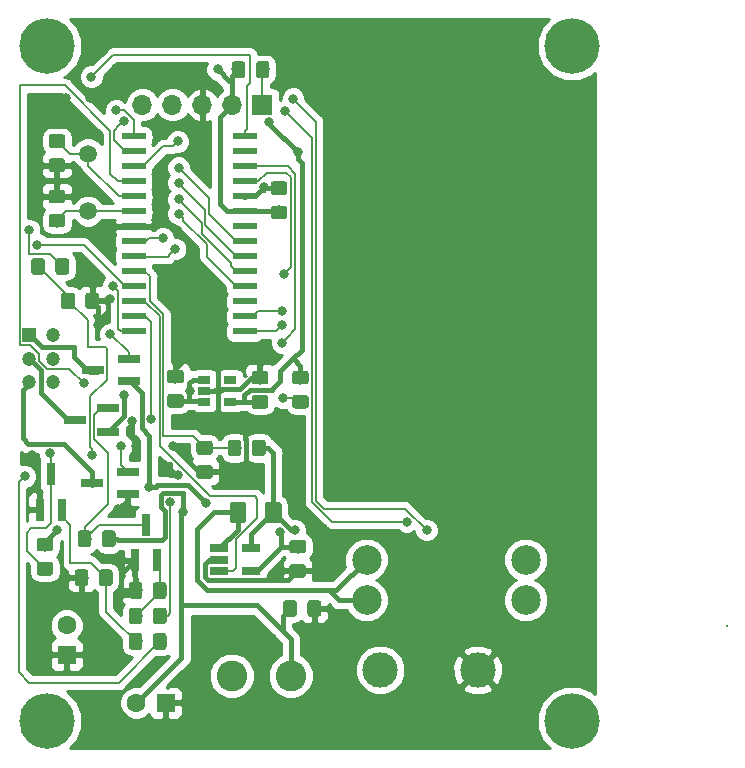
<source format=gbl>
G04 #@! TF.GenerationSoftware,KiCad,Pcbnew,(5.0.1-3-g963ef8bb5)*
G04 #@! TF.CreationDate,2019-03-27T22:27:31-04:00*
G04 #@! TF.ProjectId,radio,726164696F2E6B696361645F70636200,rev?*
G04 #@! TF.SameCoordinates,Original*
G04 #@! TF.FileFunction,Copper,L2,Bot,Signal*
G04 #@! TF.FilePolarity,Positive*
%FSLAX46Y46*%
G04 Gerber Fmt 4.6, Leading zero omitted, Abs format (unit mm)*
G04 Created by KiCad (PCBNEW (5.0.1-3-g963ef8bb5)) date Wednesday, March 27, 2019 at 10:27:31 pm*
%MOMM*%
%LPD*%
G01*
G04 APERTURE LIST*
G04 #@! TA.AperFunction,Conductor*
%ADD10C,0.100000*%
G04 #@! TD*
G04 #@! TA.AperFunction,SMDPad,CuDef*
%ADD11C,1.150000*%
G04 #@! TD*
G04 #@! TA.AperFunction,SMDPad,CuDef*
%ADD12R,0.800000X1.900000*%
G04 #@! TD*
G04 #@! TA.AperFunction,ComponentPad*
%ADD13C,2.600000*%
G04 #@! TD*
G04 #@! TA.AperFunction,SMDPad,CuDef*
%ADD14R,2.000000X0.600000*%
G04 #@! TD*
G04 #@! TA.AperFunction,ComponentPad*
%ADD15O,1.700000X1.700000*%
G04 #@! TD*
G04 #@! TA.AperFunction,ComponentPad*
%ADD16R,1.700000X1.700000*%
G04 #@! TD*
G04 #@! TA.AperFunction,SMDPad,CuDef*
%ADD17R,1.560000X0.650000*%
G04 #@! TD*
G04 #@! TA.AperFunction,SMDPad,CuDef*
%ADD18R,1.900000X0.800000*%
G04 #@! TD*
G04 #@! TA.AperFunction,SMDPad,CuDef*
%ADD19C,1.425000*%
G04 #@! TD*
G04 #@! TA.AperFunction,SMDPad,CuDef*
%ADD20R,1.060000X0.650000*%
G04 #@! TD*
G04 #@! TA.AperFunction,ComponentPad*
%ADD21C,1.500000*%
G04 #@! TD*
G04 #@! TA.AperFunction,ComponentPad*
%ADD22C,1.200000*%
G04 #@! TD*
G04 #@! TA.AperFunction,ComponentPad*
%ADD23R,1.200000X1.200000*%
G04 #@! TD*
G04 #@! TA.AperFunction,ComponentPad*
%ADD24C,2.500000*%
G04 #@! TD*
G04 #@! TA.AperFunction,ComponentPad*
%ADD25C,3.000000*%
G04 #@! TD*
G04 #@! TA.AperFunction,ComponentPad*
%ADD26R,1.600000X1.600000*%
G04 #@! TD*
G04 #@! TA.AperFunction,ComponentPad*
%ADD27C,1.600000*%
G04 #@! TD*
G04 #@! TA.AperFunction,ComponentPad*
%ADD28C,4.700000*%
G04 #@! TD*
G04 #@! TA.AperFunction,ViaPad*
%ADD29C,0.800000*%
G04 #@! TD*
G04 #@! TA.AperFunction,Conductor*
%ADD30C,0.152400*%
G04 #@! TD*
G04 #@! TA.AperFunction,Conductor*
%ADD31C,0.457200*%
G04 #@! TD*
G04 #@! TA.AperFunction,Conductor*
%ADD32C,0.254000*%
G04 #@! TD*
G04 APERTURE END LIST*
D10*
G04 #@! TO.N,Net-(Q5-Pad1)*
G04 #@! TO.C,R20*
G36*
X126578505Y-94170204D02*
X126602773Y-94173804D01*
X126626572Y-94179765D01*
X126649671Y-94188030D01*
X126671850Y-94198520D01*
X126692893Y-94211132D01*
X126712599Y-94225747D01*
X126730777Y-94242223D01*
X126747253Y-94260401D01*
X126761868Y-94280107D01*
X126774480Y-94301150D01*
X126784970Y-94323329D01*
X126793235Y-94346428D01*
X126799196Y-94370227D01*
X126802796Y-94394495D01*
X126804000Y-94418999D01*
X126804000Y-95319001D01*
X126802796Y-95343505D01*
X126799196Y-95367773D01*
X126793235Y-95391572D01*
X126784970Y-95414671D01*
X126774480Y-95436850D01*
X126761868Y-95457893D01*
X126747253Y-95477599D01*
X126730777Y-95495777D01*
X126712599Y-95512253D01*
X126692893Y-95526868D01*
X126671850Y-95539480D01*
X126649671Y-95549970D01*
X126626572Y-95558235D01*
X126602773Y-95564196D01*
X126578505Y-95567796D01*
X126554001Y-95569000D01*
X125903999Y-95569000D01*
X125879495Y-95567796D01*
X125855227Y-95564196D01*
X125831428Y-95558235D01*
X125808329Y-95549970D01*
X125786150Y-95539480D01*
X125765107Y-95526868D01*
X125745401Y-95512253D01*
X125727223Y-95495777D01*
X125710747Y-95477599D01*
X125696132Y-95457893D01*
X125683520Y-95436850D01*
X125673030Y-95414671D01*
X125664765Y-95391572D01*
X125658804Y-95367773D01*
X125655204Y-95343505D01*
X125654000Y-95319001D01*
X125654000Y-94418999D01*
X125655204Y-94394495D01*
X125658804Y-94370227D01*
X125664765Y-94346428D01*
X125673030Y-94323329D01*
X125683520Y-94301150D01*
X125696132Y-94280107D01*
X125710747Y-94260401D01*
X125727223Y-94242223D01*
X125745401Y-94225747D01*
X125765107Y-94211132D01*
X125786150Y-94198520D01*
X125808329Y-94188030D01*
X125831428Y-94179765D01*
X125855227Y-94173804D01*
X125879495Y-94170204D01*
X125903999Y-94169000D01*
X126554001Y-94169000D01*
X126578505Y-94170204D01*
X126578505Y-94170204D01*
G37*
D11*
G04 #@! TD*
G04 #@! TO.P,R20,1*
G04 #@! TO.N,Net-(Q5-Pad1)*
X126229000Y-94869000D03*
D10*
G04 #@! TO.N,/BUS_EN_GND*
G04 #@! TO.C,R20*
G36*
X128628910Y-94170202D02*
X128653135Y-94173795D01*
X128676891Y-94179746D01*
X128699949Y-94187996D01*
X128722087Y-94198467D01*
X128743093Y-94211057D01*
X128762763Y-94225645D01*
X128780908Y-94242092D01*
X128797355Y-94260237D01*
X128811943Y-94279907D01*
X128824533Y-94300913D01*
X128835004Y-94323051D01*
X128843254Y-94346109D01*
X128849205Y-94369865D01*
X128852798Y-94394090D01*
X128854000Y-94418550D01*
X128854000Y-95319450D01*
X128852798Y-95343910D01*
X128849205Y-95368135D01*
X128843254Y-95391891D01*
X128835004Y-95414949D01*
X128824533Y-95437087D01*
X128811943Y-95458093D01*
X128797355Y-95477763D01*
X128780908Y-95495908D01*
X128762763Y-95512355D01*
X128743093Y-95526943D01*
X128722087Y-95539533D01*
X128699949Y-95550004D01*
X128676891Y-95558254D01*
X128653135Y-95564205D01*
X128628910Y-95567798D01*
X128604450Y-95569000D01*
X127953550Y-95569000D01*
X127929090Y-95567798D01*
X127904865Y-95564205D01*
X127881109Y-95558254D01*
X127858051Y-95550004D01*
X127835913Y-95539533D01*
X127814907Y-95526943D01*
X127795237Y-95512355D01*
X127777092Y-95495908D01*
X127760645Y-95477763D01*
X127746057Y-95458093D01*
X127733467Y-95437087D01*
X127722996Y-95414949D01*
X127714746Y-95391891D01*
X127708795Y-95368135D01*
X127705202Y-95343910D01*
X127704000Y-95319450D01*
X127704000Y-94418550D01*
X127705202Y-94394090D01*
X127708795Y-94369865D01*
X127714746Y-94346109D01*
X127722996Y-94323051D01*
X127733467Y-94300913D01*
X127746057Y-94279907D01*
X127760645Y-94260237D01*
X127777092Y-94242092D01*
X127795237Y-94225645D01*
X127814907Y-94211057D01*
X127835913Y-94198467D01*
X127858051Y-94187996D01*
X127881109Y-94179746D01*
X127904865Y-94173795D01*
X127929090Y-94170202D01*
X127953550Y-94169000D01*
X128604450Y-94169000D01*
X128628910Y-94170202D01*
X128628910Y-94170202D01*
G37*
D11*
G04 #@! TD*
G04 #@! TO.P,R20,2*
G04 #@! TO.N,/BUS_EN_GND*
X128279000Y-94869000D03*
D10*
G04 #@! TO.N,Net-(Q5-Pad1)*
G04 #@! TO.C,R21*
G36*
X129118505Y-97091204D02*
X129142773Y-97094804D01*
X129166572Y-97100765D01*
X129189671Y-97109030D01*
X129211850Y-97119520D01*
X129232893Y-97132132D01*
X129252599Y-97146747D01*
X129270777Y-97163223D01*
X129287253Y-97181401D01*
X129301868Y-97201107D01*
X129314480Y-97222150D01*
X129324970Y-97244329D01*
X129333235Y-97267428D01*
X129339196Y-97291227D01*
X129342796Y-97315495D01*
X129344000Y-97339999D01*
X129344000Y-98240001D01*
X129342796Y-98264505D01*
X129339196Y-98288773D01*
X129333235Y-98312572D01*
X129324970Y-98335671D01*
X129314480Y-98357850D01*
X129301868Y-98378893D01*
X129287253Y-98398599D01*
X129270777Y-98416777D01*
X129252599Y-98433253D01*
X129232893Y-98447868D01*
X129211850Y-98460480D01*
X129189671Y-98470970D01*
X129166572Y-98479235D01*
X129142773Y-98485196D01*
X129118505Y-98488796D01*
X129094001Y-98490000D01*
X128443999Y-98490000D01*
X128419495Y-98488796D01*
X128395227Y-98485196D01*
X128371428Y-98479235D01*
X128348329Y-98470970D01*
X128326150Y-98460480D01*
X128305107Y-98447868D01*
X128285401Y-98433253D01*
X128267223Y-98416777D01*
X128250747Y-98398599D01*
X128236132Y-98378893D01*
X128223520Y-98357850D01*
X128213030Y-98335671D01*
X128204765Y-98312572D01*
X128198804Y-98288773D01*
X128195204Y-98264505D01*
X128194000Y-98240001D01*
X128194000Y-97339999D01*
X128195204Y-97315495D01*
X128198804Y-97291227D01*
X128204765Y-97267428D01*
X128213030Y-97244329D01*
X128223520Y-97222150D01*
X128236132Y-97201107D01*
X128250747Y-97181401D01*
X128267223Y-97163223D01*
X128285401Y-97146747D01*
X128305107Y-97132132D01*
X128326150Y-97119520D01*
X128348329Y-97109030D01*
X128371428Y-97100765D01*
X128395227Y-97094804D01*
X128419495Y-97091204D01*
X128443999Y-97090000D01*
X129094001Y-97090000D01*
X129118505Y-97091204D01*
X129118505Y-97091204D01*
G37*
D11*
G04 #@! TD*
G04 #@! TO.P,R21,1*
G04 #@! TO.N,Net-(Q5-Pad1)*
X128769000Y-97790000D03*
D10*
G04 #@! TO.N,GND*
G04 #@! TO.C,R21*
G36*
X131168910Y-97091202D02*
X131193135Y-97094795D01*
X131216891Y-97100746D01*
X131239949Y-97108996D01*
X131262087Y-97119467D01*
X131283093Y-97132057D01*
X131302763Y-97146645D01*
X131320908Y-97163092D01*
X131337355Y-97181237D01*
X131351943Y-97200907D01*
X131364533Y-97221913D01*
X131375004Y-97244051D01*
X131383254Y-97267109D01*
X131389205Y-97290865D01*
X131392798Y-97315090D01*
X131394000Y-97339550D01*
X131394000Y-98240450D01*
X131392798Y-98264910D01*
X131389205Y-98289135D01*
X131383254Y-98312891D01*
X131375004Y-98335949D01*
X131364533Y-98358087D01*
X131351943Y-98379093D01*
X131337355Y-98398763D01*
X131320908Y-98416908D01*
X131302763Y-98433355D01*
X131283093Y-98447943D01*
X131262087Y-98460533D01*
X131239949Y-98471004D01*
X131216891Y-98479254D01*
X131193135Y-98485205D01*
X131168910Y-98488798D01*
X131144450Y-98490000D01*
X130493550Y-98490000D01*
X130469090Y-98488798D01*
X130444865Y-98485205D01*
X130421109Y-98479254D01*
X130398051Y-98471004D01*
X130375913Y-98460533D01*
X130354907Y-98447943D01*
X130335237Y-98433355D01*
X130317092Y-98416908D01*
X130300645Y-98398763D01*
X130286057Y-98379093D01*
X130273467Y-98358087D01*
X130262996Y-98335949D01*
X130254746Y-98312891D01*
X130248795Y-98289135D01*
X130245202Y-98264910D01*
X130244000Y-98240450D01*
X130244000Y-97339550D01*
X130245202Y-97315090D01*
X130248795Y-97290865D01*
X130254746Y-97267109D01*
X130262996Y-97244051D01*
X130273467Y-97221913D01*
X130286057Y-97200907D01*
X130300645Y-97181237D01*
X130317092Y-97163092D01*
X130335237Y-97146645D01*
X130354907Y-97132057D01*
X130375913Y-97119467D01*
X130398051Y-97108996D01*
X130421109Y-97100746D01*
X130444865Y-97094795D01*
X130469090Y-97091202D01*
X130493550Y-97090000D01*
X131144450Y-97090000D01*
X131168910Y-97091202D01*
X131168910Y-97091202D01*
G37*
D11*
G04 #@! TD*
G04 #@! TO.P,R21,2*
G04 #@! TO.N,GND*
X130819000Y-97790000D03*
D10*
G04 #@! TO.N,GND*
G04 #@! TO.C,R19*
G36*
X134833910Y-121602202D02*
X134858135Y-121605795D01*
X134881891Y-121611746D01*
X134904949Y-121619996D01*
X134927087Y-121630467D01*
X134948093Y-121643057D01*
X134967763Y-121657645D01*
X134985908Y-121674092D01*
X135002355Y-121692237D01*
X135016943Y-121711907D01*
X135029533Y-121732913D01*
X135040004Y-121755051D01*
X135048254Y-121778109D01*
X135054205Y-121801865D01*
X135057798Y-121826090D01*
X135059000Y-121850550D01*
X135059000Y-122751450D01*
X135057798Y-122775910D01*
X135054205Y-122800135D01*
X135048254Y-122823891D01*
X135040004Y-122846949D01*
X135029533Y-122869087D01*
X135016943Y-122890093D01*
X135002355Y-122909763D01*
X134985908Y-122927908D01*
X134967763Y-122944355D01*
X134948093Y-122958943D01*
X134927087Y-122971533D01*
X134904949Y-122982004D01*
X134881891Y-122990254D01*
X134858135Y-122996205D01*
X134833910Y-122999798D01*
X134809450Y-123001000D01*
X134158550Y-123001000D01*
X134134090Y-122999798D01*
X134109865Y-122996205D01*
X134086109Y-122990254D01*
X134063051Y-122982004D01*
X134040913Y-122971533D01*
X134019907Y-122958943D01*
X134000237Y-122944355D01*
X133982092Y-122927908D01*
X133965645Y-122909763D01*
X133951057Y-122890093D01*
X133938467Y-122869087D01*
X133927996Y-122846949D01*
X133919746Y-122823891D01*
X133913795Y-122800135D01*
X133910202Y-122775910D01*
X133909000Y-122751450D01*
X133909000Y-121850550D01*
X133910202Y-121826090D01*
X133913795Y-121801865D01*
X133919746Y-121778109D01*
X133927996Y-121755051D01*
X133938467Y-121732913D01*
X133951057Y-121711907D01*
X133965645Y-121692237D01*
X133982092Y-121674092D01*
X134000237Y-121657645D01*
X134019907Y-121643057D01*
X134040913Y-121630467D01*
X134063051Y-121619996D01*
X134086109Y-121611746D01*
X134109865Y-121605795D01*
X134134090Y-121602202D01*
X134158550Y-121601000D01*
X134809450Y-121601000D01*
X134833910Y-121602202D01*
X134833910Y-121602202D01*
G37*
D11*
G04 #@! TD*
G04 #@! TO.P,R19,2*
G04 #@! TO.N,GND*
X134484000Y-122301000D03*
D10*
G04 #@! TO.N,Net-(Q4-Pad1)*
G04 #@! TO.C,R19*
G36*
X136883910Y-121602202D02*
X136908135Y-121605795D01*
X136931891Y-121611746D01*
X136954949Y-121619996D01*
X136977087Y-121630467D01*
X136998093Y-121643057D01*
X137017763Y-121657645D01*
X137035908Y-121674092D01*
X137052355Y-121692237D01*
X137066943Y-121711907D01*
X137079533Y-121732913D01*
X137090004Y-121755051D01*
X137098254Y-121778109D01*
X137104205Y-121801865D01*
X137107798Y-121826090D01*
X137109000Y-121850550D01*
X137109000Y-122751450D01*
X137107798Y-122775910D01*
X137104205Y-122800135D01*
X137098254Y-122823891D01*
X137090004Y-122846949D01*
X137079533Y-122869087D01*
X137066943Y-122890093D01*
X137052355Y-122909763D01*
X137035908Y-122927908D01*
X137017763Y-122944355D01*
X136998093Y-122958943D01*
X136977087Y-122971533D01*
X136954949Y-122982004D01*
X136931891Y-122990254D01*
X136908135Y-122996205D01*
X136883910Y-122999798D01*
X136859450Y-123001000D01*
X136208550Y-123001000D01*
X136184090Y-122999798D01*
X136159865Y-122996205D01*
X136136109Y-122990254D01*
X136113051Y-122982004D01*
X136090913Y-122971533D01*
X136069907Y-122958943D01*
X136050237Y-122944355D01*
X136032092Y-122927908D01*
X136015645Y-122909763D01*
X136001057Y-122890093D01*
X135988467Y-122869087D01*
X135977996Y-122846949D01*
X135969746Y-122823891D01*
X135963795Y-122800135D01*
X135960202Y-122775910D01*
X135959000Y-122751450D01*
X135959000Y-121850550D01*
X135960202Y-121826090D01*
X135963795Y-121801865D01*
X135969746Y-121778109D01*
X135977996Y-121755051D01*
X135988467Y-121732913D01*
X136001057Y-121711907D01*
X136015645Y-121692237D01*
X136032092Y-121674092D01*
X136050237Y-121657645D01*
X136069907Y-121643057D01*
X136090913Y-121630467D01*
X136113051Y-121619996D01*
X136136109Y-121611746D01*
X136159865Y-121605795D01*
X136184090Y-121602202D01*
X136208550Y-121601000D01*
X136859450Y-121601000D01*
X136883910Y-121602202D01*
X136883910Y-121602202D01*
G37*
D11*
G04 #@! TD*
G04 #@! TO.P,R19,1*
G04 #@! TO.N,Net-(Q4-Pad1)*
X136534000Y-122301000D03*
D10*
G04 #@! TO.N,Net-(Q4-Pad1)*
G04 #@! TO.C,R18*
G36*
X134833910Y-123761202D02*
X134858135Y-123764795D01*
X134881891Y-123770746D01*
X134904949Y-123778996D01*
X134927087Y-123789467D01*
X134948093Y-123802057D01*
X134967763Y-123816645D01*
X134985908Y-123833092D01*
X135002355Y-123851237D01*
X135016943Y-123870907D01*
X135029533Y-123891913D01*
X135040004Y-123914051D01*
X135048254Y-123937109D01*
X135054205Y-123960865D01*
X135057798Y-123985090D01*
X135059000Y-124009550D01*
X135059000Y-124910450D01*
X135057798Y-124934910D01*
X135054205Y-124959135D01*
X135048254Y-124982891D01*
X135040004Y-125005949D01*
X135029533Y-125028087D01*
X135016943Y-125049093D01*
X135002355Y-125068763D01*
X134985908Y-125086908D01*
X134967763Y-125103355D01*
X134948093Y-125117943D01*
X134927087Y-125130533D01*
X134904949Y-125141004D01*
X134881891Y-125149254D01*
X134858135Y-125155205D01*
X134833910Y-125158798D01*
X134809450Y-125160000D01*
X134158550Y-125160000D01*
X134134090Y-125158798D01*
X134109865Y-125155205D01*
X134086109Y-125149254D01*
X134063051Y-125141004D01*
X134040913Y-125130533D01*
X134019907Y-125117943D01*
X134000237Y-125103355D01*
X133982092Y-125086908D01*
X133965645Y-125068763D01*
X133951057Y-125049093D01*
X133938467Y-125028087D01*
X133927996Y-125005949D01*
X133919746Y-124982891D01*
X133913795Y-124959135D01*
X133910202Y-124934910D01*
X133909000Y-124910450D01*
X133909000Y-124009550D01*
X133910202Y-123985090D01*
X133913795Y-123960865D01*
X133919746Y-123937109D01*
X133927996Y-123914051D01*
X133938467Y-123891913D01*
X133951057Y-123870907D01*
X133965645Y-123851237D01*
X133982092Y-123833092D01*
X134000237Y-123816645D01*
X134019907Y-123802057D01*
X134040913Y-123789467D01*
X134063051Y-123778996D01*
X134086109Y-123770746D01*
X134109865Y-123764795D01*
X134134090Y-123761202D01*
X134158550Y-123760000D01*
X134809450Y-123760000D01*
X134833910Y-123761202D01*
X134833910Y-123761202D01*
G37*
D11*
G04 #@! TD*
G04 #@! TO.P,R18,1*
G04 #@! TO.N,Net-(Q4-Pad1)*
X134484000Y-124460000D03*
D10*
G04 #@! TO.N,/BUS_EN_5V*
G04 #@! TO.C,R18*
G36*
X136883910Y-123761202D02*
X136908135Y-123764795D01*
X136931891Y-123770746D01*
X136954949Y-123778996D01*
X136977087Y-123789467D01*
X136998093Y-123802057D01*
X137017763Y-123816645D01*
X137035908Y-123833092D01*
X137052355Y-123851237D01*
X137066943Y-123870907D01*
X137079533Y-123891913D01*
X137090004Y-123914051D01*
X137098254Y-123937109D01*
X137104205Y-123960865D01*
X137107798Y-123985090D01*
X137109000Y-124009550D01*
X137109000Y-124910450D01*
X137107798Y-124934910D01*
X137104205Y-124959135D01*
X137098254Y-124982891D01*
X137090004Y-125005949D01*
X137079533Y-125028087D01*
X137066943Y-125049093D01*
X137052355Y-125068763D01*
X137035908Y-125086908D01*
X137017763Y-125103355D01*
X136998093Y-125117943D01*
X136977087Y-125130533D01*
X136954949Y-125141004D01*
X136931891Y-125149254D01*
X136908135Y-125155205D01*
X136883910Y-125158798D01*
X136859450Y-125160000D01*
X136208550Y-125160000D01*
X136184090Y-125158798D01*
X136159865Y-125155205D01*
X136136109Y-125149254D01*
X136113051Y-125141004D01*
X136090913Y-125130533D01*
X136069907Y-125117943D01*
X136050237Y-125103355D01*
X136032092Y-125086908D01*
X136015645Y-125068763D01*
X136001057Y-125049093D01*
X135988467Y-125028087D01*
X135977996Y-125005949D01*
X135969746Y-124982891D01*
X135963795Y-124959135D01*
X135960202Y-124934910D01*
X135959000Y-124910450D01*
X135959000Y-124009550D01*
X135960202Y-123985090D01*
X135963795Y-123960865D01*
X135969746Y-123937109D01*
X135977996Y-123914051D01*
X135988467Y-123891913D01*
X136001057Y-123870907D01*
X136015645Y-123851237D01*
X136032092Y-123833092D01*
X136050237Y-123816645D01*
X136069907Y-123802057D01*
X136090913Y-123789467D01*
X136113051Y-123778996D01*
X136136109Y-123770746D01*
X136159865Y-123764795D01*
X136184090Y-123761202D01*
X136208550Y-123760000D01*
X136859450Y-123760000D01*
X136883910Y-123761202D01*
X136883910Y-123761202D01*
G37*
D11*
G04 #@! TD*
G04 #@! TO.P,R18,2*
G04 #@! TO.N,/BUS_EN_5V*
X136534000Y-124460000D03*
D12*
G04 #@! TO.P,Q2,3*
G04 #@! TO.N,Net-(Q1-Pad1)*
X127317500Y-112482500D03*
G04 #@! TO.P,Q2,2*
G04 #@! TO.N,GND*
X126367500Y-115482500D03*
G04 #@! TO.P,Q2,1*
G04 #@! TO.N,Net-(Q2-Pad1)*
X128267500Y-115482500D03*
G04 #@! TD*
D13*
G04 #@! TO.P,L1,2*
G04 #@! TO.N,+5V*
X147621000Y-129540000D03*
G04 #@! TO.P,L1,1*
G04 #@! TO.N,Net-(D4-Pad1)*
X142621000Y-129540000D03*
G04 #@! TD*
D14*
G04 #@! TO.P,U1,28*
G04 #@! TO.N,/ICSPDAT*
X143725000Y-100380000D03*
G04 #@! TO.P,U1,27*
G04 #@! TO.N,/ICSPCLK*
X143725000Y-99110000D03*
G04 #@! TO.P,U1,26*
G04 #@! TO.N,Net-(U1-Pad26)*
X143725000Y-97840000D03*
G04 #@! TO.P,U1,25*
G04 #@! TO.N,/XBEE stuff/UART_RX*
X143725000Y-96570000D03*
G04 #@! TO.P,U1,24*
G04 #@! TO.N,/XBEE stuff/UART_TX*
X143725000Y-95300000D03*
G04 #@! TO.P,U1,23*
G04 #@! TO.N,/XBEE stuff/UART_~RTS*
X143725000Y-94030000D03*
G04 #@! TO.P,U1,22*
G04 #@! TO.N,/XBEE stuff/UART_~CTS*
X143725000Y-92760000D03*
G04 #@! TO.P,U1,21*
G04 #@! TO.N,Net-(U1-Pad21)*
X143725000Y-91490000D03*
G04 #@! TO.P,U1,20*
G04 #@! TO.N,+5V*
X143725000Y-90220000D03*
G04 #@! TO.P,U1,19*
G04 #@! TO.N,GND*
X143725000Y-88950000D03*
G04 #@! TO.P,U1,18*
G04 #@! TO.N,/XBEE stuff/XBEE_RESET*
X143725000Y-87680000D03*
G04 #@! TO.P,U1,17*
G04 #@! TO.N,/XBEE stuff/XBEE_SLEEP*
X143725000Y-86410000D03*
G04 #@! TO.P,U1,16*
G04 #@! TO.N,Net-(U1-Pad16)*
X143725000Y-85140000D03*
G04 #@! TO.P,U1,15*
G04 #@! TO.N,/BUS_EN_GND*
X143725000Y-83870000D03*
G04 #@! TO.P,U1,14*
G04 #@! TO.N,/CAN_TX*
X134325000Y-83870000D03*
G04 #@! TO.P,U1,13*
G04 #@! TO.N,/CAN_RX*
X134325000Y-85140000D03*
G04 #@! TO.P,U1,12*
G04 #@! TO.N,/LED1*
X134325000Y-86410000D03*
G04 #@! TO.P,U1,11*
G04 #@! TO.N,/BUS_EN_5V*
X134325000Y-87680000D03*
G04 #@! TO.P,U1,10*
G04 #@! TO.N,/OSC2*
X134325000Y-88950000D03*
G04 #@! TO.P,U1,9*
G04 #@! TO.N,/OSC1*
X134325000Y-90220000D03*
G04 #@! TO.P,U1,8*
G04 #@! TO.N,GND*
X134325000Y-91490000D03*
G04 #@! TO.P,U1,7*
G04 #@! TO.N,/LED3*
X134325000Y-92760000D03*
G04 #@! TO.P,U1,6*
G04 #@! TO.N,/LED2*
X134325000Y-94030000D03*
G04 #@! TO.P,U1,5*
G04 #@! TO.N,/Power/BATT_VSENSE*
X134325000Y-95300000D03*
G04 #@! TO.P,U1,4*
G04 #@! TO.N,/Power/BUS_EN_12V*
X134325000Y-96570000D03*
G04 #@! TO.P,U1,3*
G04 #@! TO.N,/Power/CURR_BATT*
X134325000Y-97840000D03*
G04 #@! TO.P,U1,2*
G04 #@! TO.N,/Power/CURR_BUS*
X134325000Y-99110000D03*
G04 #@! TO.P,U1,1*
G04 #@! TO.N,/~MCLR*
X134325000Y-100380000D03*
G04 #@! TD*
D15*
G04 #@! TO.P,J1,5*
G04 #@! TO.N,/ICSPCLK*
X135065000Y-81200000D03*
G04 #@! TO.P,J1,4*
G04 #@! TO.N,/ICSPDAT*
X137605000Y-81200000D03*
G04 #@! TO.P,J1,3*
G04 #@! TO.N,GND*
X140145000Y-81200000D03*
G04 #@! TO.P,J1,2*
G04 #@! TO.N,+5V*
X142685000Y-81200000D03*
D16*
G04 #@! TO.P,J1,1*
G04 #@! TO.N,/~MCLR*
X145225000Y-81200000D03*
G04 #@! TD*
D17*
G04 #@! TO.P,U3,5*
G04 #@! TO.N,+5V*
X144272000Y-120650000D03*
G04 #@! TO.P,U3,4*
G04 #@! TO.N,+12V*
X144272000Y-118750000D03*
G04 #@! TO.P,U3,3*
G04 #@! TO.N,Net-(F1-Pad1)*
X141572000Y-118750000D03*
G04 #@! TO.P,U3,2*
G04 #@! TO.N,GND*
X141572000Y-119700000D03*
G04 #@! TO.P,U3,1*
G04 #@! TO.N,/Power/CURR_BATT*
X141572000Y-120650000D03*
G04 #@! TD*
D10*
G04 #@! TO.N,Net-(Q3-Pad1)*
G04 #@! TO.C,R12*
G36*
X130515505Y-117220704D02*
X130539773Y-117224304D01*
X130563572Y-117230265D01*
X130586671Y-117238530D01*
X130608850Y-117249020D01*
X130629893Y-117261632D01*
X130649599Y-117276247D01*
X130667777Y-117292723D01*
X130684253Y-117310901D01*
X130698868Y-117330607D01*
X130711480Y-117351650D01*
X130721970Y-117373829D01*
X130730235Y-117396928D01*
X130736196Y-117420727D01*
X130739796Y-117444995D01*
X130741000Y-117469499D01*
X130741000Y-118369501D01*
X130739796Y-118394005D01*
X130736196Y-118418273D01*
X130730235Y-118442072D01*
X130721970Y-118465171D01*
X130711480Y-118487350D01*
X130698868Y-118508393D01*
X130684253Y-118528099D01*
X130667777Y-118546277D01*
X130649599Y-118562753D01*
X130629893Y-118577368D01*
X130608850Y-118589980D01*
X130586671Y-118600470D01*
X130563572Y-118608735D01*
X130539773Y-118614696D01*
X130515505Y-118618296D01*
X130491001Y-118619500D01*
X129840999Y-118619500D01*
X129816495Y-118618296D01*
X129792227Y-118614696D01*
X129768428Y-118608735D01*
X129745329Y-118600470D01*
X129723150Y-118589980D01*
X129702107Y-118577368D01*
X129682401Y-118562753D01*
X129664223Y-118546277D01*
X129647747Y-118528099D01*
X129633132Y-118508393D01*
X129620520Y-118487350D01*
X129610030Y-118465171D01*
X129601765Y-118442072D01*
X129595804Y-118418273D01*
X129592204Y-118394005D01*
X129591000Y-118369501D01*
X129591000Y-117469499D01*
X129592204Y-117444995D01*
X129595804Y-117420727D01*
X129601765Y-117396928D01*
X129610030Y-117373829D01*
X129620520Y-117351650D01*
X129633132Y-117330607D01*
X129647747Y-117310901D01*
X129664223Y-117292723D01*
X129682401Y-117276247D01*
X129702107Y-117261632D01*
X129723150Y-117249020D01*
X129745329Y-117238530D01*
X129768428Y-117230265D01*
X129792227Y-117224304D01*
X129816495Y-117220704D01*
X129840999Y-117219500D01*
X130491001Y-117219500D01*
X130515505Y-117220704D01*
X130515505Y-117220704D01*
G37*
D11*
G04 #@! TD*
G04 #@! TO.P,R12,2*
G04 #@! TO.N,Net-(Q3-Pad1)*
X130166000Y-117919500D03*
D10*
G04 #@! TO.N,+5V*
G04 #@! TO.C,R12*
G36*
X132565505Y-117220704D02*
X132589773Y-117224304D01*
X132613572Y-117230265D01*
X132636671Y-117238530D01*
X132658850Y-117249020D01*
X132679893Y-117261632D01*
X132699599Y-117276247D01*
X132717777Y-117292723D01*
X132734253Y-117310901D01*
X132748868Y-117330607D01*
X132761480Y-117351650D01*
X132771970Y-117373829D01*
X132780235Y-117396928D01*
X132786196Y-117420727D01*
X132789796Y-117444995D01*
X132791000Y-117469499D01*
X132791000Y-118369501D01*
X132789796Y-118394005D01*
X132786196Y-118418273D01*
X132780235Y-118442072D01*
X132771970Y-118465171D01*
X132761480Y-118487350D01*
X132748868Y-118508393D01*
X132734253Y-118528099D01*
X132717777Y-118546277D01*
X132699599Y-118562753D01*
X132679893Y-118577368D01*
X132658850Y-118589980D01*
X132636671Y-118600470D01*
X132613572Y-118608735D01*
X132589773Y-118614696D01*
X132565505Y-118618296D01*
X132541001Y-118619500D01*
X131890999Y-118619500D01*
X131866495Y-118618296D01*
X131842227Y-118614696D01*
X131818428Y-118608735D01*
X131795329Y-118600470D01*
X131773150Y-118589980D01*
X131752107Y-118577368D01*
X131732401Y-118562753D01*
X131714223Y-118546277D01*
X131697747Y-118528099D01*
X131683132Y-118508393D01*
X131670520Y-118487350D01*
X131660030Y-118465171D01*
X131651765Y-118442072D01*
X131645804Y-118418273D01*
X131642204Y-118394005D01*
X131641000Y-118369501D01*
X131641000Y-117469499D01*
X131642204Y-117444995D01*
X131645804Y-117420727D01*
X131651765Y-117396928D01*
X131660030Y-117373829D01*
X131670520Y-117351650D01*
X131683132Y-117330607D01*
X131697747Y-117310901D01*
X131714223Y-117292723D01*
X131732401Y-117276247D01*
X131752107Y-117261632D01*
X131773150Y-117249020D01*
X131795329Y-117238530D01*
X131818428Y-117230265D01*
X131842227Y-117224304D01*
X131866495Y-117220704D01*
X131890999Y-117219500D01*
X132541001Y-117219500D01*
X132565505Y-117220704D01*
X132565505Y-117220704D01*
G37*
D11*
G04 #@! TD*
G04 #@! TO.P,R12,1*
G04 #@! TO.N,+5V*
X132216000Y-117919500D03*
D12*
G04 #@! TO.P,Q4,3*
G04 #@! TO.N,Net-(Q3-Pad1)*
X135382000Y-116737000D03*
G04 #@! TO.P,Q4,2*
G04 #@! TO.N,GND*
X134432000Y-119737000D03*
G04 #@! TO.P,Q4,1*
G04 #@! TO.N,Net-(Q4-Pad1)*
X136332000Y-119737000D03*
G04 #@! TD*
D18*
G04 #@! TO.P,Q3,3*
G04 #@! TO.N,Net-(J3-Pad2)*
X129349500Y-107886500D03*
G04 #@! TO.P,Q3,2*
G04 #@! TO.N,/Power/Sensed_5V*
X132143500Y-108902500D03*
G04 #@! TO.P,Q3,1*
G04 #@! TO.N,Net-(Q3-Pad1)*
X132119500Y-106870500D03*
G04 #@! TD*
D10*
G04 #@! TO.N,+5V*
G04 #@! TO.C,C1*
G36*
X147099910Y-89726202D02*
X147124135Y-89729795D01*
X147147891Y-89735746D01*
X147170949Y-89743996D01*
X147193087Y-89754467D01*
X147214093Y-89767057D01*
X147233763Y-89781645D01*
X147251908Y-89798092D01*
X147268355Y-89816237D01*
X147282943Y-89835907D01*
X147295533Y-89856913D01*
X147306004Y-89879051D01*
X147314254Y-89902109D01*
X147320205Y-89925865D01*
X147323798Y-89950090D01*
X147325000Y-89974550D01*
X147325000Y-90625450D01*
X147323798Y-90649910D01*
X147320205Y-90674135D01*
X147314254Y-90697891D01*
X147306004Y-90720949D01*
X147295533Y-90743087D01*
X147282943Y-90764093D01*
X147268355Y-90783763D01*
X147251908Y-90801908D01*
X147233763Y-90818355D01*
X147214093Y-90832943D01*
X147193087Y-90845533D01*
X147170949Y-90856004D01*
X147147891Y-90864254D01*
X147124135Y-90870205D01*
X147099910Y-90873798D01*
X147075450Y-90875000D01*
X146174550Y-90875000D01*
X146150090Y-90873798D01*
X146125865Y-90870205D01*
X146102109Y-90864254D01*
X146079051Y-90856004D01*
X146056913Y-90845533D01*
X146035907Y-90832943D01*
X146016237Y-90818355D01*
X145998092Y-90801908D01*
X145981645Y-90783763D01*
X145967057Y-90764093D01*
X145954467Y-90743087D01*
X145943996Y-90720949D01*
X145935746Y-90697891D01*
X145929795Y-90674135D01*
X145926202Y-90649910D01*
X145925000Y-90625450D01*
X145925000Y-89974550D01*
X145926202Y-89950090D01*
X145929795Y-89925865D01*
X145935746Y-89902109D01*
X145943996Y-89879051D01*
X145954467Y-89856913D01*
X145967057Y-89835907D01*
X145981645Y-89816237D01*
X145998092Y-89798092D01*
X146016237Y-89781645D01*
X146035907Y-89767057D01*
X146056913Y-89754467D01*
X146079051Y-89743996D01*
X146102109Y-89735746D01*
X146125865Y-89729795D01*
X146150090Y-89726202D01*
X146174550Y-89725000D01*
X147075450Y-89725000D01*
X147099910Y-89726202D01*
X147099910Y-89726202D01*
G37*
D11*
G04 #@! TD*
G04 #@! TO.P,C1,2*
G04 #@! TO.N,+5V*
X146625000Y-90300000D03*
D10*
G04 #@! TO.N,GND*
G04 #@! TO.C,C1*
G36*
X147099505Y-87676204D02*
X147123773Y-87679804D01*
X147147572Y-87685765D01*
X147170671Y-87694030D01*
X147192850Y-87704520D01*
X147213893Y-87717132D01*
X147233599Y-87731747D01*
X147251777Y-87748223D01*
X147268253Y-87766401D01*
X147282868Y-87786107D01*
X147295480Y-87807150D01*
X147305970Y-87829329D01*
X147314235Y-87852428D01*
X147320196Y-87876227D01*
X147323796Y-87900495D01*
X147325000Y-87924999D01*
X147325000Y-88575001D01*
X147323796Y-88599505D01*
X147320196Y-88623773D01*
X147314235Y-88647572D01*
X147305970Y-88670671D01*
X147295480Y-88692850D01*
X147282868Y-88713893D01*
X147268253Y-88733599D01*
X147251777Y-88751777D01*
X147233599Y-88768253D01*
X147213893Y-88782868D01*
X147192850Y-88795480D01*
X147170671Y-88805970D01*
X147147572Y-88814235D01*
X147123773Y-88820196D01*
X147099505Y-88823796D01*
X147075001Y-88825000D01*
X146174999Y-88825000D01*
X146150495Y-88823796D01*
X146126227Y-88820196D01*
X146102428Y-88814235D01*
X146079329Y-88805970D01*
X146057150Y-88795480D01*
X146036107Y-88782868D01*
X146016401Y-88768253D01*
X145998223Y-88751777D01*
X145981747Y-88733599D01*
X145967132Y-88713893D01*
X145954520Y-88692850D01*
X145944030Y-88670671D01*
X145935765Y-88647572D01*
X145929804Y-88623773D01*
X145926204Y-88599505D01*
X145925000Y-88575001D01*
X145925000Y-87924999D01*
X145926204Y-87900495D01*
X145929804Y-87876227D01*
X145935765Y-87852428D01*
X145944030Y-87829329D01*
X145954520Y-87807150D01*
X145967132Y-87786107D01*
X145981747Y-87766401D01*
X145998223Y-87748223D01*
X146016401Y-87731747D01*
X146036107Y-87717132D01*
X146057150Y-87704520D01*
X146079329Y-87694030D01*
X146102428Y-87685765D01*
X146126227Y-87679804D01*
X146150495Y-87676204D01*
X146174999Y-87675000D01*
X147075001Y-87675000D01*
X147099505Y-87676204D01*
X147099505Y-87676204D01*
G37*
D11*
G04 #@! TD*
G04 #@! TO.P,C1,1*
G04 #@! TO.N,GND*
X146625000Y-88250000D03*
D10*
G04 #@! TO.N,GND*
G04 #@! TO.C,C2*
G36*
X128299505Y-88376204D02*
X128323773Y-88379804D01*
X128347572Y-88385765D01*
X128370671Y-88394030D01*
X128392850Y-88404520D01*
X128413893Y-88417132D01*
X128433599Y-88431747D01*
X128451777Y-88448223D01*
X128468253Y-88466401D01*
X128482868Y-88486107D01*
X128495480Y-88507150D01*
X128505970Y-88529329D01*
X128514235Y-88552428D01*
X128520196Y-88576227D01*
X128523796Y-88600495D01*
X128525000Y-88624999D01*
X128525000Y-89275001D01*
X128523796Y-89299505D01*
X128520196Y-89323773D01*
X128514235Y-89347572D01*
X128505970Y-89370671D01*
X128495480Y-89392850D01*
X128482868Y-89413893D01*
X128468253Y-89433599D01*
X128451777Y-89451777D01*
X128433599Y-89468253D01*
X128413893Y-89482868D01*
X128392850Y-89495480D01*
X128370671Y-89505970D01*
X128347572Y-89514235D01*
X128323773Y-89520196D01*
X128299505Y-89523796D01*
X128275001Y-89525000D01*
X127374999Y-89525000D01*
X127350495Y-89523796D01*
X127326227Y-89520196D01*
X127302428Y-89514235D01*
X127279329Y-89505970D01*
X127257150Y-89495480D01*
X127236107Y-89482868D01*
X127216401Y-89468253D01*
X127198223Y-89451777D01*
X127181747Y-89433599D01*
X127167132Y-89413893D01*
X127154520Y-89392850D01*
X127144030Y-89370671D01*
X127135765Y-89347572D01*
X127129804Y-89323773D01*
X127126204Y-89299505D01*
X127125000Y-89275001D01*
X127125000Y-88624999D01*
X127126204Y-88600495D01*
X127129804Y-88576227D01*
X127135765Y-88552428D01*
X127144030Y-88529329D01*
X127154520Y-88507150D01*
X127167132Y-88486107D01*
X127181747Y-88466401D01*
X127198223Y-88448223D01*
X127216401Y-88431747D01*
X127236107Y-88417132D01*
X127257150Y-88404520D01*
X127279329Y-88394030D01*
X127302428Y-88385765D01*
X127326227Y-88379804D01*
X127350495Y-88376204D01*
X127374999Y-88375000D01*
X128275001Y-88375000D01*
X128299505Y-88376204D01*
X128299505Y-88376204D01*
G37*
D11*
G04 #@! TD*
G04 #@! TO.P,C2,2*
G04 #@! TO.N,GND*
X127825000Y-88950000D03*
D10*
G04 #@! TO.N,/OSC1*
G04 #@! TO.C,C2*
G36*
X128299505Y-90426204D02*
X128323773Y-90429804D01*
X128347572Y-90435765D01*
X128370671Y-90444030D01*
X128392850Y-90454520D01*
X128413893Y-90467132D01*
X128433599Y-90481747D01*
X128451777Y-90498223D01*
X128468253Y-90516401D01*
X128482868Y-90536107D01*
X128495480Y-90557150D01*
X128505970Y-90579329D01*
X128514235Y-90602428D01*
X128520196Y-90626227D01*
X128523796Y-90650495D01*
X128525000Y-90674999D01*
X128525000Y-91325001D01*
X128523796Y-91349505D01*
X128520196Y-91373773D01*
X128514235Y-91397572D01*
X128505970Y-91420671D01*
X128495480Y-91442850D01*
X128482868Y-91463893D01*
X128468253Y-91483599D01*
X128451777Y-91501777D01*
X128433599Y-91518253D01*
X128413893Y-91532868D01*
X128392850Y-91545480D01*
X128370671Y-91555970D01*
X128347572Y-91564235D01*
X128323773Y-91570196D01*
X128299505Y-91573796D01*
X128275001Y-91575000D01*
X127374999Y-91575000D01*
X127350495Y-91573796D01*
X127326227Y-91570196D01*
X127302428Y-91564235D01*
X127279329Y-91555970D01*
X127257150Y-91545480D01*
X127236107Y-91532868D01*
X127216401Y-91518253D01*
X127198223Y-91501777D01*
X127181747Y-91483599D01*
X127167132Y-91463893D01*
X127154520Y-91442850D01*
X127144030Y-91420671D01*
X127135765Y-91397572D01*
X127129804Y-91373773D01*
X127126204Y-91349505D01*
X127125000Y-91325001D01*
X127125000Y-90674999D01*
X127126204Y-90650495D01*
X127129804Y-90626227D01*
X127135765Y-90602428D01*
X127144030Y-90579329D01*
X127154520Y-90557150D01*
X127167132Y-90536107D01*
X127181747Y-90516401D01*
X127198223Y-90498223D01*
X127216401Y-90481747D01*
X127236107Y-90467132D01*
X127257150Y-90454520D01*
X127279329Y-90444030D01*
X127302428Y-90435765D01*
X127326227Y-90429804D01*
X127350495Y-90426204D01*
X127374999Y-90425000D01*
X128275001Y-90425000D01*
X128299505Y-90426204D01*
X128299505Y-90426204D01*
G37*
D11*
G04 #@! TD*
G04 #@! TO.P,C2,1*
G04 #@! TO.N,/OSC1*
X127825000Y-91000000D03*
D10*
G04 #@! TO.N,/OSC2*
G04 #@! TO.C,C4*
G36*
X128299505Y-83676204D02*
X128323773Y-83679804D01*
X128347572Y-83685765D01*
X128370671Y-83694030D01*
X128392850Y-83704520D01*
X128413893Y-83717132D01*
X128433599Y-83731747D01*
X128451777Y-83748223D01*
X128468253Y-83766401D01*
X128482868Y-83786107D01*
X128495480Y-83807150D01*
X128505970Y-83829329D01*
X128514235Y-83852428D01*
X128520196Y-83876227D01*
X128523796Y-83900495D01*
X128525000Y-83924999D01*
X128525000Y-84575001D01*
X128523796Y-84599505D01*
X128520196Y-84623773D01*
X128514235Y-84647572D01*
X128505970Y-84670671D01*
X128495480Y-84692850D01*
X128482868Y-84713893D01*
X128468253Y-84733599D01*
X128451777Y-84751777D01*
X128433599Y-84768253D01*
X128413893Y-84782868D01*
X128392850Y-84795480D01*
X128370671Y-84805970D01*
X128347572Y-84814235D01*
X128323773Y-84820196D01*
X128299505Y-84823796D01*
X128275001Y-84825000D01*
X127374999Y-84825000D01*
X127350495Y-84823796D01*
X127326227Y-84820196D01*
X127302428Y-84814235D01*
X127279329Y-84805970D01*
X127257150Y-84795480D01*
X127236107Y-84782868D01*
X127216401Y-84768253D01*
X127198223Y-84751777D01*
X127181747Y-84733599D01*
X127167132Y-84713893D01*
X127154520Y-84692850D01*
X127144030Y-84670671D01*
X127135765Y-84647572D01*
X127129804Y-84623773D01*
X127126204Y-84599505D01*
X127125000Y-84575001D01*
X127125000Y-83924999D01*
X127126204Y-83900495D01*
X127129804Y-83876227D01*
X127135765Y-83852428D01*
X127144030Y-83829329D01*
X127154520Y-83807150D01*
X127167132Y-83786107D01*
X127181747Y-83766401D01*
X127198223Y-83748223D01*
X127216401Y-83731747D01*
X127236107Y-83717132D01*
X127257150Y-83704520D01*
X127279329Y-83694030D01*
X127302428Y-83685765D01*
X127326227Y-83679804D01*
X127350495Y-83676204D01*
X127374999Y-83675000D01*
X128275001Y-83675000D01*
X128299505Y-83676204D01*
X128299505Y-83676204D01*
G37*
D11*
G04 #@! TD*
G04 #@! TO.P,C4,2*
G04 #@! TO.N,/OSC2*
X127825000Y-84250000D03*
D10*
G04 #@! TO.N,GND*
G04 #@! TO.C,C4*
G36*
X128299505Y-85726204D02*
X128323773Y-85729804D01*
X128347572Y-85735765D01*
X128370671Y-85744030D01*
X128392850Y-85754520D01*
X128413893Y-85767132D01*
X128433599Y-85781747D01*
X128451777Y-85798223D01*
X128468253Y-85816401D01*
X128482868Y-85836107D01*
X128495480Y-85857150D01*
X128505970Y-85879329D01*
X128514235Y-85902428D01*
X128520196Y-85926227D01*
X128523796Y-85950495D01*
X128525000Y-85974999D01*
X128525000Y-86625001D01*
X128523796Y-86649505D01*
X128520196Y-86673773D01*
X128514235Y-86697572D01*
X128505970Y-86720671D01*
X128495480Y-86742850D01*
X128482868Y-86763893D01*
X128468253Y-86783599D01*
X128451777Y-86801777D01*
X128433599Y-86818253D01*
X128413893Y-86832868D01*
X128392850Y-86845480D01*
X128370671Y-86855970D01*
X128347572Y-86864235D01*
X128323773Y-86870196D01*
X128299505Y-86873796D01*
X128275001Y-86875000D01*
X127374999Y-86875000D01*
X127350495Y-86873796D01*
X127326227Y-86870196D01*
X127302428Y-86864235D01*
X127279329Y-86855970D01*
X127257150Y-86845480D01*
X127236107Y-86832868D01*
X127216401Y-86818253D01*
X127198223Y-86801777D01*
X127181747Y-86783599D01*
X127167132Y-86763893D01*
X127154520Y-86742850D01*
X127144030Y-86720671D01*
X127135765Y-86697572D01*
X127129804Y-86673773D01*
X127126204Y-86649505D01*
X127125000Y-86625001D01*
X127125000Y-85974999D01*
X127126204Y-85950495D01*
X127129804Y-85926227D01*
X127135765Y-85902428D01*
X127144030Y-85879329D01*
X127154520Y-85857150D01*
X127167132Y-85836107D01*
X127181747Y-85816401D01*
X127198223Y-85798223D01*
X127216401Y-85781747D01*
X127236107Y-85767132D01*
X127257150Y-85754520D01*
X127279329Y-85744030D01*
X127302428Y-85735765D01*
X127326227Y-85729804D01*
X127350495Y-85726204D01*
X127374999Y-85725000D01*
X128275001Y-85725000D01*
X128299505Y-85726204D01*
X128299505Y-85726204D01*
G37*
D11*
G04 #@! TD*
G04 #@! TO.P,C4,1*
G04 #@! TO.N,GND*
X127825000Y-86300000D03*
D10*
G04 #@! TO.N,+5V*
G04 #@! TO.C,C5*
G36*
X148683505Y-118026204D02*
X148707773Y-118029804D01*
X148731572Y-118035765D01*
X148754671Y-118044030D01*
X148776850Y-118054520D01*
X148797893Y-118067132D01*
X148817599Y-118081747D01*
X148835777Y-118098223D01*
X148852253Y-118116401D01*
X148866868Y-118136107D01*
X148879480Y-118157150D01*
X148889970Y-118179329D01*
X148898235Y-118202428D01*
X148904196Y-118226227D01*
X148907796Y-118250495D01*
X148909000Y-118274999D01*
X148909000Y-118925001D01*
X148907796Y-118949505D01*
X148904196Y-118973773D01*
X148898235Y-118997572D01*
X148889970Y-119020671D01*
X148879480Y-119042850D01*
X148866868Y-119063893D01*
X148852253Y-119083599D01*
X148835777Y-119101777D01*
X148817599Y-119118253D01*
X148797893Y-119132868D01*
X148776850Y-119145480D01*
X148754671Y-119155970D01*
X148731572Y-119164235D01*
X148707773Y-119170196D01*
X148683505Y-119173796D01*
X148659001Y-119175000D01*
X147758999Y-119175000D01*
X147734495Y-119173796D01*
X147710227Y-119170196D01*
X147686428Y-119164235D01*
X147663329Y-119155970D01*
X147641150Y-119145480D01*
X147620107Y-119132868D01*
X147600401Y-119118253D01*
X147582223Y-119101777D01*
X147565747Y-119083599D01*
X147551132Y-119063893D01*
X147538520Y-119042850D01*
X147528030Y-119020671D01*
X147519765Y-118997572D01*
X147513804Y-118973773D01*
X147510204Y-118949505D01*
X147509000Y-118925001D01*
X147509000Y-118274999D01*
X147510204Y-118250495D01*
X147513804Y-118226227D01*
X147519765Y-118202428D01*
X147528030Y-118179329D01*
X147538520Y-118157150D01*
X147551132Y-118136107D01*
X147565747Y-118116401D01*
X147582223Y-118098223D01*
X147600401Y-118081747D01*
X147620107Y-118067132D01*
X147641150Y-118054520D01*
X147663329Y-118044030D01*
X147686428Y-118035765D01*
X147710227Y-118029804D01*
X147734495Y-118026204D01*
X147758999Y-118025000D01*
X148659001Y-118025000D01*
X148683505Y-118026204D01*
X148683505Y-118026204D01*
G37*
D11*
G04 #@! TD*
G04 #@! TO.P,C5,2*
G04 #@! TO.N,+5V*
X148209000Y-118600000D03*
D10*
G04 #@! TO.N,GND*
G04 #@! TO.C,C5*
G36*
X148683505Y-120076204D02*
X148707773Y-120079804D01*
X148731572Y-120085765D01*
X148754671Y-120094030D01*
X148776850Y-120104520D01*
X148797893Y-120117132D01*
X148817599Y-120131747D01*
X148835777Y-120148223D01*
X148852253Y-120166401D01*
X148866868Y-120186107D01*
X148879480Y-120207150D01*
X148889970Y-120229329D01*
X148898235Y-120252428D01*
X148904196Y-120276227D01*
X148907796Y-120300495D01*
X148909000Y-120324999D01*
X148909000Y-120975001D01*
X148907796Y-120999505D01*
X148904196Y-121023773D01*
X148898235Y-121047572D01*
X148889970Y-121070671D01*
X148879480Y-121092850D01*
X148866868Y-121113893D01*
X148852253Y-121133599D01*
X148835777Y-121151777D01*
X148817599Y-121168253D01*
X148797893Y-121182868D01*
X148776850Y-121195480D01*
X148754671Y-121205970D01*
X148731572Y-121214235D01*
X148707773Y-121220196D01*
X148683505Y-121223796D01*
X148659001Y-121225000D01*
X147758999Y-121225000D01*
X147734495Y-121223796D01*
X147710227Y-121220196D01*
X147686428Y-121214235D01*
X147663329Y-121205970D01*
X147641150Y-121195480D01*
X147620107Y-121182868D01*
X147600401Y-121168253D01*
X147582223Y-121151777D01*
X147565747Y-121133599D01*
X147551132Y-121113893D01*
X147538520Y-121092850D01*
X147528030Y-121070671D01*
X147519765Y-121047572D01*
X147513804Y-121023773D01*
X147510204Y-120999505D01*
X147509000Y-120975001D01*
X147509000Y-120324999D01*
X147510204Y-120300495D01*
X147513804Y-120276227D01*
X147519765Y-120252428D01*
X147528030Y-120229329D01*
X147538520Y-120207150D01*
X147551132Y-120186107D01*
X147565747Y-120166401D01*
X147582223Y-120148223D01*
X147600401Y-120131747D01*
X147620107Y-120117132D01*
X147641150Y-120104520D01*
X147663329Y-120094030D01*
X147686428Y-120085765D01*
X147710227Y-120079804D01*
X147734495Y-120076204D01*
X147758999Y-120075000D01*
X148659001Y-120075000D01*
X148683505Y-120076204D01*
X148683505Y-120076204D01*
G37*
D11*
G04 #@! TD*
G04 #@! TO.P,C5,1*
G04 #@! TO.N,GND*
X148209000Y-120650000D03*
D10*
G04 #@! TO.N,+3V3*
G04 #@! TO.C,C6*
G36*
X145489505Y-105766204D02*
X145513773Y-105769804D01*
X145537572Y-105775765D01*
X145560671Y-105784030D01*
X145582850Y-105794520D01*
X145603893Y-105807132D01*
X145623599Y-105821747D01*
X145641777Y-105838223D01*
X145658253Y-105856401D01*
X145672868Y-105876107D01*
X145685480Y-105897150D01*
X145695970Y-105919329D01*
X145704235Y-105942428D01*
X145710196Y-105966227D01*
X145713796Y-105990495D01*
X145715000Y-106014999D01*
X145715000Y-106665001D01*
X145713796Y-106689505D01*
X145710196Y-106713773D01*
X145704235Y-106737572D01*
X145695970Y-106760671D01*
X145685480Y-106782850D01*
X145672868Y-106803893D01*
X145658253Y-106823599D01*
X145641777Y-106841777D01*
X145623599Y-106858253D01*
X145603893Y-106872868D01*
X145582850Y-106885480D01*
X145560671Y-106895970D01*
X145537572Y-106904235D01*
X145513773Y-106910196D01*
X145489505Y-106913796D01*
X145465001Y-106915000D01*
X144564999Y-106915000D01*
X144540495Y-106913796D01*
X144516227Y-106910196D01*
X144492428Y-106904235D01*
X144469329Y-106895970D01*
X144447150Y-106885480D01*
X144426107Y-106872868D01*
X144406401Y-106858253D01*
X144388223Y-106841777D01*
X144371747Y-106823599D01*
X144357132Y-106803893D01*
X144344520Y-106782850D01*
X144334030Y-106760671D01*
X144325765Y-106737572D01*
X144319804Y-106713773D01*
X144316204Y-106689505D01*
X144315000Y-106665001D01*
X144315000Y-106014999D01*
X144316204Y-105990495D01*
X144319804Y-105966227D01*
X144325765Y-105942428D01*
X144334030Y-105919329D01*
X144344520Y-105897150D01*
X144357132Y-105876107D01*
X144371747Y-105856401D01*
X144388223Y-105838223D01*
X144406401Y-105821747D01*
X144426107Y-105807132D01*
X144447150Y-105794520D01*
X144469329Y-105784030D01*
X144492428Y-105775765D01*
X144516227Y-105769804D01*
X144540495Y-105766204D01*
X144564999Y-105765000D01*
X145465001Y-105765000D01*
X145489505Y-105766204D01*
X145489505Y-105766204D01*
G37*
D11*
G04 #@! TD*
G04 #@! TO.P,C6,2*
G04 #@! TO.N,+3V3*
X145015000Y-106340000D03*
D10*
G04 #@! TO.N,GND*
G04 #@! TO.C,C6*
G36*
X145489505Y-103716204D02*
X145513773Y-103719804D01*
X145537572Y-103725765D01*
X145560671Y-103734030D01*
X145582850Y-103744520D01*
X145603893Y-103757132D01*
X145623599Y-103771747D01*
X145641777Y-103788223D01*
X145658253Y-103806401D01*
X145672868Y-103826107D01*
X145685480Y-103847150D01*
X145695970Y-103869329D01*
X145704235Y-103892428D01*
X145710196Y-103916227D01*
X145713796Y-103940495D01*
X145715000Y-103964999D01*
X145715000Y-104615001D01*
X145713796Y-104639505D01*
X145710196Y-104663773D01*
X145704235Y-104687572D01*
X145695970Y-104710671D01*
X145685480Y-104732850D01*
X145672868Y-104753893D01*
X145658253Y-104773599D01*
X145641777Y-104791777D01*
X145623599Y-104808253D01*
X145603893Y-104822868D01*
X145582850Y-104835480D01*
X145560671Y-104845970D01*
X145537572Y-104854235D01*
X145513773Y-104860196D01*
X145489505Y-104863796D01*
X145465001Y-104865000D01*
X144564999Y-104865000D01*
X144540495Y-104863796D01*
X144516227Y-104860196D01*
X144492428Y-104854235D01*
X144469329Y-104845970D01*
X144447150Y-104835480D01*
X144426107Y-104822868D01*
X144406401Y-104808253D01*
X144388223Y-104791777D01*
X144371747Y-104773599D01*
X144357132Y-104753893D01*
X144344520Y-104732850D01*
X144334030Y-104710671D01*
X144325765Y-104687572D01*
X144319804Y-104663773D01*
X144316204Y-104639505D01*
X144315000Y-104615001D01*
X144315000Y-103964999D01*
X144316204Y-103940495D01*
X144319804Y-103916227D01*
X144325765Y-103892428D01*
X144334030Y-103869329D01*
X144344520Y-103847150D01*
X144357132Y-103826107D01*
X144371747Y-103806401D01*
X144388223Y-103788223D01*
X144406401Y-103771747D01*
X144426107Y-103757132D01*
X144447150Y-103744520D01*
X144469329Y-103734030D01*
X144492428Y-103725765D01*
X144516227Y-103719804D01*
X144540495Y-103716204D01*
X144564999Y-103715000D01*
X145465001Y-103715000D01*
X145489505Y-103716204D01*
X145489505Y-103716204D01*
G37*
D11*
G04 #@! TD*
G04 #@! TO.P,C6,1*
G04 #@! TO.N,GND*
X145015000Y-104290000D03*
D10*
G04 #@! TO.N,+5V*
G04 #@! TO.C,C7*
G36*
X138329505Y-105676204D02*
X138353773Y-105679804D01*
X138377572Y-105685765D01*
X138400671Y-105694030D01*
X138422850Y-105704520D01*
X138443893Y-105717132D01*
X138463599Y-105731747D01*
X138481777Y-105748223D01*
X138498253Y-105766401D01*
X138512868Y-105786107D01*
X138525480Y-105807150D01*
X138535970Y-105829329D01*
X138544235Y-105852428D01*
X138550196Y-105876227D01*
X138553796Y-105900495D01*
X138555000Y-105924999D01*
X138555000Y-106575001D01*
X138553796Y-106599505D01*
X138550196Y-106623773D01*
X138544235Y-106647572D01*
X138535970Y-106670671D01*
X138525480Y-106692850D01*
X138512868Y-106713893D01*
X138498253Y-106733599D01*
X138481777Y-106751777D01*
X138463599Y-106768253D01*
X138443893Y-106782868D01*
X138422850Y-106795480D01*
X138400671Y-106805970D01*
X138377572Y-106814235D01*
X138353773Y-106820196D01*
X138329505Y-106823796D01*
X138305001Y-106825000D01*
X137404999Y-106825000D01*
X137380495Y-106823796D01*
X137356227Y-106820196D01*
X137332428Y-106814235D01*
X137309329Y-106805970D01*
X137287150Y-106795480D01*
X137266107Y-106782868D01*
X137246401Y-106768253D01*
X137228223Y-106751777D01*
X137211747Y-106733599D01*
X137197132Y-106713893D01*
X137184520Y-106692850D01*
X137174030Y-106670671D01*
X137165765Y-106647572D01*
X137159804Y-106623773D01*
X137156204Y-106599505D01*
X137155000Y-106575001D01*
X137155000Y-105924999D01*
X137156204Y-105900495D01*
X137159804Y-105876227D01*
X137165765Y-105852428D01*
X137174030Y-105829329D01*
X137184520Y-105807150D01*
X137197132Y-105786107D01*
X137211747Y-105766401D01*
X137228223Y-105748223D01*
X137246401Y-105731747D01*
X137266107Y-105717132D01*
X137287150Y-105704520D01*
X137309329Y-105694030D01*
X137332428Y-105685765D01*
X137356227Y-105679804D01*
X137380495Y-105676204D01*
X137404999Y-105675000D01*
X138305001Y-105675000D01*
X138329505Y-105676204D01*
X138329505Y-105676204D01*
G37*
D11*
G04 #@! TD*
G04 #@! TO.P,C7,2*
G04 #@! TO.N,+5V*
X137855000Y-106250000D03*
D10*
G04 #@! TO.N,GND*
G04 #@! TO.C,C7*
G36*
X138329505Y-103626204D02*
X138353773Y-103629804D01*
X138377572Y-103635765D01*
X138400671Y-103644030D01*
X138422850Y-103654520D01*
X138443893Y-103667132D01*
X138463599Y-103681747D01*
X138481777Y-103698223D01*
X138498253Y-103716401D01*
X138512868Y-103736107D01*
X138525480Y-103757150D01*
X138535970Y-103779329D01*
X138544235Y-103802428D01*
X138550196Y-103826227D01*
X138553796Y-103850495D01*
X138555000Y-103874999D01*
X138555000Y-104525001D01*
X138553796Y-104549505D01*
X138550196Y-104573773D01*
X138544235Y-104597572D01*
X138535970Y-104620671D01*
X138525480Y-104642850D01*
X138512868Y-104663893D01*
X138498253Y-104683599D01*
X138481777Y-104701777D01*
X138463599Y-104718253D01*
X138443893Y-104732868D01*
X138422850Y-104745480D01*
X138400671Y-104755970D01*
X138377572Y-104764235D01*
X138353773Y-104770196D01*
X138329505Y-104773796D01*
X138305001Y-104775000D01*
X137404999Y-104775000D01*
X137380495Y-104773796D01*
X137356227Y-104770196D01*
X137332428Y-104764235D01*
X137309329Y-104755970D01*
X137287150Y-104745480D01*
X137266107Y-104732868D01*
X137246401Y-104718253D01*
X137228223Y-104701777D01*
X137211747Y-104683599D01*
X137197132Y-104663893D01*
X137184520Y-104642850D01*
X137174030Y-104620671D01*
X137165765Y-104597572D01*
X137159804Y-104573773D01*
X137156204Y-104549505D01*
X137155000Y-104525001D01*
X137155000Y-103874999D01*
X137156204Y-103850495D01*
X137159804Y-103826227D01*
X137165765Y-103802428D01*
X137174030Y-103779329D01*
X137184520Y-103757150D01*
X137197132Y-103736107D01*
X137211747Y-103716401D01*
X137228223Y-103698223D01*
X137246401Y-103681747D01*
X137266107Y-103667132D01*
X137287150Y-103654520D01*
X137309329Y-103644030D01*
X137332428Y-103635765D01*
X137356227Y-103629804D01*
X137380495Y-103626204D01*
X137404999Y-103625000D01*
X138305001Y-103625000D01*
X138329505Y-103626204D01*
X138329505Y-103626204D01*
G37*
D11*
G04 #@! TD*
G04 #@! TO.P,C7,1*
G04 #@! TO.N,GND*
X137855000Y-104200000D03*
D10*
G04 #@! TO.N,+5V*
G04 #@! TO.C,C8*
G36*
X147914505Y-123126204D02*
X147938773Y-123129804D01*
X147962572Y-123135765D01*
X147985671Y-123144030D01*
X148007850Y-123154520D01*
X148028893Y-123167132D01*
X148048599Y-123181747D01*
X148066777Y-123198223D01*
X148083253Y-123216401D01*
X148097868Y-123236107D01*
X148110480Y-123257150D01*
X148120970Y-123279329D01*
X148129235Y-123302428D01*
X148135196Y-123326227D01*
X148138796Y-123350495D01*
X148140000Y-123374999D01*
X148140000Y-124275001D01*
X148138796Y-124299505D01*
X148135196Y-124323773D01*
X148129235Y-124347572D01*
X148120970Y-124370671D01*
X148110480Y-124392850D01*
X148097868Y-124413893D01*
X148083253Y-124433599D01*
X148066777Y-124451777D01*
X148048599Y-124468253D01*
X148028893Y-124482868D01*
X148007850Y-124495480D01*
X147985671Y-124505970D01*
X147962572Y-124514235D01*
X147938773Y-124520196D01*
X147914505Y-124523796D01*
X147890001Y-124525000D01*
X147239999Y-124525000D01*
X147215495Y-124523796D01*
X147191227Y-124520196D01*
X147167428Y-124514235D01*
X147144329Y-124505970D01*
X147122150Y-124495480D01*
X147101107Y-124482868D01*
X147081401Y-124468253D01*
X147063223Y-124451777D01*
X147046747Y-124433599D01*
X147032132Y-124413893D01*
X147019520Y-124392850D01*
X147009030Y-124370671D01*
X147000765Y-124347572D01*
X146994804Y-124323773D01*
X146991204Y-124299505D01*
X146990000Y-124275001D01*
X146990000Y-123374999D01*
X146991204Y-123350495D01*
X146994804Y-123326227D01*
X147000765Y-123302428D01*
X147009030Y-123279329D01*
X147019520Y-123257150D01*
X147032132Y-123236107D01*
X147046747Y-123216401D01*
X147063223Y-123198223D01*
X147081401Y-123181747D01*
X147101107Y-123167132D01*
X147122150Y-123154520D01*
X147144329Y-123144030D01*
X147167428Y-123135765D01*
X147191227Y-123129804D01*
X147215495Y-123126204D01*
X147239999Y-123125000D01*
X147890001Y-123125000D01*
X147914505Y-123126204D01*
X147914505Y-123126204D01*
G37*
D11*
G04 #@! TD*
G04 #@! TO.P,C8,2*
G04 #@! TO.N,+5V*
X147565000Y-123825000D03*
D10*
G04 #@! TO.N,GND*
G04 #@! TO.C,C8*
G36*
X149964505Y-123126204D02*
X149988773Y-123129804D01*
X150012572Y-123135765D01*
X150035671Y-123144030D01*
X150057850Y-123154520D01*
X150078893Y-123167132D01*
X150098599Y-123181747D01*
X150116777Y-123198223D01*
X150133253Y-123216401D01*
X150147868Y-123236107D01*
X150160480Y-123257150D01*
X150170970Y-123279329D01*
X150179235Y-123302428D01*
X150185196Y-123326227D01*
X150188796Y-123350495D01*
X150190000Y-123374999D01*
X150190000Y-124275001D01*
X150188796Y-124299505D01*
X150185196Y-124323773D01*
X150179235Y-124347572D01*
X150170970Y-124370671D01*
X150160480Y-124392850D01*
X150147868Y-124413893D01*
X150133253Y-124433599D01*
X150116777Y-124451777D01*
X150098599Y-124468253D01*
X150078893Y-124482868D01*
X150057850Y-124495480D01*
X150035671Y-124505970D01*
X150012572Y-124514235D01*
X149988773Y-124520196D01*
X149964505Y-124523796D01*
X149940001Y-124525000D01*
X149289999Y-124525000D01*
X149265495Y-124523796D01*
X149241227Y-124520196D01*
X149217428Y-124514235D01*
X149194329Y-124505970D01*
X149172150Y-124495480D01*
X149151107Y-124482868D01*
X149131401Y-124468253D01*
X149113223Y-124451777D01*
X149096747Y-124433599D01*
X149082132Y-124413893D01*
X149069520Y-124392850D01*
X149059030Y-124370671D01*
X149050765Y-124347572D01*
X149044804Y-124323773D01*
X149041204Y-124299505D01*
X149040000Y-124275001D01*
X149040000Y-123374999D01*
X149041204Y-123350495D01*
X149044804Y-123326227D01*
X149050765Y-123302428D01*
X149059030Y-123279329D01*
X149069520Y-123257150D01*
X149082132Y-123236107D01*
X149096747Y-123216401D01*
X149113223Y-123198223D01*
X149131401Y-123181747D01*
X149151107Y-123167132D01*
X149172150Y-123154520D01*
X149194329Y-123144030D01*
X149217428Y-123135765D01*
X149241227Y-123129804D01*
X149265495Y-123126204D01*
X149289999Y-123125000D01*
X149940001Y-123125000D01*
X149964505Y-123126204D01*
X149964505Y-123126204D01*
G37*
D11*
G04 #@! TD*
G04 #@! TO.P,C8,1*
G04 #@! TO.N,GND*
X149615000Y-123825000D03*
D18*
G04 #@! TO.P,Q1,1*
G04 #@! TO.N,Net-(Q1-Pad1)*
X133897500Y-102682000D03*
G04 #@! TO.P,Q1,2*
G04 #@! TO.N,+12V*
X133897500Y-104582000D03*
G04 #@! TO.P,Q1,3*
G04 #@! TO.N,Net-(J3-Pad1)*
X130897500Y-103632000D03*
G04 #@! TD*
G04 #@! TO.P,Q5,3*
G04 #@! TO.N,Net-(J3-Pad3)*
X130834000Y-113220500D03*
G04 #@! TO.P,Q5,2*
G04 #@! TO.N,GND*
X133834000Y-114170500D03*
G04 #@! TO.P,Q5,1*
G04 #@! TO.N,Net-(Q5-Pad1)*
X133834000Y-112270500D03*
G04 #@! TD*
D10*
G04 #@! TO.N,/~MCLR*
G04 #@! TO.C,R1*
G36*
X145599505Y-77501204D02*
X145623773Y-77504804D01*
X145647572Y-77510765D01*
X145670671Y-77519030D01*
X145692850Y-77529520D01*
X145713893Y-77542132D01*
X145733599Y-77556747D01*
X145751777Y-77573223D01*
X145768253Y-77591401D01*
X145782868Y-77611107D01*
X145795480Y-77632150D01*
X145805970Y-77654329D01*
X145814235Y-77677428D01*
X145820196Y-77701227D01*
X145823796Y-77725495D01*
X145825000Y-77749999D01*
X145825000Y-78650001D01*
X145823796Y-78674505D01*
X145820196Y-78698773D01*
X145814235Y-78722572D01*
X145805970Y-78745671D01*
X145795480Y-78767850D01*
X145782868Y-78788893D01*
X145768253Y-78808599D01*
X145751777Y-78826777D01*
X145733599Y-78843253D01*
X145713893Y-78857868D01*
X145692850Y-78870480D01*
X145670671Y-78880970D01*
X145647572Y-78889235D01*
X145623773Y-78895196D01*
X145599505Y-78898796D01*
X145575001Y-78900000D01*
X144924999Y-78900000D01*
X144900495Y-78898796D01*
X144876227Y-78895196D01*
X144852428Y-78889235D01*
X144829329Y-78880970D01*
X144807150Y-78870480D01*
X144786107Y-78857868D01*
X144766401Y-78843253D01*
X144748223Y-78826777D01*
X144731747Y-78808599D01*
X144717132Y-78788893D01*
X144704520Y-78767850D01*
X144694030Y-78745671D01*
X144685765Y-78722572D01*
X144679804Y-78698773D01*
X144676204Y-78674505D01*
X144675000Y-78650001D01*
X144675000Y-77749999D01*
X144676204Y-77725495D01*
X144679804Y-77701227D01*
X144685765Y-77677428D01*
X144694030Y-77654329D01*
X144704520Y-77632150D01*
X144717132Y-77611107D01*
X144731747Y-77591401D01*
X144748223Y-77573223D01*
X144766401Y-77556747D01*
X144786107Y-77542132D01*
X144807150Y-77529520D01*
X144829329Y-77519030D01*
X144852428Y-77510765D01*
X144876227Y-77504804D01*
X144900495Y-77501204D01*
X144924999Y-77500000D01*
X145575001Y-77500000D01*
X145599505Y-77501204D01*
X145599505Y-77501204D01*
G37*
D11*
G04 #@! TD*
G04 #@! TO.P,R1,2*
G04 #@! TO.N,/~MCLR*
X145250000Y-78200000D03*
D10*
G04 #@! TO.N,+5V*
G04 #@! TO.C,R1*
G36*
X143549505Y-77501204D02*
X143573773Y-77504804D01*
X143597572Y-77510765D01*
X143620671Y-77519030D01*
X143642850Y-77529520D01*
X143663893Y-77542132D01*
X143683599Y-77556747D01*
X143701777Y-77573223D01*
X143718253Y-77591401D01*
X143732868Y-77611107D01*
X143745480Y-77632150D01*
X143755970Y-77654329D01*
X143764235Y-77677428D01*
X143770196Y-77701227D01*
X143773796Y-77725495D01*
X143775000Y-77749999D01*
X143775000Y-78650001D01*
X143773796Y-78674505D01*
X143770196Y-78698773D01*
X143764235Y-78722572D01*
X143755970Y-78745671D01*
X143745480Y-78767850D01*
X143732868Y-78788893D01*
X143718253Y-78808599D01*
X143701777Y-78826777D01*
X143683599Y-78843253D01*
X143663893Y-78857868D01*
X143642850Y-78870480D01*
X143620671Y-78880970D01*
X143597572Y-78889235D01*
X143573773Y-78895196D01*
X143549505Y-78898796D01*
X143525001Y-78900000D01*
X142874999Y-78900000D01*
X142850495Y-78898796D01*
X142826227Y-78895196D01*
X142802428Y-78889235D01*
X142779329Y-78880970D01*
X142757150Y-78870480D01*
X142736107Y-78857868D01*
X142716401Y-78843253D01*
X142698223Y-78826777D01*
X142681747Y-78808599D01*
X142667132Y-78788893D01*
X142654520Y-78767850D01*
X142644030Y-78745671D01*
X142635765Y-78722572D01*
X142629804Y-78698773D01*
X142626204Y-78674505D01*
X142625000Y-78650001D01*
X142625000Y-77749999D01*
X142626204Y-77725495D01*
X142629804Y-77701227D01*
X142635765Y-77677428D01*
X142644030Y-77654329D01*
X142654520Y-77632150D01*
X142667132Y-77611107D01*
X142681747Y-77591401D01*
X142698223Y-77573223D01*
X142716401Y-77556747D01*
X142736107Y-77542132D01*
X142757150Y-77529520D01*
X142779329Y-77519030D01*
X142802428Y-77510765D01*
X142826227Y-77504804D01*
X142850495Y-77501204D01*
X142874999Y-77500000D01*
X143525001Y-77500000D01*
X143549505Y-77501204D01*
X143549505Y-77501204D01*
G37*
D11*
G04 #@! TD*
G04 #@! TO.P,R1,1*
G04 #@! TO.N,+5V*
X143200000Y-78200000D03*
D10*
G04 #@! TO.N,Net-(F1-Pad1)*
G04 #@! TO.C,R5*
G36*
X143652504Y-114823204D02*
X143676773Y-114826804D01*
X143700571Y-114832765D01*
X143723671Y-114841030D01*
X143745849Y-114851520D01*
X143766893Y-114864133D01*
X143786598Y-114878747D01*
X143804777Y-114895223D01*
X143821253Y-114913402D01*
X143835867Y-114933107D01*
X143848480Y-114954151D01*
X143858970Y-114976329D01*
X143867235Y-114999429D01*
X143873196Y-115023227D01*
X143876796Y-115047496D01*
X143878000Y-115072000D01*
X143878000Y-116322000D01*
X143876796Y-116346504D01*
X143873196Y-116370773D01*
X143867235Y-116394571D01*
X143858970Y-116417671D01*
X143848480Y-116439849D01*
X143835867Y-116460893D01*
X143821253Y-116480598D01*
X143804777Y-116498777D01*
X143786598Y-116515253D01*
X143766893Y-116529867D01*
X143745849Y-116542480D01*
X143723671Y-116552970D01*
X143700571Y-116561235D01*
X143676773Y-116567196D01*
X143652504Y-116570796D01*
X143628000Y-116572000D01*
X142703000Y-116572000D01*
X142678496Y-116570796D01*
X142654227Y-116567196D01*
X142630429Y-116561235D01*
X142607329Y-116552970D01*
X142585151Y-116542480D01*
X142564107Y-116529867D01*
X142544402Y-116515253D01*
X142526223Y-116498777D01*
X142509747Y-116480598D01*
X142495133Y-116460893D01*
X142482520Y-116439849D01*
X142472030Y-116417671D01*
X142463765Y-116394571D01*
X142457804Y-116370773D01*
X142454204Y-116346504D01*
X142453000Y-116322000D01*
X142453000Y-115072000D01*
X142454204Y-115047496D01*
X142457804Y-115023227D01*
X142463765Y-114999429D01*
X142472030Y-114976329D01*
X142482520Y-114954151D01*
X142495133Y-114933107D01*
X142509747Y-114913402D01*
X142526223Y-114895223D01*
X142544402Y-114878747D01*
X142564107Y-114864133D01*
X142585151Y-114851520D01*
X142607329Y-114841030D01*
X142630429Y-114832765D01*
X142654227Y-114826804D01*
X142678496Y-114823204D01*
X142703000Y-114822000D01*
X143628000Y-114822000D01*
X143652504Y-114823204D01*
X143652504Y-114823204D01*
G37*
D19*
G04 #@! TD*
G04 #@! TO.P,R5,2*
G04 #@! TO.N,Net-(F1-Pad1)*
X143165500Y-115697000D03*
D10*
G04 #@! TO.N,+12V*
G04 #@! TO.C,R5*
G36*
X146627504Y-114823204D02*
X146651773Y-114826804D01*
X146675571Y-114832765D01*
X146698671Y-114841030D01*
X146720849Y-114851520D01*
X146741893Y-114864133D01*
X146761598Y-114878747D01*
X146779777Y-114895223D01*
X146796253Y-114913402D01*
X146810867Y-114933107D01*
X146823480Y-114954151D01*
X146833970Y-114976329D01*
X146842235Y-114999429D01*
X146848196Y-115023227D01*
X146851796Y-115047496D01*
X146853000Y-115072000D01*
X146853000Y-116322000D01*
X146851796Y-116346504D01*
X146848196Y-116370773D01*
X146842235Y-116394571D01*
X146833970Y-116417671D01*
X146823480Y-116439849D01*
X146810867Y-116460893D01*
X146796253Y-116480598D01*
X146779777Y-116498777D01*
X146761598Y-116515253D01*
X146741893Y-116529867D01*
X146720849Y-116542480D01*
X146698671Y-116552970D01*
X146675571Y-116561235D01*
X146651773Y-116567196D01*
X146627504Y-116570796D01*
X146603000Y-116572000D01*
X145678000Y-116572000D01*
X145653496Y-116570796D01*
X145629227Y-116567196D01*
X145605429Y-116561235D01*
X145582329Y-116552970D01*
X145560151Y-116542480D01*
X145539107Y-116529867D01*
X145519402Y-116515253D01*
X145501223Y-116498777D01*
X145484747Y-116480598D01*
X145470133Y-116460893D01*
X145457520Y-116439849D01*
X145447030Y-116417671D01*
X145438765Y-116394571D01*
X145432804Y-116370773D01*
X145429204Y-116346504D01*
X145428000Y-116322000D01*
X145428000Y-115072000D01*
X145429204Y-115047496D01*
X145432804Y-115023227D01*
X145438765Y-114999429D01*
X145447030Y-114976329D01*
X145457520Y-114954151D01*
X145470133Y-114933107D01*
X145484747Y-114913402D01*
X145501223Y-114895223D01*
X145519402Y-114878747D01*
X145539107Y-114864133D01*
X145560151Y-114851520D01*
X145582329Y-114841030D01*
X145605429Y-114832765D01*
X145629227Y-114826804D01*
X145653496Y-114823204D01*
X145678000Y-114822000D01*
X146603000Y-114822000D01*
X146627504Y-114823204D01*
X146627504Y-114823204D01*
G37*
D19*
G04 #@! TD*
G04 #@! TO.P,R5,1*
G04 #@! TO.N,+12V*
X146140500Y-115697000D03*
D10*
G04 #@! TO.N,/Power/BATT_VSENSE*
G04 #@! TO.C,R6*
G36*
X143215505Y-109537204D02*
X143239773Y-109540804D01*
X143263572Y-109546765D01*
X143286671Y-109555030D01*
X143308850Y-109565520D01*
X143329893Y-109578132D01*
X143349599Y-109592747D01*
X143367777Y-109609223D01*
X143384253Y-109627401D01*
X143398868Y-109647107D01*
X143411480Y-109668150D01*
X143421970Y-109690329D01*
X143430235Y-109713428D01*
X143436196Y-109737227D01*
X143439796Y-109761495D01*
X143441000Y-109785999D01*
X143441000Y-110686001D01*
X143439796Y-110710505D01*
X143436196Y-110734773D01*
X143430235Y-110758572D01*
X143421970Y-110781671D01*
X143411480Y-110803850D01*
X143398868Y-110824893D01*
X143384253Y-110844599D01*
X143367777Y-110862777D01*
X143349599Y-110879253D01*
X143329893Y-110893868D01*
X143308850Y-110906480D01*
X143286671Y-110916970D01*
X143263572Y-110925235D01*
X143239773Y-110931196D01*
X143215505Y-110934796D01*
X143191001Y-110936000D01*
X142540999Y-110936000D01*
X142516495Y-110934796D01*
X142492227Y-110931196D01*
X142468428Y-110925235D01*
X142445329Y-110916970D01*
X142423150Y-110906480D01*
X142402107Y-110893868D01*
X142382401Y-110879253D01*
X142364223Y-110862777D01*
X142347747Y-110844599D01*
X142333132Y-110824893D01*
X142320520Y-110803850D01*
X142310030Y-110781671D01*
X142301765Y-110758572D01*
X142295804Y-110734773D01*
X142292204Y-110710505D01*
X142291000Y-110686001D01*
X142291000Y-109785999D01*
X142292204Y-109761495D01*
X142295804Y-109737227D01*
X142301765Y-109713428D01*
X142310030Y-109690329D01*
X142320520Y-109668150D01*
X142333132Y-109647107D01*
X142347747Y-109627401D01*
X142364223Y-109609223D01*
X142382401Y-109592747D01*
X142402107Y-109578132D01*
X142423150Y-109565520D01*
X142445329Y-109555030D01*
X142468428Y-109546765D01*
X142492227Y-109540804D01*
X142516495Y-109537204D01*
X142540999Y-109536000D01*
X143191001Y-109536000D01*
X143215505Y-109537204D01*
X143215505Y-109537204D01*
G37*
D11*
G04 #@! TD*
G04 #@! TO.P,R6,2*
G04 #@! TO.N,/Power/BATT_VSENSE*
X142866000Y-110236000D03*
D10*
G04 #@! TO.N,+12V*
G04 #@! TO.C,R6*
G36*
X145265505Y-109537204D02*
X145289773Y-109540804D01*
X145313572Y-109546765D01*
X145336671Y-109555030D01*
X145358850Y-109565520D01*
X145379893Y-109578132D01*
X145399599Y-109592747D01*
X145417777Y-109609223D01*
X145434253Y-109627401D01*
X145448868Y-109647107D01*
X145461480Y-109668150D01*
X145471970Y-109690329D01*
X145480235Y-109713428D01*
X145486196Y-109737227D01*
X145489796Y-109761495D01*
X145491000Y-109785999D01*
X145491000Y-110686001D01*
X145489796Y-110710505D01*
X145486196Y-110734773D01*
X145480235Y-110758572D01*
X145471970Y-110781671D01*
X145461480Y-110803850D01*
X145448868Y-110824893D01*
X145434253Y-110844599D01*
X145417777Y-110862777D01*
X145399599Y-110879253D01*
X145379893Y-110893868D01*
X145358850Y-110906480D01*
X145336671Y-110916970D01*
X145313572Y-110925235D01*
X145289773Y-110931196D01*
X145265505Y-110934796D01*
X145241001Y-110936000D01*
X144590999Y-110936000D01*
X144566495Y-110934796D01*
X144542227Y-110931196D01*
X144518428Y-110925235D01*
X144495329Y-110916970D01*
X144473150Y-110906480D01*
X144452107Y-110893868D01*
X144432401Y-110879253D01*
X144414223Y-110862777D01*
X144397747Y-110844599D01*
X144383132Y-110824893D01*
X144370520Y-110803850D01*
X144360030Y-110781671D01*
X144351765Y-110758572D01*
X144345804Y-110734773D01*
X144342204Y-110710505D01*
X144341000Y-110686001D01*
X144341000Y-109785999D01*
X144342204Y-109761495D01*
X144345804Y-109737227D01*
X144351765Y-109713428D01*
X144360030Y-109690329D01*
X144370520Y-109668150D01*
X144383132Y-109647107D01*
X144397747Y-109627401D01*
X144414223Y-109609223D01*
X144432401Y-109592747D01*
X144452107Y-109578132D01*
X144473150Y-109565520D01*
X144495329Y-109555030D01*
X144518428Y-109546765D01*
X144542227Y-109540804D01*
X144566495Y-109537204D01*
X144590999Y-109536000D01*
X145241001Y-109536000D01*
X145265505Y-109537204D01*
X145265505Y-109537204D01*
G37*
D11*
G04 #@! TD*
G04 #@! TO.P,R6,1*
G04 #@! TO.N,+12V*
X144916000Y-110236000D03*
D10*
G04 #@! TO.N,GND*
G04 #@! TO.C,R7*
G36*
X140809910Y-111703202D02*
X140834135Y-111706795D01*
X140857891Y-111712746D01*
X140880949Y-111720996D01*
X140903087Y-111731467D01*
X140924093Y-111744057D01*
X140943763Y-111758645D01*
X140961908Y-111775092D01*
X140978355Y-111793237D01*
X140992943Y-111812907D01*
X141005533Y-111833913D01*
X141016004Y-111856051D01*
X141024254Y-111879109D01*
X141030205Y-111902865D01*
X141033798Y-111927090D01*
X141035000Y-111951550D01*
X141035000Y-112602450D01*
X141033798Y-112626910D01*
X141030205Y-112651135D01*
X141024254Y-112674891D01*
X141016004Y-112697949D01*
X141005533Y-112720087D01*
X140992943Y-112741093D01*
X140978355Y-112760763D01*
X140961908Y-112778908D01*
X140943763Y-112795355D01*
X140924093Y-112809943D01*
X140903087Y-112822533D01*
X140880949Y-112833004D01*
X140857891Y-112841254D01*
X140834135Y-112847205D01*
X140809910Y-112850798D01*
X140785450Y-112852000D01*
X139884550Y-112852000D01*
X139860090Y-112850798D01*
X139835865Y-112847205D01*
X139812109Y-112841254D01*
X139789051Y-112833004D01*
X139766913Y-112822533D01*
X139745907Y-112809943D01*
X139726237Y-112795355D01*
X139708092Y-112778908D01*
X139691645Y-112760763D01*
X139677057Y-112741093D01*
X139664467Y-112720087D01*
X139653996Y-112697949D01*
X139645746Y-112674891D01*
X139639795Y-112651135D01*
X139636202Y-112626910D01*
X139635000Y-112602450D01*
X139635000Y-111951550D01*
X139636202Y-111927090D01*
X139639795Y-111902865D01*
X139645746Y-111879109D01*
X139653996Y-111856051D01*
X139664467Y-111833913D01*
X139677057Y-111812907D01*
X139691645Y-111793237D01*
X139708092Y-111775092D01*
X139726237Y-111758645D01*
X139745907Y-111744057D01*
X139766913Y-111731467D01*
X139789051Y-111720996D01*
X139812109Y-111712746D01*
X139835865Y-111706795D01*
X139860090Y-111703202D01*
X139884550Y-111702000D01*
X140785450Y-111702000D01*
X140809910Y-111703202D01*
X140809910Y-111703202D01*
G37*
D11*
G04 #@! TD*
G04 #@! TO.P,R7,2*
G04 #@! TO.N,GND*
X140335000Y-112277000D03*
D10*
G04 #@! TO.N,/Power/BATT_VSENSE*
G04 #@! TO.C,R7*
G36*
X140809505Y-109653204D02*
X140833773Y-109656804D01*
X140857572Y-109662765D01*
X140880671Y-109671030D01*
X140902850Y-109681520D01*
X140923893Y-109694132D01*
X140943599Y-109708747D01*
X140961777Y-109725223D01*
X140978253Y-109743401D01*
X140992868Y-109763107D01*
X141005480Y-109784150D01*
X141015970Y-109806329D01*
X141024235Y-109829428D01*
X141030196Y-109853227D01*
X141033796Y-109877495D01*
X141035000Y-109901999D01*
X141035000Y-110552001D01*
X141033796Y-110576505D01*
X141030196Y-110600773D01*
X141024235Y-110624572D01*
X141015970Y-110647671D01*
X141005480Y-110669850D01*
X140992868Y-110690893D01*
X140978253Y-110710599D01*
X140961777Y-110728777D01*
X140943599Y-110745253D01*
X140923893Y-110759868D01*
X140902850Y-110772480D01*
X140880671Y-110782970D01*
X140857572Y-110791235D01*
X140833773Y-110797196D01*
X140809505Y-110800796D01*
X140785001Y-110802000D01*
X139884999Y-110802000D01*
X139860495Y-110800796D01*
X139836227Y-110797196D01*
X139812428Y-110791235D01*
X139789329Y-110782970D01*
X139767150Y-110772480D01*
X139746107Y-110759868D01*
X139726401Y-110745253D01*
X139708223Y-110728777D01*
X139691747Y-110710599D01*
X139677132Y-110690893D01*
X139664520Y-110669850D01*
X139654030Y-110647671D01*
X139645765Y-110624572D01*
X139639804Y-110600773D01*
X139636204Y-110576505D01*
X139635000Y-110552001D01*
X139635000Y-109901999D01*
X139636204Y-109877495D01*
X139639804Y-109853227D01*
X139645765Y-109829428D01*
X139654030Y-109806329D01*
X139664520Y-109784150D01*
X139677132Y-109763107D01*
X139691747Y-109743401D01*
X139708223Y-109725223D01*
X139726401Y-109708747D01*
X139746107Y-109694132D01*
X139767150Y-109681520D01*
X139789329Y-109671030D01*
X139812428Y-109662765D01*
X139836227Y-109656804D01*
X139860495Y-109653204D01*
X139884999Y-109652000D01*
X140785001Y-109652000D01*
X140809505Y-109653204D01*
X140809505Y-109653204D01*
G37*
D11*
G04 #@! TD*
G04 #@! TO.P,R7,1*
G04 #@! TO.N,/Power/BATT_VSENSE*
X140335000Y-110227000D03*
D10*
G04 #@! TO.N,Net-(Q1-Pad1)*
G04 #@! TO.C,R8*
G36*
X127284005Y-119894704D02*
X127308273Y-119898304D01*
X127332072Y-119904265D01*
X127355171Y-119912530D01*
X127377350Y-119923020D01*
X127398393Y-119935632D01*
X127418099Y-119950247D01*
X127436277Y-119966723D01*
X127452753Y-119984901D01*
X127467368Y-120004607D01*
X127479980Y-120025650D01*
X127490470Y-120047829D01*
X127498735Y-120070928D01*
X127504696Y-120094727D01*
X127508296Y-120118995D01*
X127509500Y-120143499D01*
X127509500Y-120793501D01*
X127508296Y-120818005D01*
X127504696Y-120842273D01*
X127498735Y-120866072D01*
X127490470Y-120889171D01*
X127479980Y-120911350D01*
X127467368Y-120932393D01*
X127452753Y-120952099D01*
X127436277Y-120970277D01*
X127418099Y-120986753D01*
X127398393Y-121001368D01*
X127377350Y-121013980D01*
X127355171Y-121024470D01*
X127332072Y-121032735D01*
X127308273Y-121038696D01*
X127284005Y-121042296D01*
X127259501Y-121043500D01*
X126359499Y-121043500D01*
X126334995Y-121042296D01*
X126310727Y-121038696D01*
X126286928Y-121032735D01*
X126263829Y-121024470D01*
X126241650Y-121013980D01*
X126220607Y-121001368D01*
X126200901Y-120986753D01*
X126182723Y-120970277D01*
X126166247Y-120952099D01*
X126151632Y-120932393D01*
X126139020Y-120911350D01*
X126128530Y-120889171D01*
X126120265Y-120866072D01*
X126114304Y-120842273D01*
X126110704Y-120818005D01*
X126109500Y-120793501D01*
X126109500Y-120143499D01*
X126110704Y-120118995D01*
X126114304Y-120094727D01*
X126120265Y-120070928D01*
X126128530Y-120047829D01*
X126139020Y-120025650D01*
X126151632Y-120004607D01*
X126166247Y-119984901D01*
X126182723Y-119966723D01*
X126200901Y-119950247D01*
X126220607Y-119935632D01*
X126241650Y-119923020D01*
X126263829Y-119912530D01*
X126286928Y-119904265D01*
X126310727Y-119898304D01*
X126334995Y-119894704D01*
X126359499Y-119893500D01*
X127259501Y-119893500D01*
X127284005Y-119894704D01*
X127284005Y-119894704D01*
G37*
D11*
G04 #@! TD*
G04 #@! TO.P,R8,2*
G04 #@! TO.N,Net-(Q1-Pad1)*
X126809500Y-120468500D03*
D10*
G04 #@! TO.N,+12V*
G04 #@! TO.C,R8*
G36*
X127284005Y-117844704D02*
X127308273Y-117848304D01*
X127332072Y-117854265D01*
X127355171Y-117862530D01*
X127377350Y-117873020D01*
X127398393Y-117885632D01*
X127418099Y-117900247D01*
X127436277Y-117916723D01*
X127452753Y-117934901D01*
X127467368Y-117954607D01*
X127479980Y-117975650D01*
X127490470Y-117997829D01*
X127498735Y-118020928D01*
X127504696Y-118044727D01*
X127508296Y-118068995D01*
X127509500Y-118093499D01*
X127509500Y-118743501D01*
X127508296Y-118768005D01*
X127504696Y-118792273D01*
X127498735Y-118816072D01*
X127490470Y-118839171D01*
X127479980Y-118861350D01*
X127467368Y-118882393D01*
X127452753Y-118902099D01*
X127436277Y-118920277D01*
X127418099Y-118936753D01*
X127398393Y-118951368D01*
X127377350Y-118963980D01*
X127355171Y-118974470D01*
X127332072Y-118982735D01*
X127308273Y-118988696D01*
X127284005Y-118992296D01*
X127259501Y-118993500D01*
X126359499Y-118993500D01*
X126334995Y-118992296D01*
X126310727Y-118988696D01*
X126286928Y-118982735D01*
X126263829Y-118974470D01*
X126241650Y-118963980D01*
X126220607Y-118951368D01*
X126200901Y-118936753D01*
X126182723Y-118920277D01*
X126166247Y-118902099D01*
X126151632Y-118882393D01*
X126139020Y-118861350D01*
X126128530Y-118839171D01*
X126120265Y-118816072D01*
X126114304Y-118792273D01*
X126110704Y-118768005D01*
X126109500Y-118743501D01*
X126109500Y-118093499D01*
X126110704Y-118068995D01*
X126114304Y-118044727D01*
X126120265Y-118020928D01*
X126128530Y-117997829D01*
X126139020Y-117975650D01*
X126151632Y-117954607D01*
X126166247Y-117934901D01*
X126182723Y-117916723D01*
X126200901Y-117900247D01*
X126220607Y-117885632D01*
X126241650Y-117873020D01*
X126263829Y-117862530D01*
X126286928Y-117854265D01*
X126310727Y-117848304D01*
X126334995Y-117844704D01*
X126359499Y-117843500D01*
X127259501Y-117843500D01*
X127284005Y-117844704D01*
X127284005Y-117844704D01*
G37*
D11*
G04 #@! TD*
G04 #@! TO.P,R8,1*
G04 #@! TO.N,+12V*
X126809500Y-118418500D03*
D10*
G04 #@! TO.N,Net-(Q2-Pad1)*
G04 #@! TO.C,R14*
G36*
X134833910Y-125920202D02*
X134858135Y-125923795D01*
X134881891Y-125929746D01*
X134904949Y-125937996D01*
X134927087Y-125948467D01*
X134948093Y-125961057D01*
X134967763Y-125975645D01*
X134985908Y-125992092D01*
X135002355Y-126010237D01*
X135016943Y-126029907D01*
X135029533Y-126050913D01*
X135040004Y-126073051D01*
X135048254Y-126096109D01*
X135054205Y-126119865D01*
X135057798Y-126144090D01*
X135059000Y-126168550D01*
X135059000Y-127069450D01*
X135057798Y-127093910D01*
X135054205Y-127118135D01*
X135048254Y-127141891D01*
X135040004Y-127164949D01*
X135029533Y-127187087D01*
X135016943Y-127208093D01*
X135002355Y-127227763D01*
X134985908Y-127245908D01*
X134967763Y-127262355D01*
X134948093Y-127276943D01*
X134927087Y-127289533D01*
X134904949Y-127300004D01*
X134881891Y-127308254D01*
X134858135Y-127314205D01*
X134833910Y-127317798D01*
X134809450Y-127319000D01*
X134158550Y-127319000D01*
X134134090Y-127317798D01*
X134109865Y-127314205D01*
X134086109Y-127308254D01*
X134063051Y-127300004D01*
X134040913Y-127289533D01*
X134019907Y-127276943D01*
X134000237Y-127262355D01*
X133982092Y-127245908D01*
X133965645Y-127227763D01*
X133951057Y-127208093D01*
X133938467Y-127187087D01*
X133927996Y-127164949D01*
X133919746Y-127141891D01*
X133913795Y-127118135D01*
X133910202Y-127093910D01*
X133909000Y-127069450D01*
X133909000Y-126168550D01*
X133910202Y-126144090D01*
X133913795Y-126119865D01*
X133919746Y-126096109D01*
X133927996Y-126073051D01*
X133938467Y-126050913D01*
X133951057Y-126029907D01*
X133965645Y-126010237D01*
X133982092Y-125992092D01*
X134000237Y-125975645D01*
X134019907Y-125961057D01*
X134040913Y-125948467D01*
X134063051Y-125937996D01*
X134086109Y-125929746D01*
X134109865Y-125923795D01*
X134134090Y-125920202D01*
X134158550Y-125919000D01*
X134809450Y-125919000D01*
X134833910Y-125920202D01*
X134833910Y-125920202D01*
G37*
D11*
G04 #@! TD*
G04 #@! TO.P,R14,1*
G04 #@! TO.N,Net-(Q2-Pad1)*
X134484000Y-126619000D03*
D10*
G04 #@! TO.N,/Power/BUS_EN_12V*
G04 #@! TO.C,R14*
G36*
X136883910Y-125920202D02*
X136908135Y-125923795D01*
X136931891Y-125929746D01*
X136954949Y-125937996D01*
X136977087Y-125948467D01*
X136998093Y-125961057D01*
X137017763Y-125975645D01*
X137035908Y-125992092D01*
X137052355Y-126010237D01*
X137066943Y-126029907D01*
X137079533Y-126050913D01*
X137090004Y-126073051D01*
X137098254Y-126096109D01*
X137104205Y-126119865D01*
X137107798Y-126144090D01*
X137109000Y-126168550D01*
X137109000Y-127069450D01*
X137107798Y-127093910D01*
X137104205Y-127118135D01*
X137098254Y-127141891D01*
X137090004Y-127164949D01*
X137079533Y-127187087D01*
X137066943Y-127208093D01*
X137052355Y-127227763D01*
X137035908Y-127245908D01*
X137017763Y-127262355D01*
X136998093Y-127276943D01*
X136977087Y-127289533D01*
X136954949Y-127300004D01*
X136931891Y-127308254D01*
X136908135Y-127314205D01*
X136883910Y-127317798D01*
X136859450Y-127319000D01*
X136208550Y-127319000D01*
X136184090Y-127317798D01*
X136159865Y-127314205D01*
X136136109Y-127308254D01*
X136113051Y-127300004D01*
X136090913Y-127289533D01*
X136069907Y-127276943D01*
X136050237Y-127262355D01*
X136032092Y-127245908D01*
X136015645Y-127227763D01*
X136001057Y-127208093D01*
X135988467Y-127187087D01*
X135977996Y-127164949D01*
X135969746Y-127141891D01*
X135963795Y-127118135D01*
X135960202Y-127093910D01*
X135959000Y-127069450D01*
X135959000Y-126168550D01*
X135960202Y-126144090D01*
X135963795Y-126119865D01*
X135969746Y-126096109D01*
X135977996Y-126073051D01*
X135988467Y-126050913D01*
X136001057Y-126029907D01*
X136015645Y-126010237D01*
X136032092Y-125992092D01*
X136050237Y-125975645D01*
X136069907Y-125961057D01*
X136090913Y-125948467D01*
X136113051Y-125937996D01*
X136136109Y-125929746D01*
X136159865Y-125923795D01*
X136184090Y-125920202D01*
X136208550Y-125919000D01*
X136859450Y-125919000D01*
X136883910Y-125920202D01*
X136883910Y-125920202D01*
G37*
D11*
G04 #@! TD*
G04 #@! TO.P,R14,2*
G04 #@! TO.N,/Power/BUS_EN_12V*
X136534000Y-126619000D03*
D10*
G04 #@! TO.N,Net-(Q2-Pad1)*
G04 #@! TO.C,R15*
G36*
X132311910Y-120522702D02*
X132336135Y-120526295D01*
X132359891Y-120532246D01*
X132382949Y-120540496D01*
X132405087Y-120550967D01*
X132426093Y-120563557D01*
X132445763Y-120578145D01*
X132463908Y-120594592D01*
X132480355Y-120612737D01*
X132494943Y-120632407D01*
X132507533Y-120653413D01*
X132518004Y-120675551D01*
X132526254Y-120698609D01*
X132532205Y-120722365D01*
X132535798Y-120746590D01*
X132537000Y-120771050D01*
X132537000Y-121671950D01*
X132535798Y-121696410D01*
X132532205Y-121720635D01*
X132526254Y-121744391D01*
X132518004Y-121767449D01*
X132507533Y-121789587D01*
X132494943Y-121810593D01*
X132480355Y-121830263D01*
X132463908Y-121848408D01*
X132445763Y-121864855D01*
X132426093Y-121879443D01*
X132405087Y-121892033D01*
X132382949Y-121902504D01*
X132359891Y-121910754D01*
X132336135Y-121916705D01*
X132311910Y-121920298D01*
X132287450Y-121921500D01*
X131636550Y-121921500D01*
X131612090Y-121920298D01*
X131587865Y-121916705D01*
X131564109Y-121910754D01*
X131541051Y-121902504D01*
X131518913Y-121892033D01*
X131497907Y-121879443D01*
X131478237Y-121864855D01*
X131460092Y-121848408D01*
X131443645Y-121830263D01*
X131429057Y-121810593D01*
X131416467Y-121789587D01*
X131405996Y-121767449D01*
X131397746Y-121744391D01*
X131391795Y-121720635D01*
X131388202Y-121696410D01*
X131387000Y-121671950D01*
X131387000Y-120771050D01*
X131388202Y-120746590D01*
X131391795Y-120722365D01*
X131397746Y-120698609D01*
X131405996Y-120675551D01*
X131416467Y-120653413D01*
X131429057Y-120632407D01*
X131443645Y-120612737D01*
X131460092Y-120594592D01*
X131478237Y-120578145D01*
X131497907Y-120563557D01*
X131518913Y-120550967D01*
X131541051Y-120540496D01*
X131564109Y-120532246D01*
X131587865Y-120526295D01*
X131612090Y-120522702D01*
X131636550Y-120521500D01*
X132287450Y-120521500D01*
X132311910Y-120522702D01*
X132311910Y-120522702D01*
G37*
D11*
G04 #@! TD*
G04 #@! TO.P,R15,1*
G04 #@! TO.N,Net-(Q2-Pad1)*
X131962000Y-121221500D03*
D10*
G04 #@! TO.N,GND*
G04 #@! TO.C,R15*
G36*
X130261505Y-120522704D02*
X130285773Y-120526304D01*
X130309572Y-120532265D01*
X130332671Y-120540530D01*
X130354850Y-120551020D01*
X130375893Y-120563632D01*
X130395599Y-120578247D01*
X130413777Y-120594723D01*
X130430253Y-120612901D01*
X130444868Y-120632607D01*
X130457480Y-120653650D01*
X130467970Y-120675829D01*
X130476235Y-120698928D01*
X130482196Y-120722727D01*
X130485796Y-120746995D01*
X130487000Y-120771499D01*
X130487000Y-121671501D01*
X130485796Y-121696005D01*
X130482196Y-121720273D01*
X130476235Y-121744072D01*
X130467970Y-121767171D01*
X130457480Y-121789350D01*
X130444868Y-121810393D01*
X130430253Y-121830099D01*
X130413777Y-121848277D01*
X130395599Y-121864753D01*
X130375893Y-121879368D01*
X130354850Y-121891980D01*
X130332671Y-121902470D01*
X130309572Y-121910735D01*
X130285773Y-121916696D01*
X130261505Y-121920296D01*
X130237001Y-121921500D01*
X129586999Y-121921500D01*
X129562495Y-121920296D01*
X129538227Y-121916696D01*
X129514428Y-121910735D01*
X129491329Y-121902470D01*
X129469150Y-121891980D01*
X129448107Y-121879368D01*
X129428401Y-121864753D01*
X129410223Y-121848277D01*
X129393747Y-121830099D01*
X129379132Y-121810393D01*
X129366520Y-121789350D01*
X129356030Y-121767171D01*
X129347765Y-121744072D01*
X129341804Y-121720273D01*
X129338204Y-121696005D01*
X129337000Y-121671501D01*
X129337000Y-120771499D01*
X129338204Y-120746995D01*
X129341804Y-120722727D01*
X129347765Y-120698928D01*
X129356030Y-120675829D01*
X129366520Y-120653650D01*
X129379132Y-120632607D01*
X129393747Y-120612901D01*
X129410223Y-120594723D01*
X129428401Y-120578247D01*
X129448107Y-120563632D01*
X129469150Y-120551020D01*
X129491329Y-120540530D01*
X129514428Y-120532265D01*
X129538227Y-120526304D01*
X129562495Y-120522704D01*
X129586999Y-120521500D01*
X130237001Y-120521500D01*
X130261505Y-120522704D01*
X130261505Y-120522704D01*
G37*
D11*
G04 #@! TD*
G04 #@! TO.P,R15,2*
G04 #@! TO.N,GND*
X129912000Y-121221500D03*
D10*
G04 #@! TO.N,/XBEE stuff/XBEE_SLEEP*
G04 #@! TO.C,R17*
G36*
X148919505Y-105756204D02*
X148943773Y-105759804D01*
X148967572Y-105765765D01*
X148990671Y-105774030D01*
X149012850Y-105784520D01*
X149033893Y-105797132D01*
X149053599Y-105811747D01*
X149071777Y-105828223D01*
X149088253Y-105846401D01*
X149102868Y-105866107D01*
X149115480Y-105887150D01*
X149125970Y-105909329D01*
X149134235Y-105932428D01*
X149140196Y-105956227D01*
X149143796Y-105980495D01*
X149145000Y-106004999D01*
X149145000Y-106655001D01*
X149143796Y-106679505D01*
X149140196Y-106703773D01*
X149134235Y-106727572D01*
X149125970Y-106750671D01*
X149115480Y-106772850D01*
X149102868Y-106793893D01*
X149088253Y-106813599D01*
X149071777Y-106831777D01*
X149053599Y-106848253D01*
X149033893Y-106862868D01*
X149012850Y-106875480D01*
X148990671Y-106885970D01*
X148967572Y-106894235D01*
X148943773Y-106900196D01*
X148919505Y-106903796D01*
X148895001Y-106905000D01*
X147994999Y-106905000D01*
X147970495Y-106903796D01*
X147946227Y-106900196D01*
X147922428Y-106894235D01*
X147899329Y-106885970D01*
X147877150Y-106875480D01*
X147856107Y-106862868D01*
X147836401Y-106848253D01*
X147818223Y-106831777D01*
X147801747Y-106813599D01*
X147787132Y-106793893D01*
X147774520Y-106772850D01*
X147764030Y-106750671D01*
X147755765Y-106727572D01*
X147749804Y-106703773D01*
X147746204Y-106679505D01*
X147745000Y-106655001D01*
X147745000Y-106004999D01*
X147746204Y-105980495D01*
X147749804Y-105956227D01*
X147755765Y-105932428D01*
X147764030Y-105909329D01*
X147774520Y-105887150D01*
X147787132Y-105866107D01*
X147801747Y-105846401D01*
X147818223Y-105828223D01*
X147836401Y-105811747D01*
X147856107Y-105797132D01*
X147877150Y-105784520D01*
X147899329Y-105774030D01*
X147922428Y-105765765D01*
X147946227Y-105759804D01*
X147970495Y-105756204D01*
X147994999Y-105755000D01*
X148895001Y-105755000D01*
X148919505Y-105756204D01*
X148919505Y-105756204D01*
G37*
D11*
G04 #@! TD*
G04 #@! TO.P,R17,2*
G04 #@! TO.N,/XBEE stuff/XBEE_SLEEP*
X148445000Y-106330000D03*
D10*
G04 #@! TO.N,+3V3*
G04 #@! TO.C,R17*
G36*
X148919505Y-103706204D02*
X148943773Y-103709804D01*
X148967572Y-103715765D01*
X148990671Y-103724030D01*
X149012850Y-103734520D01*
X149033893Y-103747132D01*
X149053599Y-103761747D01*
X149071777Y-103778223D01*
X149088253Y-103796401D01*
X149102868Y-103816107D01*
X149115480Y-103837150D01*
X149125970Y-103859329D01*
X149134235Y-103882428D01*
X149140196Y-103906227D01*
X149143796Y-103930495D01*
X149145000Y-103954999D01*
X149145000Y-104605001D01*
X149143796Y-104629505D01*
X149140196Y-104653773D01*
X149134235Y-104677572D01*
X149125970Y-104700671D01*
X149115480Y-104722850D01*
X149102868Y-104743893D01*
X149088253Y-104763599D01*
X149071777Y-104781777D01*
X149053599Y-104798253D01*
X149033893Y-104812868D01*
X149012850Y-104825480D01*
X148990671Y-104835970D01*
X148967572Y-104844235D01*
X148943773Y-104850196D01*
X148919505Y-104853796D01*
X148895001Y-104855000D01*
X147994999Y-104855000D01*
X147970495Y-104853796D01*
X147946227Y-104850196D01*
X147922428Y-104844235D01*
X147899329Y-104835970D01*
X147877150Y-104825480D01*
X147856107Y-104812868D01*
X147836401Y-104798253D01*
X147818223Y-104781777D01*
X147801747Y-104763599D01*
X147787132Y-104743893D01*
X147774520Y-104722850D01*
X147764030Y-104700671D01*
X147755765Y-104677572D01*
X147749804Y-104653773D01*
X147746204Y-104629505D01*
X147745000Y-104605001D01*
X147745000Y-103954999D01*
X147746204Y-103930495D01*
X147749804Y-103906227D01*
X147755765Y-103882428D01*
X147764030Y-103859329D01*
X147774520Y-103837150D01*
X147787132Y-103816107D01*
X147801747Y-103796401D01*
X147818223Y-103778223D01*
X147836401Y-103761747D01*
X147856107Y-103747132D01*
X147877150Y-103734520D01*
X147899329Y-103724030D01*
X147922428Y-103715765D01*
X147946227Y-103709804D01*
X147970495Y-103706204D01*
X147994999Y-103705000D01*
X148895001Y-103705000D01*
X148919505Y-103706204D01*
X148919505Y-103706204D01*
G37*
D11*
G04 #@! TD*
G04 #@! TO.P,R17,1*
G04 #@! TO.N,+3V3*
X148445000Y-104280000D03*
D20*
G04 #@! TO.P,U4,5*
G04 #@! TO.N,+3V3*
X142505000Y-106350000D03*
G04 #@! TO.P,U4,4*
G04 #@! TO.N,Net-(U4-Pad4)*
X142505000Y-104450000D03*
G04 #@! TO.P,U4,3*
G04 #@! TO.N,+5V*
X140305000Y-104450000D03*
G04 #@! TO.P,U4,2*
G04 #@! TO.N,GND*
X140305000Y-105400000D03*
G04 #@! TO.P,U4,1*
G04 #@! TO.N,+5V*
X140305000Y-106350000D03*
G04 #@! TD*
D21*
G04 #@! TO.P,Y1,2*
G04 #@! TO.N,/OSC2*
X130475000Y-85320000D03*
G04 #@! TO.P,Y1,1*
G04 #@! TO.N,/OSC1*
X130475000Y-90200000D03*
G04 #@! TD*
D22*
G04 #@! TO.P,J3,2*
G04 #@! TO.N,Net-(J3-Pad2)*
X125492000Y-102700000D03*
D23*
G04 #@! TO.P,J3,1*
G04 #@! TO.N,Net-(J3-Pad1)*
X125492000Y-100700000D03*
D22*
G04 #@! TO.P,J3,3*
G04 #@! TO.N,Net-(J3-Pad3)*
X125492000Y-104700000D03*
G04 #@! TO.P,J3,6*
G04 #@! TO.N,N/C*
X127492000Y-104700000D03*
G04 #@! TO.P,J3,5*
G04 #@! TO.N,CANL*
X127492000Y-102700000D03*
G04 #@! TO.P,J3,4*
G04 #@! TO.N,CANH*
X127492000Y-100700000D03*
G04 #@! TD*
D24*
G04 #@! TO.P,F1,1*
G04 #@! TO.N,Net-(F1-Pad1)*
X154047000Y-119712000D03*
X154047000Y-123112000D03*
G04 #@! TO.P,F1,2*
G04 #@! TO.N,Net-(F1-Pad2)*
X167517000Y-123112000D03*
X167517000Y-119712000D03*
G04 #@! TD*
D25*
G04 #@! TO.P,J2,1*
G04 #@! TO.N,GND*
X163449000Y-129032000D03*
G04 #@! TO.P,J2,2*
G04 #@! TO.N,Net-(F1-Pad2)*
X155199000Y-129032000D03*
G04 #@! TD*
D26*
G04 #@! TO.P,C9,1*
G04 #@! TO.N,GND*
X137033000Y-131826000D03*
D27*
G04 #@! TO.P,C9,2*
G04 #@! TO.N,+5V*
X134533000Y-131826000D03*
G04 #@! TD*
G04 #@! TO.P,C10,2*
G04 #@! TO.N,+12V*
X128651000Y-125262000D03*
D26*
G04 #@! TO.P,C10,1*
G04 #@! TO.N,GND*
X128651000Y-127762000D03*
G04 #@! TD*
D28*
G04 #@! TO.P,REF\002A\002A,1*
G04 #@! TO.N,N/C*
X127000000Y-76200000D03*
G04 #@! TD*
G04 #@! TO.P,REF\002A\002A,1*
G04 #@! TO.N,N/C*
X171450000Y-76200000D03*
G04 #@! TD*
G04 #@! TO.P,REF\002A\002A,1*
G04 #@! TO.N,N/C*
X171450000Y-133350000D03*
G04 #@! TD*
G04 #@! TO.P,REF\002A\002A,1*
G04 #@! TO.N,N/C*
X127000000Y-133350000D03*
G04 #@! TD*
D29*
G04 #@! TO.N,GND*
X134493000Y-110045500D03*
X138049000Y-112522000D03*
X146558000Y-127635000D03*
X130625000Y-80600000D03*
X128625000Y-80600000D03*
X126625000Y-81400000D03*
X125825000Y-83200000D03*
X125825000Y-85400000D03*
X125825000Y-88000000D03*
X125825000Y-90600000D03*
X168825000Y-85600000D03*
X171406000Y-117200000D03*
X171406000Y-115800000D03*
X171406000Y-114400000D03*
X145288000Y-130810000D03*
X145288000Y-131826000D03*
X145288000Y-132969000D03*
X140843000Y-99949000D03*
X145335000Y-88190000D03*
X133032500Y-115443000D03*
X126301500Y-122237500D03*
X125730000Y-110871000D03*
X145669000Y-126873000D03*
X143383000Y-127381000D03*
X144526000Y-126873000D03*
X145166000Y-128058000D03*
X145288000Y-129794000D03*
X133223000Y-122682000D03*
X131318000Y-99822000D03*
X137668000Y-110109000D03*
X136779000Y-111633000D03*
X140716000Y-96774000D03*
X137033000Y-97155000D03*
X132334000Y-97663000D03*
X134175500Y-107950000D03*
G04 #@! TO.N,+5V*
X138475000Y-115700000D03*
X146685000Y-117348000D03*
X141425000Y-78200000D03*
X139055000Y-105440000D03*
G04 #@! TO.N,+3V3*
X148225000Y-85200000D03*
X145825000Y-82661390D03*
G04 #@! TO.N,+12V*
X135636000Y-113538000D03*
X140425000Y-114900000D03*
X127825500Y-117200000D03*
X147955000Y-117221000D03*
G04 #@! TO.N,/~MCLR*
X132588000Y-96520000D03*
G04 #@! TO.N,/ICSPDAT*
X146895000Y-99850000D03*
G04 #@! TO.N,/ICSPCLK*
X146875000Y-98650000D03*
G04 #@! TO.N,Net-(Q1-Pad1)*
X132334000Y-100584000D03*
X127225000Y-110699999D03*
G04 #@! TO.N,/Power/Sensed_5V*
X133477000Y-105727500D03*
G04 #@! TO.N,/XBEE stuff/XBEE_RESET*
X147025000Y-95480000D03*
G04 #@! TO.N,/XBEE stuff/XBEE_SLEEP*
X146955000Y-106000000D03*
X146875000Y-101350000D03*
G04 #@! TO.N,/Power/CURR_BUS*
X135826500Y-107823000D03*
G04 #@! TO.N,/XBEE stuff/UART_~RTS*
X138125000Y-87799996D03*
G04 #@! TO.N,/XBEE stuff/UART_~CTS*
X138125000Y-86500000D03*
G04 #@! TO.N,/XBEE stuff/UART_TX*
X138125000Y-89200000D03*
G04 #@! TO.N,/XBEE stuff/UART_RX*
X138125000Y-90400004D03*
G04 #@! TO.N,/CAN_TX*
X132865000Y-81650000D03*
G04 #@! TO.N,/CAN_RX*
X133493610Y-82540000D03*
G04 #@! TO.N,Net-(U7-Pad4)*
X147825000Y-80671401D03*
X159125000Y-117200000D03*
G04 #@! TO.N,Net-(U7-Pad5)*
X147125000Y-81700000D03*
X157425000Y-116500000D03*
G04 #@! TO.N,/LED1*
X138061700Y-84292440D03*
G04 #@! TO.N,/LED2*
X137838186Y-93408798D03*
G04 #@! TO.N,/LED3*
X136779000Y-92462425D03*
G04 #@! TO.N,Net-(Q5-Pad1)*
X133286500Y-110045500D03*
X130810000Y-110871000D03*
G04 #@! TO.N,/Power/BUS_EN_12V*
X125101399Y-112642601D03*
X126174500Y-93027500D03*
G04 #@! TO.N,/BUS_EN_GND*
X125476000Y-91821000D03*
X130746500Y-78803500D03*
G04 #@! TO.N,/BUS_EN_5V*
X137414000Y-114858610D03*
X130111500Y-104775000D03*
G04 #@! TD*
D30*
G04 #@! TO.N,*
X184531000Y-125222000D02*
X184531000Y-125349000D01*
D31*
G04 #@! TO.N,GND*
X141292200Y-105400000D02*
X140305000Y-105400000D01*
X141425000Y-105267200D02*
X141292200Y-105400000D01*
X146625000Y-88250000D02*
X145395000Y-88250000D01*
X145395000Y-88250000D02*
X145335000Y-88190000D01*
X144575000Y-88950000D02*
X145335000Y-88190000D01*
X143725000Y-88950000D02*
X144575000Y-88950000D01*
X144285000Y-104290000D02*
X145015000Y-104290000D01*
X141425000Y-105267200D02*
X143307800Y-105267200D01*
X143307800Y-105267200D02*
X144285000Y-104290000D01*
X131327000Y-99577000D02*
X131572000Y-99822000D01*
X140731198Y-119700000D02*
X140335000Y-120096198D01*
X141572000Y-119700000D02*
X140731198Y-119700000D01*
X140335000Y-121203802D02*
X140589000Y-121457802D01*
X140335000Y-120096198D02*
X140335000Y-121203802D01*
X147401198Y-121457802D02*
X148209000Y-120650000D01*
X140589000Y-121457802D02*
X147401198Y-121457802D01*
X137855000Y-103525000D02*
X138880000Y-102500000D01*
X140725000Y-102500000D02*
X141478000Y-103253000D01*
X138880000Y-102500000D02*
X140725000Y-102500000D01*
X137855000Y-104200000D02*
X137855000Y-103525000D01*
X140208000Y-112277000D02*
X140598000Y-112277000D01*
X139836000Y-112277000D02*
X137668000Y-110109000D01*
X140335000Y-112277000D02*
X139836000Y-112277000D01*
X137414000Y-112522000D02*
X138049000Y-112522000D01*
X137414000Y-111633000D02*
X137414000Y-112522000D01*
X136779000Y-111633000D02*
X137414000Y-111633000D01*
X130819000Y-97790000D02*
X132080000Y-97790000D01*
X131318000Y-98289000D02*
X131318000Y-99822000D01*
X130819000Y-97790000D02*
X131318000Y-98289000D01*
X134239000Y-122682000D02*
X134484000Y-122437000D01*
X141478000Y-103253000D02*
X141478000Y-107823000D01*
X143764000Y-107823000D02*
X143764000Y-109339614D01*
X141478000Y-107823000D02*
X143764000Y-107823000D01*
X143822010Y-109524624D02*
X143822010Y-111320990D01*
X143764000Y-109466614D02*
X143822010Y-109524624D01*
X143764000Y-109339614D02*
X143764000Y-109466614D01*
X143822010Y-111320990D02*
X143637000Y-111506000D01*
X140335000Y-97155000D02*
X140716000Y-96774000D01*
X137033000Y-97155000D02*
X140335000Y-97155000D01*
X134103000Y-122682000D02*
X134484000Y-122301000D01*
X133223000Y-122682000D02*
X134103000Y-122682000D01*
X133223000Y-120946000D02*
X134432000Y-119737000D01*
X133223000Y-122682000D02*
X133223000Y-120946000D01*
X134493000Y-109479815D02*
X134493000Y-110045500D01*
X134175500Y-109162315D02*
X134175500Y-107950000D01*
X134493000Y-109479815D02*
X134175500Y-109162315D01*
X133834000Y-114641500D02*
X133032500Y-115443000D01*
X133834000Y-114170500D02*
X133834000Y-114641500D01*
G04 #@! TO.N,+5V*
X142685000Y-78715000D02*
X143200000Y-78200000D01*
X140205000Y-106250000D02*
X140305000Y-106350000D01*
X146475000Y-90200000D02*
X145775000Y-90200000D01*
X142425000Y-79200000D02*
X142685000Y-79200000D01*
X141425000Y-78200000D02*
X142425000Y-79200000D01*
X142685000Y-81200000D02*
X142685000Y-79200000D01*
X142685000Y-79200000D02*
X142685000Y-78715000D01*
X139317800Y-104450000D02*
X140305000Y-104450000D01*
X139025000Y-104742800D02*
X139317800Y-104450000D01*
X139025000Y-106250000D02*
X139025000Y-104742800D01*
X139025000Y-106250000D02*
X140205000Y-106250000D01*
X137855000Y-106250000D02*
X139025000Y-106250000D01*
X138475000Y-115700000D02*
X138365000Y-115810000D01*
X138365000Y-115810000D02*
X138365000Y-117150000D01*
X142267800Y-90220000D02*
X141625000Y-89577200D01*
X143725000Y-90220000D02*
X142267800Y-90220000D01*
X141625000Y-82260000D02*
X142685000Y-81200000D01*
X141625000Y-89577200D02*
X141625000Y-82260000D01*
X146545000Y-90220000D02*
X146625000Y-90300000D01*
X143725000Y-90220000D02*
X146545000Y-90220000D01*
X138365000Y-117150000D02*
X138365000Y-118250000D01*
X144727000Y-120650000D02*
X144272000Y-120650000D01*
X146777000Y-118600000D02*
X144727000Y-120650000D01*
X148209000Y-118600000D02*
X146777000Y-118600000D01*
X146685000Y-117348000D02*
X146777000Y-117440000D01*
X146777000Y-117440000D02*
X146777000Y-118600000D01*
X138365000Y-118250000D02*
X138365000Y-119380000D01*
X138365000Y-119380000D02*
X138365000Y-119686592D01*
X138365000Y-119380000D02*
X138365000Y-123571000D01*
X138365000Y-123571000D02*
X144780000Y-123571000D01*
X146939000Y-124451000D02*
X147565000Y-123825000D01*
X146939000Y-125730000D02*
X146939000Y-124451000D01*
X144780000Y-123571000D02*
X146939000Y-125730000D01*
X146939000Y-125730000D02*
X147621000Y-126412000D01*
X147621000Y-126412000D02*
X147621000Y-129540000D01*
X138365000Y-127994000D02*
X134533000Y-131826000D01*
X138365000Y-123571000D02*
X138365000Y-127994000D01*
X138475000Y-114091000D02*
X138475000Y-115700000D01*
X136779000Y-114046000D02*
X138430000Y-114046000D01*
X136632999Y-114192001D02*
X136779000Y-114046000D01*
X138430000Y-114046000D02*
X138475000Y-114091000D01*
X136632999Y-115233491D02*
X136632999Y-114192001D01*
X136956790Y-115557282D02*
X136632999Y-115233491D01*
X136956790Y-117805210D02*
X136956790Y-115557282D01*
X136693999Y-118068001D02*
X136956790Y-117805210D01*
X135255000Y-118068001D02*
X136693999Y-118068001D01*
X134677199Y-118068001D02*
X135255000Y-118068001D01*
X133039501Y-118068001D02*
X133731000Y-118068001D01*
X132216000Y-117919500D02*
X132891000Y-117919500D01*
X132891000Y-117919500D02*
X133039501Y-118068001D01*
X133731000Y-118068001D02*
X135255000Y-118068001D01*
X133377499Y-118068001D02*
X133731000Y-118068001D01*
D30*
G04 #@! TO.N,/OSC1*
X128625000Y-90200000D02*
X130475000Y-90200000D01*
X127825000Y-91000000D02*
X128625000Y-90200000D01*
X135285000Y-90200000D02*
X135325000Y-90240000D01*
X130475000Y-90200000D02*
X135285000Y-90200000D01*
G04 #@! TO.N,/OSC2*
X128895000Y-85320000D02*
X130475000Y-85320000D01*
X127825000Y-84250000D02*
X128895000Y-85320000D01*
X134125000Y-88970000D02*
X135325000Y-88970000D01*
X133172600Y-88950000D02*
X134325000Y-88950000D01*
X133044340Y-88950000D02*
X133172600Y-88950000D01*
X130475000Y-86380660D02*
X133044340Y-88950000D01*
X130475000Y-85320000D02*
X130475000Y-86380660D01*
D31*
G04 #@! TO.N,+3V3*
X145005000Y-106350000D02*
X145015000Y-106340000D01*
X145825000Y-82800000D02*
X145825000Y-82661390D01*
X148225000Y-85200000D02*
X145825000Y-82800000D01*
X148225000Y-85765685D02*
X148225000Y-85200000D01*
X148562978Y-86103663D02*
X148225000Y-85765685D01*
X147765000Y-102710000D02*
X148562978Y-101912022D01*
X148562978Y-101912022D02*
X148562978Y-86103663D01*
X147765000Y-102710000D02*
X147745000Y-102710000D01*
X147745000Y-102710000D02*
X146745000Y-103710000D01*
X146745000Y-103710000D02*
X146745000Y-104610000D01*
X148445000Y-103275000D02*
X147880000Y-102710000D01*
X147880000Y-102710000D02*
X147745000Y-102710000D01*
X148445000Y-103950000D02*
X148445000Y-103275000D01*
X143675000Y-106350000D02*
X143675000Y-105790000D01*
X143675000Y-106350000D02*
X145005000Y-106350000D01*
X142505000Y-106350000D02*
X143675000Y-106350000D01*
X143675000Y-105790000D02*
X144165000Y-105300000D01*
X146055000Y-105300000D02*
X146075000Y-105280000D01*
X146745000Y-104610000D02*
X146075000Y-105280000D01*
X144165000Y-105300000D02*
X146055000Y-105300000D01*
G04 #@! TO.N,+12V*
X135636000Y-110211000D02*
X135636000Y-110700000D01*
X145043000Y-110236000D02*
X145718000Y-110236000D01*
X135636000Y-111252000D02*
X135636000Y-113100000D01*
X135636000Y-110700000D02*
X135636000Y-111252000D01*
X139192000Y-113665000D02*
X139192000Y-113667000D01*
X139192000Y-113667000D02*
X140425000Y-114900000D01*
X138938000Y-113411000D02*
X139192000Y-113665000D01*
X144272000Y-117565500D02*
X146140500Y-115697000D01*
X144272000Y-118750000D02*
X144272000Y-117565500D01*
X146140500Y-110658500D02*
X146140500Y-115697000D01*
X145718000Y-110236000D02*
X146140500Y-110658500D01*
X146140500Y-115025500D02*
X146140500Y-115697000D01*
X147664500Y-117221000D02*
X146140500Y-115697000D01*
X147955000Y-117221000D02*
X147664500Y-117221000D01*
X134215000Y-104772500D02*
X135001000Y-105558500D01*
X135001000Y-105558500D02*
X135001000Y-108585000D01*
X135001000Y-108585000D02*
X135636000Y-109220000D01*
X135636000Y-109220000D02*
X135636000Y-111252000D01*
X135636000Y-113100000D02*
X135636000Y-113538000D01*
X136328685Y-113411000D02*
X136779000Y-113411000D01*
X135636000Y-113538000D02*
X136201685Y-113538000D01*
X136201685Y-113538000D02*
X136328685Y-113411000D01*
X136779000Y-113411000D02*
X138938000Y-113411000D01*
X136271000Y-113411000D02*
X136779000Y-113411000D01*
X126809500Y-118228000D02*
X126809500Y-118216000D01*
X126809500Y-118216000D02*
X127825500Y-117200000D01*
X126809500Y-118418500D02*
X126809500Y-118216000D01*
G04 #@! TO.N,Net-(F1-Pad1)*
X140570080Y-122301000D02*
X139725390Y-121456310D01*
X139725390Y-121456310D02*
X139725390Y-117068610D01*
X150876000Y-122301000D02*
X140570080Y-122301000D01*
X141097000Y-115697000D02*
X143165500Y-115697000D01*
X139725390Y-117068610D02*
X141097000Y-115697000D01*
X143165500Y-117156500D02*
X141572000Y-118750000D01*
X143165500Y-115697000D02*
X143165500Y-117156500D01*
X151687000Y-123112000D02*
X154047000Y-123112000D01*
X150876000Y-122301000D02*
X151687000Y-123112000D01*
X151458000Y-122301000D02*
X154047000Y-119712000D01*
X150876000Y-122301000D02*
X151458000Y-122301000D01*
D30*
G04 #@! TO.N,/~MCLR*
X145225000Y-78225000D02*
X145250000Y-78200000D01*
X145225000Y-81200000D02*
X145225000Y-78225000D01*
X134325000Y-100380000D02*
X133625000Y-100380000D01*
X132987999Y-96919999D02*
X132588000Y-96520000D01*
X132987999Y-100144999D02*
X132987999Y-96919999D01*
X133223000Y-100380000D02*
X132987999Y-100144999D01*
X134325000Y-100380000D02*
X133223000Y-100380000D01*
G04 #@! TO.N,/ICSPDAT*
X146155000Y-100380000D02*
X143725000Y-100380000D01*
X146895000Y-99850000D02*
X146365000Y-100380000D01*
X146365000Y-100380000D02*
X146155000Y-100380000D01*
G04 #@! TO.N,/ICSPCLK*
X144425000Y-99110000D02*
X143725000Y-99110000D01*
X146875000Y-98650000D02*
X144885000Y-98650000D01*
X144885000Y-98650000D02*
X144425000Y-99110000D01*
D31*
G04 #@! TO.N,Net-(J3-Pad2)*
X128863000Y-107950000D02*
X129413000Y-107950000D01*
X126506001Y-103681001D02*
X126506001Y-105593001D01*
X125525000Y-102700000D02*
X126506001Y-103681001D01*
X128799500Y-107886500D02*
X129349500Y-107886500D01*
X126506001Y-105593001D02*
X128799500Y-107886500D01*
G04 #@! TO.N,Net-(J3-Pad1)*
X130665000Y-103822500D02*
X131215000Y-103822500D01*
X129241000Y-102525500D02*
X130347500Y-103632000D01*
X130347500Y-103632000D02*
X130897500Y-103632000D01*
X129241000Y-101700000D02*
X129241000Y-102525500D01*
X126525000Y-101700000D02*
X129241000Y-101700000D01*
X125525000Y-100700000D02*
X126525000Y-101700000D01*
G04 #@! TO.N,Net-(J3-Pad3)*
X124925001Y-109431001D02*
X125412998Y-109918998D01*
X125412998Y-109918998D02*
X128453198Y-109918998D01*
X124925001Y-105299999D02*
X124925001Y-109431001D01*
X125525000Y-104700000D02*
X124925001Y-105299999D01*
X130834000Y-112299800D02*
X130834000Y-112553800D01*
X130834000Y-112553800D02*
X130834000Y-113411000D01*
X128453198Y-109918998D02*
X130834000Y-112299800D01*
D30*
G04 #@! TO.N,Net-(Q1-Pad1)*
X127575000Y-112550000D02*
X127475000Y-112450000D01*
X127475000Y-110949999D02*
X127225000Y-110699999D01*
X133897500Y-102147500D02*
X132334000Y-100584000D01*
X133897500Y-102745500D02*
X133897500Y-102147500D01*
X127317500Y-110792499D02*
X127225000Y-110699999D01*
X127317500Y-112482500D02*
X127317500Y-110792499D01*
X126873000Y-117030500D02*
X125666500Y-117030500D01*
X127317500Y-116586000D02*
X126873000Y-117030500D01*
X125666500Y-117030500D02*
X125285500Y-117411500D01*
X127317500Y-112482500D02*
X127317500Y-116586000D01*
X125285500Y-118944500D02*
X126809500Y-120468500D01*
X125285500Y-117411500D02*
X125285500Y-118944500D01*
G04 #@! TO.N,Net-(Q2-Pad1)*
X128425000Y-115450000D02*
X128425000Y-116000000D01*
X131962000Y-124097000D02*
X132769500Y-124904500D01*
X131962000Y-121221500D02*
X131962000Y-124097000D01*
X132769500Y-124904500D02*
X134484000Y-126619000D01*
X132588000Y-124723000D02*
X132769500Y-124904500D01*
X130692000Y-119951500D02*
X131962000Y-121221500D01*
X128968500Y-119951500D02*
X130692000Y-119951500D01*
X128968500Y-116733500D02*
X128968500Y-117602000D01*
X128267500Y-116032500D02*
X128968500Y-116733500D01*
X128267500Y-115482500D02*
X128267500Y-116032500D01*
X128968500Y-117602000D02*
X128968500Y-119951500D01*
X128968500Y-117095900D02*
X128968500Y-117602000D01*
G04 #@! TO.N,Net-(Q3-Pad1)*
X130229500Y-118491000D02*
X130229500Y-117691000D01*
X130964899Y-109485381D02*
X132143500Y-110663982D01*
X130964899Y-107475101D02*
X130964899Y-109485381D01*
X131569500Y-106870500D02*
X130964899Y-107475101D01*
X132119500Y-106870500D02*
X131569500Y-106870500D01*
X131348500Y-116737000D02*
X130166000Y-117919500D01*
X135382000Y-116737000D02*
X131348500Y-116737000D01*
X130166000Y-116976000D02*
X132143500Y-114998500D01*
X130166000Y-117919500D02*
X130166000Y-116976000D01*
X132143500Y-110663982D02*
X132143500Y-114998500D01*
D31*
G04 #@! TO.N,/Power/Sensed_5V*
X131657000Y-108966000D02*
X132207000Y-108966000D01*
X133477000Y-107569000D02*
X133477000Y-105727500D01*
X132143500Y-108902500D02*
X133477000Y-107569000D01*
D30*
G04 #@! TO.N,/Power/BATT_VSENSE*
X136829811Y-109227152D02*
X139335152Y-109227152D01*
X139335152Y-109227152D02*
X140335000Y-110227000D01*
X135705000Y-97808934D02*
X136829811Y-98933745D01*
X135705000Y-95700000D02*
X135705000Y-97808934D01*
X136829811Y-98933745D02*
X136829811Y-109227152D01*
X135325000Y-95320000D02*
X135705000Y-95700000D01*
X142984000Y-110227000D02*
X142993000Y-110236000D01*
X142857000Y-110227000D02*
X142866000Y-110236000D01*
X140335000Y-110227000D02*
X142857000Y-110227000D01*
G04 #@! TO.N,/XBEE stuff/XBEE_RESET*
X144877400Y-87680000D02*
X145625000Y-86932400D01*
X143725000Y-87680000D02*
X144877400Y-87680000D01*
X145625000Y-86932400D02*
X147257400Y-86932400D01*
X147625000Y-87300000D02*
X147625000Y-88100000D01*
X147257400Y-86932400D02*
X147625000Y-87300000D01*
X147625000Y-87975956D02*
X147625000Y-88100000D01*
X147625000Y-94370000D02*
X147625000Y-94880000D01*
X147625000Y-94880000D02*
X147025000Y-95480000D01*
X147625000Y-88100000D02*
X147625000Y-94370000D01*
G04 #@! TO.N,/XBEE stuff/XBEE_SLEEP*
X148445000Y-106000000D02*
X147645000Y-106000000D01*
X147645000Y-106000000D02*
X146955000Y-106000000D01*
X148025000Y-100200000D02*
X147274999Y-100950001D01*
X147274999Y-100950001D02*
X146875000Y-101350000D01*
X148025000Y-87070767D02*
X148025000Y-100200000D01*
X147364233Y-86410000D02*
X148025000Y-87070767D01*
X143725000Y-86410000D02*
X147364233Y-86410000D01*
G04 #@! TO.N,/Power/CURR_BUS*
X135395000Y-99130000D02*
X135325000Y-99130000D01*
X135825000Y-107700000D02*
X135825000Y-99560000D01*
X135825000Y-99560000D02*
X135395000Y-99130000D01*
G04 #@! TO.N,/Power/CURR_BATT*
X143002000Y-120396000D02*
X142748000Y-120650000D01*
X144780000Y-116188592D02*
X143002000Y-117966592D01*
X142748000Y-120650000D02*
X141572000Y-120650000D01*
X144780000Y-114554000D02*
X144780000Y-116188592D01*
X144565390Y-114339390D02*
X144780000Y-114554000D01*
X143002000Y-117966592D02*
X143002000Y-120396000D01*
X136525000Y-99060000D02*
X136525000Y-110045858D01*
X140818532Y-114339390D02*
X144565390Y-114339390D01*
X136525000Y-110045858D02*
X140818532Y-114339390D01*
X135325000Y-97860000D02*
X136525000Y-99060000D01*
G04 #@! TO.N,/XBEE stuff/UART_~RTS*
X138524999Y-88199995D02*
X138125000Y-87799996D01*
X140385811Y-90060807D02*
X138524999Y-88199995D01*
X140385811Y-91390811D02*
X140385811Y-90060807D01*
X143025000Y-94030000D02*
X140385811Y-91390811D01*
X143725000Y-94030000D02*
X143025000Y-94030000D01*
G04 #@! TO.N,/XBEE stuff/UART_~CTS*
X143025000Y-92760000D02*
X143725000Y-92760000D01*
X140716000Y-90451000D02*
X143025000Y-92760000D01*
X138125000Y-86500000D02*
X140716000Y-89091000D01*
X140716000Y-89091000D02*
X140716000Y-90451000D01*
G04 #@! TO.N,/XBEE stuff/UART_TX*
X140081000Y-91156000D02*
X138524999Y-89599999D01*
X143025000Y-95300000D02*
X142572600Y-94847600D01*
X138524999Y-89599999D02*
X138125000Y-89200000D01*
X142572600Y-94847600D02*
X142572600Y-94605821D01*
X142572600Y-94605821D02*
X140081000Y-92114221D01*
X140081000Y-92114221D02*
X140081000Y-91156000D01*
X143725000Y-95300000D02*
X143025000Y-95300000D01*
G04 #@! TO.N,/XBEE stuff/UART_RX*
X143025000Y-96570000D02*
X140499688Y-94044688D01*
X140499688Y-92980022D02*
X138524999Y-91005333D01*
X138524999Y-91005333D02*
X138524999Y-90800003D01*
X143725000Y-96570000D02*
X143025000Y-96570000D01*
X138524999Y-90800003D02*
X138125000Y-90400004D01*
X140499688Y-94044688D02*
X140499688Y-92980022D01*
G04 #@! TO.N,/CAN_TX*
X134870498Y-83890000D02*
X135325000Y-83890000D01*
X133523940Y-81650000D02*
X133430685Y-81650000D01*
X134325000Y-83870000D02*
X134325000Y-82451060D01*
X133430685Y-81650000D02*
X132865000Y-81650000D01*
X134325000Y-82451060D02*
X133523940Y-81650000D01*
G04 #@! TO.N,/CAN_RX*
X135295000Y-85130000D02*
X135325000Y-85160000D01*
X134325000Y-85140000D02*
X133625000Y-85140000D01*
X132665001Y-83368609D02*
X133093611Y-82939999D01*
X133625000Y-85140000D02*
X132665001Y-84180001D01*
X132665001Y-84180001D02*
X132665001Y-83368609D01*
X133093611Y-82939999D02*
X133493610Y-82540000D01*
G04 #@! TO.N,Net-(U7-Pad4)*
X147825000Y-80671401D02*
X149759811Y-82606212D01*
X149759811Y-114707811D02*
X149759811Y-107188000D01*
X150452000Y-115400000D02*
X149759811Y-114707811D01*
X157325000Y-115400000D02*
X150452000Y-115400000D01*
X159125000Y-117200000D02*
X157325000Y-115400000D01*
X149759811Y-107188000D02*
X149759811Y-107325189D01*
X149759811Y-82606212D02*
X149759811Y-107188000D01*
G04 #@! TO.N,Net-(U7-Pad5)*
X156859315Y-116500000D02*
X157425000Y-116500000D01*
X149455000Y-84030000D02*
X149455000Y-107160000D01*
X147125000Y-81700000D02*
X149455000Y-84030000D01*
X151120934Y-116500000D02*
X152971500Y-116500000D01*
X149455000Y-107160000D02*
X149455002Y-114834068D01*
X149455002Y-114834068D02*
X151120934Y-116500000D01*
X152971500Y-116500000D02*
X156859315Y-116500000D01*
X152825000Y-116500000D02*
X152971500Y-116500000D01*
G04 #@! TO.N,/LED1*
X137661701Y-84692439D02*
X138061700Y-84292440D01*
X136848901Y-84692439D02*
X137661701Y-84692439D01*
X135325000Y-86430000D02*
X135325000Y-86216340D01*
X135325000Y-86216340D02*
X136848901Y-84692439D01*
G04 #@! TO.N,/LED2*
X137438187Y-93808797D02*
X137838186Y-93408798D01*
X137196984Y-94050000D02*
X137438187Y-93808797D01*
X135325000Y-94050000D02*
X137196984Y-94050000D01*
G04 #@! TO.N,/LED3*
X135642575Y-92462425D02*
X136213315Y-92462425D01*
X135325000Y-92780000D02*
X135642575Y-92462425D01*
X136213315Y-92462425D02*
X136779000Y-92462425D01*
G04 #@! TO.N,Net-(Q4-Pad1)*
X136534000Y-122410000D02*
X136534000Y-122301000D01*
X134484000Y-124460000D02*
X136534000Y-122410000D01*
X136534000Y-119939000D02*
X136332000Y-119737000D01*
X136534000Y-122301000D02*
X136534000Y-119939000D01*
G04 #@! TO.N,Net-(Q5-Pad1)*
X129023000Y-97282000D02*
X129023000Y-97790000D01*
X130429000Y-101727000D02*
X131953000Y-101727000D01*
X130420000Y-101718000D02*
X130429000Y-101727000D01*
X128769000Y-97790000D02*
X130420000Y-99441000D01*
X130420000Y-99441000D02*
X130420000Y-101718000D01*
X131953000Y-101727000D02*
X132088791Y-101862791D01*
X128769000Y-97409000D02*
X128769000Y-97790000D01*
X126229000Y-94869000D02*
X128769000Y-97409000D01*
X130660089Y-105886202D02*
X132088791Y-104457500D01*
X130660089Y-110155404D02*
X130660089Y-105886202D01*
X130810000Y-110871000D02*
X130810000Y-110305315D01*
X130810000Y-110305315D02*
X130660089Y-110155404D01*
X132088791Y-101862791D02*
X132088791Y-104457500D01*
X133286500Y-111723000D02*
X133834000Y-112270500D01*
X133286500Y-110045500D02*
X133286500Y-111723000D01*
G04 #@! TO.N,/Power/BUS_EN_12V*
X125101399Y-112642601D02*
X125101399Y-112642601D01*
X133625000Y-96570000D02*
X134325000Y-96570000D01*
X125101399Y-112642601D02*
X125222000Y-112522000D01*
X132715000Y-95660000D02*
X133625000Y-96570000D01*
X132588000Y-95533000D02*
X132715000Y-95660000D01*
X130492500Y-93437500D02*
X132715000Y-95660000D01*
X130336500Y-93281500D02*
X130492500Y-93437500D01*
X130101499Y-93046499D02*
X130492500Y-93437500D01*
X126193499Y-93046499D02*
X130101499Y-93046499D01*
X126174500Y-93027500D02*
X126193499Y-93046499D01*
X133041500Y-130111500D02*
X136534000Y-126619000D01*
X124587000Y-113157000D02*
X124587000Y-129222500D01*
X125476000Y-130111500D02*
X133041500Y-130111500D01*
X124587000Y-129222500D02*
X125476000Y-130111500D01*
X125101399Y-112642601D02*
X124587000Y-113157000D01*
G04 #@! TO.N,/BUS_EN_GND*
X128270000Y-94742000D02*
X128533000Y-94742000D01*
X125476000Y-93789500D02*
X127199500Y-93789500D01*
X127199500Y-93789500D02*
X128279000Y-94869000D01*
X125476000Y-91821000D02*
X125476000Y-93789500D01*
X130746500Y-78803500D02*
X132143500Y-77406500D01*
X132143500Y-77406500D02*
X132207000Y-77343000D01*
X143725000Y-83417600D02*
X143725000Y-83870000D01*
X143891000Y-83251600D02*
X143725000Y-83417600D01*
X143891000Y-79629000D02*
X143891000Y-83251600D01*
X144145000Y-79375000D02*
X143891000Y-79629000D01*
X132588000Y-76962000D02*
X144145000Y-76962000D01*
X144145000Y-76962000D02*
X144145000Y-79375000D01*
X132143500Y-77406500D02*
X132588000Y-76962000D01*
G04 #@! TO.N,/BUS_EN_5V*
X137414000Y-114858610D02*
X137414000Y-116586000D01*
X137414000Y-116382610D02*
X137414000Y-116586000D01*
X136534000Y-124460000D02*
X137209000Y-124460000D01*
X137414000Y-123444000D02*
X137414000Y-123889120D01*
X137414000Y-124255000D02*
X137414000Y-123444000D01*
X137209000Y-124460000D02*
X137414000Y-124255000D01*
X137414000Y-116586000D02*
X137414000Y-123444000D01*
X127000193Y-103528601D02*
X128865101Y-103528601D01*
X126320601Y-102849009D02*
X127000193Y-103528601D01*
X126320601Y-102302271D02*
X126320601Y-102849009D01*
X124709119Y-101528601D02*
X125546931Y-101528601D01*
X125546931Y-101528601D02*
X126320601Y-102302271D01*
X128865101Y-103528601D02*
X130111500Y-104775000D01*
X124663399Y-101482881D02*
X124709119Y-101528601D01*
X124663399Y-82613500D02*
X124663399Y-79552601D01*
X124663399Y-82486500D02*
X124663399Y-82613500D01*
X124663399Y-82613500D02*
X124663399Y-101482881D01*
X128507931Y-79552601D02*
X132360191Y-83404861D01*
X132360191Y-83404861D02*
X132360191Y-87021191D01*
X124663399Y-79552601D02*
X128507931Y-79552601D01*
X133019000Y-87680000D02*
X134325000Y-87680000D01*
X132360191Y-87021191D02*
X133019000Y-87680000D01*
G04 #@! TD*
D32*
G04 #@! TO.N,GND*
G36*
X168919439Y-74509133D02*
X168465000Y-75606247D01*
X168465000Y-76793753D01*
X168919439Y-77890867D01*
X169759133Y-78730561D01*
X170856247Y-79185000D01*
X172043753Y-79185000D01*
X173140867Y-78730561D01*
X173382000Y-78489428D01*
X173382001Y-131060573D01*
X173140867Y-130819439D01*
X172043753Y-130365000D01*
X170856247Y-130365000D01*
X169759133Y-130819439D01*
X168919439Y-131659133D01*
X168465000Y-132756247D01*
X168465000Y-133943753D01*
X168919439Y-135040867D01*
X169541572Y-135663000D01*
X128908428Y-135663000D01*
X129530561Y-135040867D01*
X129985000Y-133943753D01*
X129985000Y-132756247D01*
X129530561Y-131659133D01*
X128694128Y-130822700D01*
X132971459Y-130822700D01*
X133041500Y-130836632D01*
X133111541Y-130822700D01*
X133111546Y-130822700D01*
X133318996Y-130781436D01*
X133554246Y-130624246D01*
X133593924Y-130564864D01*
X136195037Y-127963752D01*
X136208550Y-127966440D01*
X136859450Y-127966440D01*
X137202713Y-127898161D01*
X137313650Y-127824036D01*
X134746687Y-130391000D01*
X134247561Y-130391000D01*
X133720138Y-130609466D01*
X133316466Y-131013138D01*
X133098000Y-131540561D01*
X133098000Y-132111439D01*
X133316466Y-132638862D01*
X133720138Y-133042534D01*
X134247561Y-133261000D01*
X134818439Y-133261000D01*
X135345862Y-133042534D01*
X135609155Y-132779241D01*
X135694673Y-132985699D01*
X135873302Y-133164327D01*
X136106691Y-133261000D01*
X136747250Y-133261000D01*
X136906000Y-133102250D01*
X136906000Y-131953000D01*
X137160000Y-131953000D01*
X137160000Y-133102250D01*
X137318750Y-133261000D01*
X137959309Y-133261000D01*
X138192698Y-133164327D01*
X138371327Y-132985699D01*
X138468000Y-132752310D01*
X138468000Y-132111750D01*
X138309250Y-131953000D01*
X137160000Y-131953000D01*
X136906000Y-131953000D01*
X136886000Y-131953000D01*
X136886000Y-131699000D01*
X136906000Y-131699000D01*
X136906000Y-131679000D01*
X137160000Y-131679000D01*
X137160000Y-131699000D01*
X138309250Y-131699000D01*
X138468000Y-131540250D01*
X138468000Y-130899690D01*
X138371327Y-130666301D01*
X138192698Y-130487673D01*
X137959309Y-130391000D01*
X137318750Y-130391000D01*
X137160002Y-130549748D01*
X137160002Y-130420312D01*
X138425209Y-129155105D01*
X140686000Y-129155105D01*
X140686000Y-129924895D01*
X140980586Y-130636090D01*
X141524910Y-131180414D01*
X142236105Y-131475000D01*
X143005895Y-131475000D01*
X143717090Y-131180414D01*
X144261414Y-130636090D01*
X144556000Y-129924895D01*
X144556000Y-129155105D01*
X144261414Y-128443910D01*
X143717090Y-127899586D01*
X143005895Y-127605000D01*
X142236105Y-127605000D01*
X141524910Y-127899586D01*
X140980586Y-128443910D01*
X140686000Y-129155105D01*
X138425209Y-129155105D01*
X138915517Y-128664798D01*
X138987620Y-128616620D01*
X139178493Y-128330960D01*
X139228600Y-128079053D01*
X139228600Y-128079049D01*
X139245517Y-127994001D01*
X139228600Y-127908953D01*
X139228600Y-124434600D01*
X144422287Y-124434600D01*
X146268201Y-126280514D01*
X146316380Y-126352620D01*
X146388488Y-126400801D01*
X146757400Y-126769714D01*
X146757400Y-127803286D01*
X146524910Y-127899586D01*
X145980586Y-128443910D01*
X145686000Y-129155105D01*
X145686000Y-129924895D01*
X145980586Y-130636090D01*
X146524910Y-131180414D01*
X147236105Y-131475000D01*
X148005895Y-131475000D01*
X148717090Y-131180414D01*
X149261414Y-130636090D01*
X149556000Y-129924895D01*
X149556000Y-129155105D01*
X149329102Y-128607322D01*
X153064000Y-128607322D01*
X153064000Y-129456678D01*
X153389034Y-130241380D01*
X153989620Y-130841966D01*
X154774322Y-131167000D01*
X155623678Y-131167000D01*
X156408380Y-130841966D01*
X156704376Y-130545970D01*
X162114635Y-130545970D01*
X162274418Y-130864739D01*
X163065187Y-131174723D01*
X163914387Y-131158497D01*
X164623582Y-130864739D01*
X164783365Y-130545970D01*
X163449000Y-129211605D01*
X162114635Y-130545970D01*
X156704376Y-130545970D01*
X157008966Y-130241380D01*
X157334000Y-129456678D01*
X157334000Y-128648187D01*
X161306277Y-128648187D01*
X161322503Y-129497387D01*
X161616261Y-130206582D01*
X161935030Y-130366365D01*
X163269395Y-129032000D01*
X163628605Y-129032000D01*
X164962970Y-130366365D01*
X165281739Y-130206582D01*
X165591723Y-129415813D01*
X165575497Y-128566613D01*
X165281739Y-127857418D01*
X164962970Y-127697635D01*
X163628605Y-129032000D01*
X163269395Y-129032000D01*
X161935030Y-127697635D01*
X161616261Y-127857418D01*
X161306277Y-128648187D01*
X157334000Y-128648187D01*
X157334000Y-128607322D01*
X157008966Y-127822620D01*
X156704376Y-127518030D01*
X162114635Y-127518030D01*
X163449000Y-128852395D01*
X164783365Y-127518030D01*
X164623582Y-127199261D01*
X163832813Y-126889277D01*
X162983613Y-126905503D01*
X162274418Y-127199261D01*
X162114635Y-127518030D01*
X156704376Y-127518030D01*
X156408380Y-127222034D01*
X155623678Y-126897000D01*
X154774322Y-126897000D01*
X153989620Y-127222034D01*
X153389034Y-127822620D01*
X153064000Y-128607322D01*
X149329102Y-128607322D01*
X149261414Y-128443910D01*
X148717090Y-127899586D01*
X148484600Y-127803286D01*
X148484600Y-126497049D01*
X148501517Y-126412000D01*
X148484600Y-126326951D01*
X148484600Y-126326947D01*
X148434493Y-126075040D01*
X148243620Y-125789380D01*
X148171517Y-125741202D01*
X147802600Y-125372286D01*
X147802600Y-125172440D01*
X147890001Y-125172440D01*
X148233436Y-125104127D01*
X148524586Y-124909586D01*
X148525377Y-124908403D01*
X148680302Y-125063327D01*
X148913691Y-125160000D01*
X149329250Y-125160000D01*
X149488000Y-125001250D01*
X149488000Y-123952000D01*
X149742000Y-123952000D01*
X149742000Y-125001250D01*
X149900750Y-125160000D01*
X150316309Y-125160000D01*
X150549698Y-125063327D01*
X150728327Y-124884699D01*
X150825000Y-124651310D01*
X150825000Y-124110750D01*
X150666250Y-123952000D01*
X149742000Y-123952000D01*
X149488000Y-123952000D01*
X149468000Y-123952000D01*
X149468000Y-123698000D01*
X149488000Y-123698000D01*
X149488000Y-123678000D01*
X149742000Y-123678000D01*
X149742000Y-123698000D01*
X150666250Y-123698000D01*
X150825000Y-123539250D01*
X150825000Y-123471314D01*
X151016202Y-123662516D01*
X151064380Y-123734620D01*
X151350040Y-123925493D01*
X151601947Y-123975600D01*
X151601951Y-123975600D01*
X151686999Y-123992517D01*
X151772047Y-123975600D01*
X152364405Y-123975600D01*
X152448974Y-124179767D01*
X152979233Y-124710026D01*
X153672050Y-124997000D01*
X154421950Y-124997000D01*
X155114767Y-124710026D01*
X155645026Y-124179767D01*
X155932000Y-123486950D01*
X155932000Y-122737050D01*
X155645026Y-122044233D01*
X155114767Y-121513974D01*
X154868580Y-121412000D01*
X155114767Y-121310026D01*
X155645026Y-120779767D01*
X155932000Y-120086950D01*
X155932000Y-119337050D01*
X165632000Y-119337050D01*
X165632000Y-120086950D01*
X165918974Y-120779767D01*
X166449233Y-121310026D01*
X166695420Y-121412000D01*
X166449233Y-121513974D01*
X165918974Y-122044233D01*
X165632000Y-122737050D01*
X165632000Y-123486950D01*
X165918974Y-124179767D01*
X166449233Y-124710026D01*
X167142050Y-124997000D01*
X167891950Y-124997000D01*
X168584767Y-124710026D01*
X169115026Y-124179767D01*
X169402000Y-123486950D01*
X169402000Y-122737050D01*
X169115026Y-122044233D01*
X168584767Y-121513974D01*
X168338580Y-121412000D01*
X168584767Y-121310026D01*
X169115026Y-120779767D01*
X169402000Y-120086950D01*
X169402000Y-119337050D01*
X169115026Y-118644233D01*
X168584767Y-118113974D01*
X167891950Y-117827000D01*
X167142050Y-117827000D01*
X166449233Y-118113974D01*
X165918974Y-118644233D01*
X165632000Y-119337050D01*
X155932000Y-119337050D01*
X155645026Y-118644233D01*
X155114767Y-118113974D01*
X154421950Y-117827000D01*
X153672050Y-117827000D01*
X152979233Y-118113974D01*
X152448974Y-118644233D01*
X152162000Y-119337050D01*
X152162000Y-120086950D01*
X152246569Y-120291117D01*
X151100287Y-121437400D01*
X150961049Y-121437400D01*
X150876000Y-121420483D01*
X150790951Y-121437400D01*
X149508340Y-121437400D01*
X149544000Y-121351309D01*
X149544000Y-120935750D01*
X149385250Y-120777000D01*
X148336000Y-120777000D01*
X148336000Y-120797000D01*
X148082000Y-120797000D01*
X148082000Y-120777000D01*
X147032750Y-120777000D01*
X146874000Y-120935750D01*
X146874000Y-121351309D01*
X146909660Y-121437400D01*
X145502938Y-121437400D01*
X145509809Y-121432809D01*
X145650157Y-121222765D01*
X145699440Y-120975000D01*
X145699440Y-120898873D01*
X147090093Y-119508221D01*
X147124414Y-119559586D01*
X147125597Y-119560377D01*
X146970673Y-119715302D01*
X146874000Y-119948691D01*
X146874000Y-120364250D01*
X147032750Y-120523000D01*
X148082000Y-120523000D01*
X148082000Y-120503000D01*
X148336000Y-120503000D01*
X148336000Y-120523000D01*
X149385250Y-120523000D01*
X149544000Y-120364250D01*
X149544000Y-119948691D01*
X149447327Y-119715302D01*
X149292403Y-119560377D01*
X149293586Y-119559586D01*
X149488127Y-119268436D01*
X149556440Y-118925001D01*
X149556440Y-118274999D01*
X149488127Y-117931564D01*
X149293586Y-117640414D01*
X149002436Y-117445873D01*
X148983676Y-117442141D01*
X148990000Y-117426874D01*
X148990000Y-117015126D01*
X148832431Y-116634720D01*
X148541280Y-116343569D01*
X148160874Y-116186000D01*
X147850814Y-116186000D01*
X147500440Y-115835626D01*
X147500440Y-115072000D01*
X147432126Y-114728565D01*
X147237586Y-114437414D01*
X147004100Y-114281404D01*
X147004100Y-110743547D01*
X147021017Y-110658499D01*
X147004100Y-110573451D01*
X147004100Y-110573447D01*
X146953993Y-110321540D01*
X146763120Y-110035880D01*
X146691014Y-109987700D01*
X146388801Y-109685488D01*
X146340620Y-109613380D01*
X146058149Y-109424638D01*
X145875586Y-109151414D01*
X145584436Y-108956873D01*
X145241001Y-108888560D01*
X144590999Y-108888560D01*
X144247564Y-108956873D01*
X143956414Y-109151414D01*
X143891000Y-109249313D01*
X143825586Y-109151414D01*
X143534436Y-108956873D01*
X143191001Y-108888560D01*
X142540999Y-108888560D01*
X142197564Y-108956873D01*
X141906414Y-109151414D01*
X141711873Y-109442564D01*
X141697306Y-109515800D01*
X141585553Y-109515800D01*
X141419586Y-109267414D01*
X141128436Y-109072873D01*
X140785001Y-109004560D01*
X140118348Y-109004560D01*
X139887576Y-108773788D01*
X139847898Y-108714406D01*
X139612648Y-108557216D01*
X139405198Y-108515952D01*
X139405193Y-108515952D01*
X139335152Y-108502020D01*
X139265111Y-108515952D01*
X137541011Y-108515952D01*
X137541011Y-107472440D01*
X138305001Y-107472440D01*
X138648436Y-107404127D01*
X138939586Y-107209586D01*
X138996240Y-107124797D01*
X139025000Y-107130518D01*
X139110053Y-107113600D01*
X139304356Y-107113600D01*
X139317191Y-107132809D01*
X139527235Y-107273157D01*
X139775000Y-107322440D01*
X140835000Y-107322440D01*
X141082765Y-107273157D01*
X141292809Y-107132809D01*
X141405000Y-106964905D01*
X141517191Y-107132809D01*
X141727235Y-107273157D01*
X141975000Y-107322440D01*
X143035000Y-107322440D01*
X143282765Y-107273157D01*
X143371898Y-107213600D01*
X143589947Y-107213600D01*
X143675000Y-107230518D01*
X143760053Y-107213600D01*
X143872960Y-107213600D01*
X143930414Y-107299586D01*
X144221564Y-107494127D01*
X144564999Y-107562440D01*
X145465001Y-107562440D01*
X145808436Y-107494127D01*
X146099586Y-107299586D01*
X146294127Y-107008436D01*
X146328238Y-106836949D01*
X146368720Y-106877431D01*
X146749126Y-107035000D01*
X147160874Y-107035000D01*
X147183925Y-107025452D01*
X147360414Y-107289586D01*
X147651564Y-107484127D01*
X147994999Y-107552440D01*
X148743800Y-107552440D01*
X148743803Y-114764022D01*
X148729870Y-114834068D01*
X148785067Y-115111564D01*
X148902578Y-115287432D01*
X148902581Y-115287435D01*
X148942257Y-115346814D01*
X149001636Y-115386490D01*
X150568512Y-116953367D01*
X150608188Y-117012746D01*
X150667567Y-117052422D01*
X150667569Y-117052424D01*
X150743323Y-117103041D01*
X150843438Y-117169936D01*
X151050888Y-117211200D01*
X151050892Y-117211200D01*
X151120934Y-117225132D01*
X151190976Y-117211200D01*
X156672489Y-117211200D01*
X156838720Y-117377431D01*
X157219126Y-117535000D01*
X157630874Y-117535000D01*
X158011280Y-117377431D01*
X158090000Y-117298711D01*
X158090000Y-117405874D01*
X158247569Y-117786280D01*
X158538720Y-118077431D01*
X158919126Y-118235000D01*
X159330874Y-118235000D01*
X159711280Y-118077431D01*
X160002431Y-117786280D01*
X160160000Y-117405874D01*
X160160000Y-116994126D01*
X160002431Y-116613720D01*
X159711280Y-116322569D01*
X159330874Y-116165000D01*
X159095789Y-116165000D01*
X157877423Y-114946635D01*
X157837746Y-114887254D01*
X157602496Y-114730064D01*
X157395046Y-114688800D01*
X157395041Y-114688800D01*
X157325000Y-114674868D01*
X157254959Y-114688800D01*
X150746589Y-114688800D01*
X150471011Y-114413223D01*
X150471011Y-82676254D01*
X150484943Y-82606212D01*
X150471011Y-82536170D01*
X150471011Y-82536166D01*
X150429747Y-82328716D01*
X150401392Y-82286280D01*
X150312235Y-82152847D01*
X150312231Y-82152843D01*
X150272556Y-82093466D01*
X150213180Y-82053792D01*
X148860000Y-80700613D01*
X148860000Y-80465527D01*
X148702431Y-80085121D01*
X148411280Y-79793970D01*
X148030874Y-79636401D01*
X147619126Y-79636401D01*
X147238720Y-79793970D01*
X146947569Y-80085121D01*
X146790000Y-80465527D01*
X146790000Y-80718486D01*
X146722440Y-80746470D01*
X146722440Y-80350000D01*
X146673157Y-80102235D01*
X146532809Y-79892191D01*
X146322765Y-79751843D01*
X146075000Y-79702560D01*
X145936200Y-79702560D01*
X145936200Y-79467257D01*
X146209586Y-79284586D01*
X146404127Y-78993436D01*
X146472440Y-78650001D01*
X146472440Y-77749999D01*
X146404127Y-77406564D01*
X146209586Y-77115414D01*
X145918436Y-76920873D01*
X145575001Y-76852560D01*
X144924999Y-76852560D01*
X144851281Y-76867223D01*
X144814936Y-76684504D01*
X144657746Y-76449254D01*
X144422496Y-76292064D01*
X144215046Y-76250800D01*
X144145000Y-76236867D01*
X144074954Y-76250800D01*
X132658042Y-76250800D01*
X132588000Y-76236868D01*
X132517958Y-76250800D01*
X132517954Y-76250800D01*
X132310504Y-76292064D01*
X132075254Y-76449254D01*
X132035576Y-76508636D01*
X131690138Y-76854074D01*
X131690135Y-76854076D01*
X130775712Y-77768500D01*
X130540626Y-77768500D01*
X130160220Y-77926069D01*
X129869069Y-78217220D01*
X129711500Y-78597626D01*
X129711500Y-79009374D01*
X129869069Y-79389780D01*
X130160220Y-79680931D01*
X130540626Y-79838500D01*
X130952374Y-79838500D01*
X131332780Y-79680931D01*
X131623931Y-79389780D01*
X131781500Y-79009374D01*
X131781500Y-78774288D01*
X132695924Y-77859865D01*
X132695926Y-77859862D01*
X132882588Y-77673200D01*
X140522932Y-77673200D01*
X140390000Y-77994126D01*
X140390000Y-78405874D01*
X140547569Y-78786280D01*
X140838720Y-79077431D01*
X141219126Y-79235000D01*
X141238686Y-79235000D01*
X141754202Y-79750516D01*
X141802380Y-79822620D01*
X141821401Y-79835329D01*
X141821401Y-79991045D01*
X141614375Y-80129375D01*
X141401157Y-80448478D01*
X141340183Y-80318642D01*
X140911924Y-79928355D01*
X140501890Y-79758524D01*
X140272000Y-79879845D01*
X140272000Y-81073000D01*
X140292000Y-81073000D01*
X140292000Y-81327000D01*
X140272000Y-81327000D01*
X140272000Y-82520155D01*
X140501890Y-82641476D01*
X140761401Y-82533990D01*
X140761400Y-88130611D01*
X139160000Y-86529212D01*
X139160000Y-86294126D01*
X139002431Y-85913720D01*
X138711280Y-85622569D01*
X138330874Y-85465000D01*
X137919126Y-85465000D01*
X137538720Y-85622569D01*
X137247569Y-85913720D01*
X137090000Y-86294126D01*
X137090000Y-86705874D01*
X137247569Y-87086280D01*
X137311287Y-87149998D01*
X137247569Y-87213716D01*
X137090000Y-87594122D01*
X137090000Y-88005870D01*
X137247569Y-88386276D01*
X137361291Y-88499998D01*
X137247569Y-88613720D01*
X137090000Y-88994126D01*
X137090000Y-89405874D01*
X137247569Y-89786280D01*
X137261291Y-89800002D01*
X137247569Y-89813724D01*
X137090000Y-90194130D01*
X137090000Y-90605878D01*
X137247569Y-90986284D01*
X137538720Y-91277435D01*
X137919126Y-91435004D01*
X137956744Y-91435004D01*
X137972575Y-91458697D01*
X137972577Y-91458699D01*
X138012253Y-91518078D01*
X138071633Y-91557755D01*
X139788489Y-93274612D01*
X139788488Y-93974646D01*
X139774556Y-94044688D01*
X139788488Y-94114729D01*
X139788488Y-94114733D01*
X139829752Y-94322183D01*
X139852518Y-94356254D01*
X139947264Y-94498052D01*
X139947266Y-94498054D01*
X139986942Y-94557433D01*
X140046322Y-94597110D01*
X142077560Y-96628349D01*
X142077560Y-96870000D01*
X142126843Y-97117765D01*
X142185132Y-97205000D01*
X142126843Y-97292235D01*
X142077560Y-97540000D01*
X142077560Y-98140000D01*
X142126843Y-98387765D01*
X142185132Y-98475000D01*
X142126843Y-98562235D01*
X142077560Y-98810000D01*
X142077560Y-99410000D01*
X142126843Y-99657765D01*
X142185132Y-99745000D01*
X142126843Y-99832235D01*
X142077560Y-100080000D01*
X142077560Y-100680000D01*
X142126843Y-100927765D01*
X142267191Y-101137809D01*
X142477235Y-101278157D01*
X142725000Y-101327440D01*
X144725000Y-101327440D01*
X144972765Y-101278157D01*
X145182809Y-101137809D01*
X145213952Y-101091200D01*
X145861923Y-101091200D01*
X145840000Y-101144126D01*
X145840000Y-101555874D01*
X145997569Y-101936280D01*
X146288720Y-102227431D01*
X146669126Y-102385000D01*
X146848686Y-102385000D01*
X146194488Y-103039199D01*
X146122380Y-103087380D01*
X146065314Y-103172785D01*
X145841310Y-103080000D01*
X145300750Y-103080000D01*
X145142000Y-103238750D01*
X145142000Y-104163000D01*
X145162000Y-104163000D01*
X145162000Y-104417000D01*
X145142000Y-104417000D01*
X145142000Y-104436400D01*
X144888000Y-104436400D01*
X144888000Y-104417000D01*
X144868000Y-104417000D01*
X144868000Y-104163000D01*
X144888000Y-104163000D01*
X144888000Y-103238750D01*
X144729250Y-103080000D01*
X144188690Y-103080000D01*
X143955301Y-103176673D01*
X143776673Y-103355302D01*
X143680000Y-103588691D01*
X143680000Y-104004250D01*
X143838748Y-104162998D01*
X143682440Y-104162998D01*
X143682440Y-104125000D01*
X143633157Y-103877235D01*
X143492809Y-103667191D01*
X143282765Y-103526843D01*
X143035000Y-103477560D01*
X141975000Y-103477560D01*
X141727235Y-103526843D01*
X141517191Y-103667191D01*
X141405000Y-103835095D01*
X141292809Y-103667191D01*
X141082765Y-103526843D01*
X140835000Y-103477560D01*
X139775000Y-103477560D01*
X139527235Y-103526843D01*
X139438102Y-103586400D01*
X139402849Y-103586400D01*
X139317800Y-103569483D01*
X139232751Y-103586400D01*
X139232747Y-103586400D01*
X139190000Y-103594903D01*
X139190000Y-103498691D01*
X139093327Y-103265302D01*
X138914699Y-103086673D01*
X138681310Y-102990000D01*
X138140750Y-102990000D01*
X137982000Y-103148750D01*
X137982000Y-104073000D01*
X138002000Y-104073000D01*
X138002000Y-104327000D01*
X137982000Y-104327000D01*
X137982000Y-104347000D01*
X137728000Y-104347000D01*
X137728000Y-104327000D01*
X137708000Y-104327000D01*
X137708000Y-104073000D01*
X137728000Y-104073000D01*
X137728000Y-103148750D01*
X137569250Y-102990000D01*
X137541011Y-102990000D01*
X137541011Y-99003787D01*
X137554943Y-98933745D01*
X137541011Y-98863703D01*
X137541011Y-98863699D01*
X137499747Y-98656249D01*
X137460698Y-98597809D01*
X137382235Y-98480380D01*
X137382231Y-98480376D01*
X137342556Y-98420999D01*
X137283180Y-98381325D01*
X136416200Y-97514346D01*
X136416200Y-95770041D01*
X136430132Y-95699999D01*
X136416200Y-95629955D01*
X136416200Y-95629954D01*
X136374936Y-95422504D01*
X136374935Y-95422502D01*
X136257424Y-95246636D01*
X136257422Y-95246634D01*
X136217745Y-95187254D01*
X136158366Y-95147578D01*
X135962918Y-94952130D01*
X135924940Y-94761200D01*
X137126943Y-94761200D01*
X137196984Y-94775132D01*
X137267025Y-94761200D01*
X137267030Y-94761200D01*
X137474480Y-94719936D01*
X137709730Y-94562746D01*
X137749408Y-94503364D01*
X137808974Y-94443798D01*
X138044060Y-94443798D01*
X138424466Y-94286229D01*
X138715617Y-93995078D01*
X138873186Y-93614672D01*
X138873186Y-93202924D01*
X138715617Y-92822518D01*
X138424466Y-92531367D01*
X138044060Y-92373798D01*
X137814000Y-92373798D01*
X137814000Y-92256551D01*
X137656431Y-91876145D01*
X137365280Y-91584994D01*
X136984874Y-91427425D01*
X136573126Y-91427425D01*
X136192720Y-91584994D01*
X136026489Y-91751225D01*
X135935475Y-91751225D01*
X135801250Y-91617000D01*
X134452000Y-91617000D01*
X134452000Y-91637000D01*
X134198000Y-91637000D01*
X134198000Y-91617000D01*
X132848750Y-91617000D01*
X132690000Y-91775750D01*
X132690000Y-91916310D01*
X132779768Y-92133028D01*
X132726843Y-92212235D01*
X132677560Y-92460000D01*
X132677560Y-93060000D01*
X132726843Y-93307765D01*
X132785132Y-93395000D01*
X132726843Y-93482235D01*
X132677560Y-93730000D01*
X132677560Y-94330000D01*
X132726843Y-94577765D01*
X132785132Y-94665000D01*
X132761362Y-94700574D01*
X130653923Y-92593135D01*
X130614245Y-92533753D01*
X130378995Y-92376563D01*
X130171545Y-92335299D01*
X130171540Y-92335299D01*
X130101499Y-92321367D01*
X130031458Y-92335299D01*
X126946010Y-92335299D01*
X126760780Y-92150069D01*
X126504023Y-92043717D01*
X126511000Y-92026874D01*
X126511000Y-91615126D01*
X126353431Y-91234720D01*
X126062280Y-90943569D01*
X125681874Y-90786000D01*
X125374599Y-90786000D01*
X125374599Y-88248691D01*
X126490000Y-88248691D01*
X126490000Y-88664250D01*
X126648750Y-88823000D01*
X127698000Y-88823000D01*
X127698000Y-87898750D01*
X127952000Y-87898750D01*
X127952000Y-88823000D01*
X129001250Y-88823000D01*
X129160000Y-88664250D01*
X129160000Y-88248691D01*
X129063327Y-88015302D01*
X128884699Y-87836673D01*
X128651310Y-87740000D01*
X128110750Y-87740000D01*
X127952000Y-87898750D01*
X127698000Y-87898750D01*
X127539250Y-87740000D01*
X126998690Y-87740000D01*
X126765301Y-87836673D01*
X126586673Y-88015302D01*
X126490000Y-88248691D01*
X125374599Y-88248691D01*
X125374599Y-86585750D01*
X126490000Y-86585750D01*
X126490000Y-87001309D01*
X126586673Y-87234698D01*
X126765301Y-87413327D01*
X126998690Y-87510000D01*
X127539250Y-87510000D01*
X127698000Y-87351250D01*
X127698000Y-86427000D01*
X127952000Y-86427000D01*
X127952000Y-87351250D01*
X128110750Y-87510000D01*
X128651310Y-87510000D01*
X128884699Y-87413327D01*
X129063327Y-87234698D01*
X129160000Y-87001309D01*
X129160000Y-86585750D01*
X129001250Y-86427000D01*
X127952000Y-86427000D01*
X127698000Y-86427000D01*
X126648750Y-86427000D01*
X126490000Y-86585750D01*
X125374599Y-86585750D01*
X125374599Y-80263801D01*
X128213343Y-80263801D01*
X131648991Y-83699450D01*
X131648991Y-84535304D01*
X131259540Y-84145853D01*
X130750494Y-83935000D01*
X130199506Y-83935000D01*
X129690460Y-84145853D01*
X129300853Y-84535460D01*
X129270475Y-84608800D01*
X129189588Y-84608800D01*
X129169677Y-84588889D01*
X129172440Y-84575001D01*
X129172440Y-83924999D01*
X129104127Y-83581564D01*
X128909586Y-83290414D01*
X128618436Y-83095873D01*
X128275001Y-83027560D01*
X127374999Y-83027560D01*
X127031564Y-83095873D01*
X126740414Y-83290414D01*
X126545873Y-83581564D01*
X126477560Y-83924999D01*
X126477560Y-84575001D01*
X126545873Y-84918436D01*
X126740414Y-85209586D01*
X126741597Y-85210377D01*
X126586673Y-85365302D01*
X126490000Y-85598691D01*
X126490000Y-86014250D01*
X126648750Y-86173000D01*
X127698000Y-86173000D01*
X127698000Y-86153000D01*
X127952000Y-86153000D01*
X127952000Y-86173000D01*
X129001250Y-86173000D01*
X129143050Y-86031200D01*
X129270475Y-86031200D01*
X129300853Y-86104540D01*
X129690460Y-86494147D01*
X129779803Y-86531154D01*
X129805065Y-86658156D01*
X129922576Y-86834024D01*
X129922579Y-86834027D01*
X129962255Y-86893406D01*
X130021634Y-86933082D01*
X132491918Y-89403367D01*
X132531594Y-89462746D01*
X132570586Y-89488800D01*
X131679525Y-89488800D01*
X131649147Y-89415460D01*
X131259540Y-89025853D01*
X130750494Y-88815000D01*
X130199506Y-88815000D01*
X129690460Y-89025853D01*
X129300853Y-89415460D01*
X129270475Y-89488800D01*
X129160000Y-89488800D01*
X129160000Y-89235750D01*
X129001250Y-89077000D01*
X127952000Y-89077000D01*
X127952000Y-89097000D01*
X127698000Y-89097000D01*
X127698000Y-89077000D01*
X126648750Y-89077000D01*
X126490000Y-89235750D01*
X126490000Y-89651309D01*
X126586673Y-89884698D01*
X126741597Y-90039623D01*
X126740414Y-90040414D01*
X126545873Y-90331564D01*
X126477560Y-90674999D01*
X126477560Y-91325001D01*
X126545873Y-91668436D01*
X126740414Y-91959586D01*
X127031564Y-92154127D01*
X127374999Y-92222440D01*
X128275001Y-92222440D01*
X128618436Y-92154127D01*
X128909586Y-91959586D01*
X129104127Y-91668436D01*
X129172440Y-91325001D01*
X129172440Y-90911200D01*
X129270475Y-90911200D01*
X129300853Y-90984540D01*
X129690460Y-91374147D01*
X130199506Y-91585000D01*
X130750494Y-91585000D01*
X131259540Y-91374147D01*
X131649147Y-90984540D01*
X131679525Y-90911200D01*
X132753163Y-90911200D01*
X132690000Y-91063690D01*
X132690000Y-91204250D01*
X132848750Y-91363000D01*
X134198000Y-91363000D01*
X134198000Y-91343000D01*
X134452000Y-91343000D01*
X134452000Y-91363000D01*
X135801250Y-91363000D01*
X135960000Y-91204250D01*
X135960000Y-91063690D01*
X135870232Y-90846972D01*
X135923157Y-90767765D01*
X135963614Y-90564372D01*
X135994935Y-90517497D01*
X136050132Y-90240000D01*
X135994935Y-89962504D01*
X135972440Y-89928838D01*
X135972440Y-89920000D01*
X135923157Y-89672235D01*
X135864868Y-89585000D01*
X135923157Y-89497765D01*
X135963614Y-89294373D01*
X135994936Y-89247496D01*
X136050133Y-88970000D01*
X135994936Y-88692504D01*
X135972440Y-88658837D01*
X135972440Y-88650000D01*
X135923157Y-88402235D01*
X135864868Y-88315000D01*
X135923157Y-88227765D01*
X135972440Y-87980000D01*
X135972440Y-87380000D01*
X135923157Y-87132235D01*
X135864868Y-87045000D01*
X135923157Y-86957765D01*
X135963614Y-86754372D01*
X135994936Y-86707496D01*
X136033498Y-86513630D01*
X137143490Y-85403639D01*
X137591660Y-85403639D01*
X137661701Y-85417571D01*
X137731742Y-85403639D01*
X137731747Y-85403639D01*
X137939197Y-85362375D01*
X137991481Y-85327440D01*
X138267574Y-85327440D01*
X138647980Y-85169871D01*
X138939131Y-84878720D01*
X139096700Y-84498314D01*
X139096700Y-84086566D01*
X138939131Y-83706160D01*
X138647980Y-83415009D01*
X138267574Y-83257440D01*
X137855826Y-83257440D01*
X137475420Y-83415009D01*
X137184269Y-83706160D01*
X137070328Y-83981239D01*
X136918942Y-83981239D01*
X136848900Y-83967307D01*
X136778858Y-83981239D01*
X136778855Y-83981239D01*
X136571405Y-84022503D01*
X136571404Y-84022504D01*
X136571403Y-84022504D01*
X136395536Y-84140015D01*
X136395534Y-84140017D01*
X136336155Y-84179693D01*
X136296479Y-84239072D01*
X135926502Y-84609050D01*
X135923157Y-84592235D01*
X135864868Y-84505000D01*
X135923157Y-84417765D01*
X135963614Y-84214373D01*
X135994936Y-84167496D01*
X136050133Y-83890000D01*
X135994936Y-83612504D01*
X135972440Y-83578837D01*
X135972440Y-83570000D01*
X135923157Y-83322235D01*
X135782809Y-83112191D01*
X135572765Y-82971843D01*
X135325000Y-82922560D01*
X135036200Y-82922560D01*
X135036200Y-82685000D01*
X135211256Y-82685000D01*
X135644418Y-82598839D01*
X136135625Y-82270625D01*
X136335000Y-81972239D01*
X136534375Y-82270625D01*
X137025582Y-82598839D01*
X137458744Y-82685000D01*
X137751256Y-82685000D01*
X138184418Y-82598839D01*
X138675625Y-82270625D01*
X138888843Y-81951522D01*
X138949817Y-82081358D01*
X139378076Y-82471645D01*
X139788110Y-82641476D01*
X140018000Y-82520155D01*
X140018000Y-81327000D01*
X139998000Y-81327000D01*
X139998000Y-81073000D01*
X140018000Y-81073000D01*
X140018000Y-79879845D01*
X139788110Y-79758524D01*
X139378076Y-79928355D01*
X138949817Y-80318642D01*
X138888843Y-80448478D01*
X138675625Y-80129375D01*
X138184418Y-79801161D01*
X137751256Y-79715000D01*
X137458744Y-79715000D01*
X137025582Y-79801161D01*
X136534375Y-80129375D01*
X136335000Y-80427761D01*
X136135625Y-80129375D01*
X135644418Y-79801161D01*
X135211256Y-79715000D01*
X134918744Y-79715000D01*
X134485582Y-79801161D01*
X133994375Y-80129375D01*
X133666161Y-80620582D01*
X133605294Y-80926583D01*
X133451280Y-80772569D01*
X133070874Y-80615000D01*
X132659126Y-80615000D01*
X132278720Y-80772569D01*
X131987569Y-81063720D01*
X131830000Y-81444126D01*
X131830000Y-81855874D01*
X131839197Y-81878079D01*
X129060355Y-79099237D01*
X129020677Y-79039855D01*
X128785427Y-78882665D01*
X128577977Y-78841401D01*
X128577972Y-78841401D01*
X128507931Y-78827469D01*
X128437890Y-78841401D01*
X128423275Y-78841401D01*
X128690867Y-78730561D01*
X129530561Y-77890867D01*
X129985000Y-76793753D01*
X129985000Y-75606247D01*
X129530561Y-74509133D01*
X128956428Y-73935000D01*
X169493572Y-73935000D01*
X168919439Y-74509133D01*
X168919439Y-74509133D01*
G37*
X168919439Y-74509133D02*
X168465000Y-75606247D01*
X168465000Y-76793753D01*
X168919439Y-77890867D01*
X169759133Y-78730561D01*
X170856247Y-79185000D01*
X172043753Y-79185000D01*
X173140867Y-78730561D01*
X173382000Y-78489428D01*
X173382001Y-131060573D01*
X173140867Y-130819439D01*
X172043753Y-130365000D01*
X170856247Y-130365000D01*
X169759133Y-130819439D01*
X168919439Y-131659133D01*
X168465000Y-132756247D01*
X168465000Y-133943753D01*
X168919439Y-135040867D01*
X169541572Y-135663000D01*
X128908428Y-135663000D01*
X129530561Y-135040867D01*
X129985000Y-133943753D01*
X129985000Y-132756247D01*
X129530561Y-131659133D01*
X128694128Y-130822700D01*
X132971459Y-130822700D01*
X133041500Y-130836632D01*
X133111541Y-130822700D01*
X133111546Y-130822700D01*
X133318996Y-130781436D01*
X133554246Y-130624246D01*
X133593924Y-130564864D01*
X136195037Y-127963752D01*
X136208550Y-127966440D01*
X136859450Y-127966440D01*
X137202713Y-127898161D01*
X137313650Y-127824036D01*
X134746687Y-130391000D01*
X134247561Y-130391000D01*
X133720138Y-130609466D01*
X133316466Y-131013138D01*
X133098000Y-131540561D01*
X133098000Y-132111439D01*
X133316466Y-132638862D01*
X133720138Y-133042534D01*
X134247561Y-133261000D01*
X134818439Y-133261000D01*
X135345862Y-133042534D01*
X135609155Y-132779241D01*
X135694673Y-132985699D01*
X135873302Y-133164327D01*
X136106691Y-133261000D01*
X136747250Y-133261000D01*
X136906000Y-133102250D01*
X136906000Y-131953000D01*
X137160000Y-131953000D01*
X137160000Y-133102250D01*
X137318750Y-133261000D01*
X137959309Y-133261000D01*
X138192698Y-133164327D01*
X138371327Y-132985699D01*
X138468000Y-132752310D01*
X138468000Y-132111750D01*
X138309250Y-131953000D01*
X137160000Y-131953000D01*
X136906000Y-131953000D01*
X136886000Y-131953000D01*
X136886000Y-131699000D01*
X136906000Y-131699000D01*
X136906000Y-131679000D01*
X137160000Y-131679000D01*
X137160000Y-131699000D01*
X138309250Y-131699000D01*
X138468000Y-131540250D01*
X138468000Y-130899690D01*
X138371327Y-130666301D01*
X138192698Y-130487673D01*
X137959309Y-130391000D01*
X137318750Y-130391000D01*
X137160002Y-130549748D01*
X137160002Y-130420312D01*
X138425209Y-129155105D01*
X140686000Y-129155105D01*
X140686000Y-129924895D01*
X140980586Y-130636090D01*
X141524910Y-131180414D01*
X142236105Y-131475000D01*
X143005895Y-131475000D01*
X143717090Y-131180414D01*
X144261414Y-130636090D01*
X144556000Y-129924895D01*
X144556000Y-129155105D01*
X144261414Y-128443910D01*
X143717090Y-127899586D01*
X143005895Y-127605000D01*
X142236105Y-127605000D01*
X141524910Y-127899586D01*
X140980586Y-128443910D01*
X140686000Y-129155105D01*
X138425209Y-129155105D01*
X138915517Y-128664798D01*
X138987620Y-128616620D01*
X139178493Y-128330960D01*
X139228600Y-128079053D01*
X139228600Y-128079049D01*
X139245517Y-127994001D01*
X139228600Y-127908953D01*
X139228600Y-124434600D01*
X144422287Y-124434600D01*
X146268201Y-126280514D01*
X146316380Y-126352620D01*
X146388488Y-126400801D01*
X146757400Y-126769714D01*
X146757400Y-127803286D01*
X146524910Y-127899586D01*
X145980586Y-128443910D01*
X145686000Y-129155105D01*
X145686000Y-129924895D01*
X145980586Y-130636090D01*
X146524910Y-131180414D01*
X147236105Y-131475000D01*
X148005895Y-131475000D01*
X148717090Y-131180414D01*
X149261414Y-130636090D01*
X149556000Y-129924895D01*
X149556000Y-129155105D01*
X149329102Y-128607322D01*
X153064000Y-128607322D01*
X153064000Y-129456678D01*
X153389034Y-130241380D01*
X153989620Y-130841966D01*
X154774322Y-131167000D01*
X155623678Y-131167000D01*
X156408380Y-130841966D01*
X156704376Y-130545970D01*
X162114635Y-130545970D01*
X162274418Y-130864739D01*
X163065187Y-131174723D01*
X163914387Y-131158497D01*
X164623582Y-130864739D01*
X164783365Y-130545970D01*
X163449000Y-129211605D01*
X162114635Y-130545970D01*
X156704376Y-130545970D01*
X157008966Y-130241380D01*
X157334000Y-129456678D01*
X157334000Y-128648187D01*
X161306277Y-128648187D01*
X161322503Y-129497387D01*
X161616261Y-130206582D01*
X161935030Y-130366365D01*
X163269395Y-129032000D01*
X163628605Y-129032000D01*
X164962970Y-130366365D01*
X165281739Y-130206582D01*
X165591723Y-129415813D01*
X165575497Y-128566613D01*
X165281739Y-127857418D01*
X164962970Y-127697635D01*
X163628605Y-129032000D01*
X163269395Y-129032000D01*
X161935030Y-127697635D01*
X161616261Y-127857418D01*
X161306277Y-128648187D01*
X157334000Y-128648187D01*
X157334000Y-128607322D01*
X157008966Y-127822620D01*
X156704376Y-127518030D01*
X162114635Y-127518030D01*
X163449000Y-128852395D01*
X164783365Y-127518030D01*
X164623582Y-127199261D01*
X163832813Y-126889277D01*
X162983613Y-126905503D01*
X162274418Y-127199261D01*
X162114635Y-127518030D01*
X156704376Y-127518030D01*
X156408380Y-127222034D01*
X155623678Y-126897000D01*
X154774322Y-126897000D01*
X153989620Y-127222034D01*
X153389034Y-127822620D01*
X153064000Y-128607322D01*
X149329102Y-128607322D01*
X149261414Y-128443910D01*
X148717090Y-127899586D01*
X148484600Y-127803286D01*
X148484600Y-126497049D01*
X148501517Y-126412000D01*
X148484600Y-126326951D01*
X148484600Y-126326947D01*
X148434493Y-126075040D01*
X148243620Y-125789380D01*
X148171517Y-125741202D01*
X147802600Y-125372286D01*
X147802600Y-125172440D01*
X147890001Y-125172440D01*
X148233436Y-125104127D01*
X148524586Y-124909586D01*
X148525377Y-124908403D01*
X148680302Y-125063327D01*
X148913691Y-125160000D01*
X149329250Y-125160000D01*
X149488000Y-125001250D01*
X149488000Y-123952000D01*
X149742000Y-123952000D01*
X149742000Y-125001250D01*
X149900750Y-125160000D01*
X150316309Y-125160000D01*
X150549698Y-125063327D01*
X150728327Y-124884699D01*
X150825000Y-124651310D01*
X150825000Y-124110750D01*
X150666250Y-123952000D01*
X149742000Y-123952000D01*
X149488000Y-123952000D01*
X149468000Y-123952000D01*
X149468000Y-123698000D01*
X149488000Y-123698000D01*
X149488000Y-123678000D01*
X149742000Y-123678000D01*
X149742000Y-123698000D01*
X150666250Y-123698000D01*
X150825000Y-123539250D01*
X150825000Y-123471314D01*
X151016202Y-123662516D01*
X151064380Y-123734620D01*
X151350040Y-123925493D01*
X151601947Y-123975600D01*
X151601951Y-123975600D01*
X151686999Y-123992517D01*
X151772047Y-123975600D01*
X152364405Y-123975600D01*
X152448974Y-124179767D01*
X152979233Y-124710026D01*
X153672050Y-124997000D01*
X154421950Y-124997000D01*
X155114767Y-124710026D01*
X155645026Y-124179767D01*
X155932000Y-123486950D01*
X155932000Y-122737050D01*
X155645026Y-122044233D01*
X155114767Y-121513974D01*
X154868580Y-121412000D01*
X155114767Y-121310026D01*
X155645026Y-120779767D01*
X155932000Y-120086950D01*
X155932000Y-119337050D01*
X165632000Y-119337050D01*
X165632000Y-120086950D01*
X165918974Y-120779767D01*
X166449233Y-121310026D01*
X166695420Y-121412000D01*
X166449233Y-121513974D01*
X165918974Y-122044233D01*
X165632000Y-122737050D01*
X165632000Y-123486950D01*
X165918974Y-124179767D01*
X166449233Y-124710026D01*
X167142050Y-124997000D01*
X167891950Y-124997000D01*
X168584767Y-124710026D01*
X169115026Y-124179767D01*
X169402000Y-123486950D01*
X169402000Y-122737050D01*
X169115026Y-122044233D01*
X168584767Y-121513974D01*
X168338580Y-121412000D01*
X168584767Y-121310026D01*
X169115026Y-120779767D01*
X169402000Y-120086950D01*
X169402000Y-119337050D01*
X169115026Y-118644233D01*
X168584767Y-118113974D01*
X167891950Y-117827000D01*
X167142050Y-117827000D01*
X166449233Y-118113974D01*
X165918974Y-118644233D01*
X165632000Y-119337050D01*
X155932000Y-119337050D01*
X155645026Y-118644233D01*
X155114767Y-118113974D01*
X154421950Y-117827000D01*
X153672050Y-117827000D01*
X152979233Y-118113974D01*
X152448974Y-118644233D01*
X152162000Y-119337050D01*
X152162000Y-120086950D01*
X152246569Y-120291117D01*
X151100287Y-121437400D01*
X150961049Y-121437400D01*
X150876000Y-121420483D01*
X150790951Y-121437400D01*
X149508340Y-121437400D01*
X149544000Y-121351309D01*
X149544000Y-120935750D01*
X149385250Y-120777000D01*
X148336000Y-120777000D01*
X148336000Y-120797000D01*
X148082000Y-120797000D01*
X148082000Y-120777000D01*
X147032750Y-120777000D01*
X146874000Y-120935750D01*
X146874000Y-121351309D01*
X146909660Y-121437400D01*
X145502938Y-121437400D01*
X145509809Y-121432809D01*
X145650157Y-121222765D01*
X145699440Y-120975000D01*
X145699440Y-120898873D01*
X147090093Y-119508221D01*
X147124414Y-119559586D01*
X147125597Y-119560377D01*
X146970673Y-119715302D01*
X146874000Y-119948691D01*
X146874000Y-120364250D01*
X147032750Y-120523000D01*
X148082000Y-120523000D01*
X148082000Y-120503000D01*
X148336000Y-120503000D01*
X148336000Y-120523000D01*
X149385250Y-120523000D01*
X149544000Y-120364250D01*
X149544000Y-119948691D01*
X149447327Y-119715302D01*
X149292403Y-119560377D01*
X149293586Y-119559586D01*
X149488127Y-119268436D01*
X149556440Y-118925001D01*
X149556440Y-118274999D01*
X149488127Y-117931564D01*
X149293586Y-117640414D01*
X149002436Y-117445873D01*
X148983676Y-117442141D01*
X148990000Y-117426874D01*
X148990000Y-117015126D01*
X148832431Y-116634720D01*
X148541280Y-116343569D01*
X148160874Y-116186000D01*
X147850814Y-116186000D01*
X147500440Y-115835626D01*
X147500440Y-115072000D01*
X147432126Y-114728565D01*
X147237586Y-114437414D01*
X147004100Y-114281404D01*
X147004100Y-110743547D01*
X147021017Y-110658499D01*
X147004100Y-110573451D01*
X147004100Y-110573447D01*
X146953993Y-110321540D01*
X146763120Y-110035880D01*
X146691014Y-109987700D01*
X146388801Y-109685488D01*
X146340620Y-109613380D01*
X146058149Y-109424638D01*
X145875586Y-109151414D01*
X145584436Y-108956873D01*
X145241001Y-108888560D01*
X144590999Y-108888560D01*
X144247564Y-108956873D01*
X143956414Y-109151414D01*
X143891000Y-109249313D01*
X143825586Y-109151414D01*
X143534436Y-108956873D01*
X143191001Y-108888560D01*
X142540999Y-108888560D01*
X142197564Y-108956873D01*
X141906414Y-109151414D01*
X141711873Y-109442564D01*
X141697306Y-109515800D01*
X141585553Y-109515800D01*
X141419586Y-109267414D01*
X141128436Y-109072873D01*
X140785001Y-109004560D01*
X140118348Y-109004560D01*
X139887576Y-108773788D01*
X139847898Y-108714406D01*
X139612648Y-108557216D01*
X139405198Y-108515952D01*
X139405193Y-108515952D01*
X139335152Y-108502020D01*
X139265111Y-108515952D01*
X137541011Y-108515952D01*
X137541011Y-107472440D01*
X138305001Y-107472440D01*
X138648436Y-107404127D01*
X138939586Y-107209586D01*
X138996240Y-107124797D01*
X139025000Y-107130518D01*
X139110053Y-107113600D01*
X139304356Y-107113600D01*
X139317191Y-107132809D01*
X139527235Y-107273157D01*
X139775000Y-107322440D01*
X140835000Y-107322440D01*
X141082765Y-107273157D01*
X141292809Y-107132809D01*
X141405000Y-106964905D01*
X141517191Y-107132809D01*
X141727235Y-107273157D01*
X141975000Y-107322440D01*
X143035000Y-107322440D01*
X143282765Y-107273157D01*
X143371898Y-107213600D01*
X143589947Y-107213600D01*
X143675000Y-107230518D01*
X143760053Y-107213600D01*
X143872960Y-107213600D01*
X143930414Y-107299586D01*
X144221564Y-107494127D01*
X144564999Y-107562440D01*
X145465001Y-107562440D01*
X145808436Y-107494127D01*
X146099586Y-107299586D01*
X146294127Y-107008436D01*
X146328238Y-106836949D01*
X146368720Y-106877431D01*
X146749126Y-107035000D01*
X147160874Y-107035000D01*
X147183925Y-107025452D01*
X147360414Y-107289586D01*
X147651564Y-107484127D01*
X147994999Y-107552440D01*
X148743800Y-107552440D01*
X148743803Y-114764022D01*
X148729870Y-114834068D01*
X148785067Y-115111564D01*
X148902578Y-115287432D01*
X148902581Y-115287435D01*
X148942257Y-115346814D01*
X149001636Y-115386490D01*
X150568512Y-116953367D01*
X150608188Y-117012746D01*
X150667567Y-117052422D01*
X150667569Y-117052424D01*
X150743323Y-117103041D01*
X150843438Y-117169936D01*
X151050888Y-117211200D01*
X151050892Y-117211200D01*
X151120934Y-117225132D01*
X151190976Y-117211200D01*
X156672489Y-117211200D01*
X156838720Y-117377431D01*
X157219126Y-117535000D01*
X157630874Y-117535000D01*
X158011280Y-117377431D01*
X158090000Y-117298711D01*
X158090000Y-117405874D01*
X158247569Y-117786280D01*
X158538720Y-118077431D01*
X158919126Y-118235000D01*
X159330874Y-118235000D01*
X159711280Y-118077431D01*
X160002431Y-117786280D01*
X160160000Y-117405874D01*
X160160000Y-116994126D01*
X160002431Y-116613720D01*
X159711280Y-116322569D01*
X159330874Y-116165000D01*
X159095789Y-116165000D01*
X157877423Y-114946635D01*
X157837746Y-114887254D01*
X157602496Y-114730064D01*
X157395046Y-114688800D01*
X157395041Y-114688800D01*
X157325000Y-114674868D01*
X157254959Y-114688800D01*
X150746589Y-114688800D01*
X150471011Y-114413223D01*
X150471011Y-82676254D01*
X150484943Y-82606212D01*
X150471011Y-82536170D01*
X150471011Y-82536166D01*
X150429747Y-82328716D01*
X150401392Y-82286280D01*
X150312235Y-82152847D01*
X150312231Y-82152843D01*
X150272556Y-82093466D01*
X150213180Y-82053792D01*
X148860000Y-80700613D01*
X148860000Y-80465527D01*
X148702431Y-80085121D01*
X148411280Y-79793970D01*
X148030874Y-79636401D01*
X147619126Y-79636401D01*
X147238720Y-79793970D01*
X146947569Y-80085121D01*
X146790000Y-80465527D01*
X146790000Y-80718486D01*
X146722440Y-80746470D01*
X146722440Y-80350000D01*
X146673157Y-80102235D01*
X146532809Y-79892191D01*
X146322765Y-79751843D01*
X146075000Y-79702560D01*
X145936200Y-79702560D01*
X145936200Y-79467257D01*
X146209586Y-79284586D01*
X146404127Y-78993436D01*
X146472440Y-78650001D01*
X146472440Y-77749999D01*
X146404127Y-77406564D01*
X146209586Y-77115414D01*
X145918436Y-76920873D01*
X145575001Y-76852560D01*
X144924999Y-76852560D01*
X144851281Y-76867223D01*
X144814936Y-76684504D01*
X144657746Y-76449254D01*
X144422496Y-76292064D01*
X144215046Y-76250800D01*
X144145000Y-76236867D01*
X144074954Y-76250800D01*
X132658042Y-76250800D01*
X132588000Y-76236868D01*
X132517958Y-76250800D01*
X132517954Y-76250800D01*
X132310504Y-76292064D01*
X132075254Y-76449254D01*
X132035576Y-76508636D01*
X131690138Y-76854074D01*
X131690135Y-76854076D01*
X130775712Y-77768500D01*
X130540626Y-77768500D01*
X130160220Y-77926069D01*
X129869069Y-78217220D01*
X129711500Y-78597626D01*
X129711500Y-79009374D01*
X129869069Y-79389780D01*
X130160220Y-79680931D01*
X130540626Y-79838500D01*
X130952374Y-79838500D01*
X131332780Y-79680931D01*
X131623931Y-79389780D01*
X131781500Y-79009374D01*
X131781500Y-78774288D01*
X132695924Y-77859865D01*
X132695926Y-77859862D01*
X132882588Y-77673200D01*
X140522932Y-77673200D01*
X140390000Y-77994126D01*
X140390000Y-78405874D01*
X140547569Y-78786280D01*
X140838720Y-79077431D01*
X141219126Y-79235000D01*
X141238686Y-79235000D01*
X141754202Y-79750516D01*
X141802380Y-79822620D01*
X141821401Y-79835329D01*
X141821401Y-79991045D01*
X141614375Y-80129375D01*
X141401157Y-80448478D01*
X141340183Y-80318642D01*
X140911924Y-79928355D01*
X140501890Y-79758524D01*
X140272000Y-79879845D01*
X140272000Y-81073000D01*
X140292000Y-81073000D01*
X140292000Y-81327000D01*
X140272000Y-81327000D01*
X140272000Y-82520155D01*
X140501890Y-82641476D01*
X140761401Y-82533990D01*
X140761400Y-88130611D01*
X139160000Y-86529212D01*
X139160000Y-86294126D01*
X139002431Y-85913720D01*
X138711280Y-85622569D01*
X138330874Y-85465000D01*
X137919126Y-85465000D01*
X137538720Y-85622569D01*
X137247569Y-85913720D01*
X137090000Y-86294126D01*
X137090000Y-86705874D01*
X137247569Y-87086280D01*
X137311287Y-87149998D01*
X137247569Y-87213716D01*
X137090000Y-87594122D01*
X137090000Y-88005870D01*
X137247569Y-88386276D01*
X137361291Y-88499998D01*
X137247569Y-88613720D01*
X137090000Y-88994126D01*
X137090000Y-89405874D01*
X137247569Y-89786280D01*
X137261291Y-89800002D01*
X137247569Y-89813724D01*
X137090000Y-90194130D01*
X137090000Y-90605878D01*
X137247569Y-90986284D01*
X137538720Y-91277435D01*
X137919126Y-91435004D01*
X137956744Y-91435004D01*
X137972575Y-91458697D01*
X137972577Y-91458699D01*
X138012253Y-91518078D01*
X138071633Y-91557755D01*
X139788489Y-93274612D01*
X139788488Y-93974646D01*
X139774556Y-94044688D01*
X139788488Y-94114729D01*
X139788488Y-94114733D01*
X139829752Y-94322183D01*
X139852518Y-94356254D01*
X139947264Y-94498052D01*
X139947266Y-94498054D01*
X139986942Y-94557433D01*
X140046322Y-94597110D01*
X142077560Y-96628349D01*
X142077560Y-96870000D01*
X142126843Y-97117765D01*
X142185132Y-97205000D01*
X142126843Y-97292235D01*
X142077560Y-97540000D01*
X142077560Y-98140000D01*
X142126843Y-98387765D01*
X142185132Y-98475000D01*
X142126843Y-98562235D01*
X142077560Y-98810000D01*
X142077560Y-99410000D01*
X142126843Y-99657765D01*
X142185132Y-99745000D01*
X142126843Y-99832235D01*
X142077560Y-100080000D01*
X142077560Y-100680000D01*
X142126843Y-100927765D01*
X142267191Y-101137809D01*
X142477235Y-101278157D01*
X142725000Y-101327440D01*
X144725000Y-101327440D01*
X144972765Y-101278157D01*
X145182809Y-101137809D01*
X145213952Y-101091200D01*
X145861923Y-101091200D01*
X145840000Y-101144126D01*
X145840000Y-101555874D01*
X145997569Y-101936280D01*
X146288720Y-102227431D01*
X146669126Y-102385000D01*
X146848686Y-102385000D01*
X146194488Y-103039199D01*
X146122380Y-103087380D01*
X146065314Y-103172785D01*
X145841310Y-103080000D01*
X145300750Y-103080000D01*
X145142000Y-103238750D01*
X145142000Y-104163000D01*
X145162000Y-104163000D01*
X145162000Y-104417000D01*
X145142000Y-104417000D01*
X145142000Y-104436400D01*
X144888000Y-104436400D01*
X144888000Y-104417000D01*
X144868000Y-104417000D01*
X144868000Y-104163000D01*
X144888000Y-104163000D01*
X144888000Y-103238750D01*
X144729250Y-103080000D01*
X144188690Y-103080000D01*
X143955301Y-103176673D01*
X143776673Y-103355302D01*
X143680000Y-103588691D01*
X143680000Y-104004250D01*
X143838748Y-104162998D01*
X143682440Y-104162998D01*
X143682440Y-104125000D01*
X143633157Y-103877235D01*
X143492809Y-103667191D01*
X143282765Y-103526843D01*
X143035000Y-103477560D01*
X141975000Y-103477560D01*
X141727235Y-103526843D01*
X141517191Y-103667191D01*
X141405000Y-103835095D01*
X141292809Y-103667191D01*
X141082765Y-103526843D01*
X140835000Y-103477560D01*
X139775000Y-103477560D01*
X139527235Y-103526843D01*
X139438102Y-103586400D01*
X139402849Y-103586400D01*
X139317800Y-103569483D01*
X139232751Y-103586400D01*
X139232747Y-103586400D01*
X139190000Y-103594903D01*
X139190000Y-103498691D01*
X139093327Y-103265302D01*
X138914699Y-103086673D01*
X138681310Y-102990000D01*
X138140750Y-102990000D01*
X137982000Y-103148750D01*
X137982000Y-104073000D01*
X138002000Y-104073000D01*
X138002000Y-104327000D01*
X137982000Y-104327000D01*
X137982000Y-104347000D01*
X137728000Y-104347000D01*
X137728000Y-104327000D01*
X137708000Y-104327000D01*
X137708000Y-104073000D01*
X137728000Y-104073000D01*
X137728000Y-103148750D01*
X137569250Y-102990000D01*
X137541011Y-102990000D01*
X137541011Y-99003787D01*
X137554943Y-98933745D01*
X137541011Y-98863703D01*
X137541011Y-98863699D01*
X137499747Y-98656249D01*
X137460698Y-98597809D01*
X137382235Y-98480380D01*
X137382231Y-98480376D01*
X137342556Y-98420999D01*
X137283180Y-98381325D01*
X136416200Y-97514346D01*
X136416200Y-95770041D01*
X136430132Y-95699999D01*
X136416200Y-95629955D01*
X136416200Y-95629954D01*
X136374936Y-95422504D01*
X136374935Y-95422502D01*
X136257424Y-95246636D01*
X136257422Y-95246634D01*
X136217745Y-95187254D01*
X136158366Y-95147578D01*
X135962918Y-94952130D01*
X135924940Y-94761200D01*
X137126943Y-94761200D01*
X137196984Y-94775132D01*
X137267025Y-94761200D01*
X137267030Y-94761200D01*
X137474480Y-94719936D01*
X137709730Y-94562746D01*
X137749408Y-94503364D01*
X137808974Y-94443798D01*
X138044060Y-94443798D01*
X138424466Y-94286229D01*
X138715617Y-93995078D01*
X138873186Y-93614672D01*
X138873186Y-93202924D01*
X138715617Y-92822518D01*
X138424466Y-92531367D01*
X138044060Y-92373798D01*
X137814000Y-92373798D01*
X137814000Y-92256551D01*
X137656431Y-91876145D01*
X137365280Y-91584994D01*
X136984874Y-91427425D01*
X136573126Y-91427425D01*
X136192720Y-91584994D01*
X136026489Y-91751225D01*
X135935475Y-91751225D01*
X135801250Y-91617000D01*
X134452000Y-91617000D01*
X134452000Y-91637000D01*
X134198000Y-91637000D01*
X134198000Y-91617000D01*
X132848750Y-91617000D01*
X132690000Y-91775750D01*
X132690000Y-91916310D01*
X132779768Y-92133028D01*
X132726843Y-92212235D01*
X132677560Y-92460000D01*
X132677560Y-93060000D01*
X132726843Y-93307765D01*
X132785132Y-93395000D01*
X132726843Y-93482235D01*
X132677560Y-93730000D01*
X132677560Y-94330000D01*
X132726843Y-94577765D01*
X132785132Y-94665000D01*
X132761362Y-94700574D01*
X130653923Y-92593135D01*
X130614245Y-92533753D01*
X130378995Y-92376563D01*
X130171545Y-92335299D01*
X130171540Y-92335299D01*
X130101499Y-92321367D01*
X130031458Y-92335299D01*
X126946010Y-92335299D01*
X126760780Y-92150069D01*
X126504023Y-92043717D01*
X126511000Y-92026874D01*
X126511000Y-91615126D01*
X126353431Y-91234720D01*
X126062280Y-90943569D01*
X125681874Y-90786000D01*
X125374599Y-90786000D01*
X125374599Y-88248691D01*
X126490000Y-88248691D01*
X126490000Y-88664250D01*
X126648750Y-88823000D01*
X127698000Y-88823000D01*
X127698000Y-87898750D01*
X127952000Y-87898750D01*
X127952000Y-88823000D01*
X129001250Y-88823000D01*
X129160000Y-88664250D01*
X129160000Y-88248691D01*
X129063327Y-88015302D01*
X128884699Y-87836673D01*
X128651310Y-87740000D01*
X128110750Y-87740000D01*
X127952000Y-87898750D01*
X127698000Y-87898750D01*
X127539250Y-87740000D01*
X126998690Y-87740000D01*
X126765301Y-87836673D01*
X126586673Y-88015302D01*
X126490000Y-88248691D01*
X125374599Y-88248691D01*
X125374599Y-86585750D01*
X126490000Y-86585750D01*
X126490000Y-87001309D01*
X126586673Y-87234698D01*
X126765301Y-87413327D01*
X126998690Y-87510000D01*
X127539250Y-87510000D01*
X127698000Y-87351250D01*
X127698000Y-86427000D01*
X127952000Y-86427000D01*
X127952000Y-87351250D01*
X128110750Y-87510000D01*
X128651310Y-87510000D01*
X128884699Y-87413327D01*
X129063327Y-87234698D01*
X129160000Y-87001309D01*
X129160000Y-86585750D01*
X129001250Y-86427000D01*
X127952000Y-86427000D01*
X127698000Y-86427000D01*
X126648750Y-86427000D01*
X126490000Y-86585750D01*
X125374599Y-86585750D01*
X125374599Y-80263801D01*
X128213343Y-80263801D01*
X131648991Y-83699450D01*
X131648991Y-84535304D01*
X131259540Y-84145853D01*
X130750494Y-83935000D01*
X130199506Y-83935000D01*
X129690460Y-84145853D01*
X129300853Y-84535460D01*
X129270475Y-84608800D01*
X129189588Y-84608800D01*
X129169677Y-84588889D01*
X129172440Y-84575001D01*
X129172440Y-83924999D01*
X129104127Y-83581564D01*
X128909586Y-83290414D01*
X128618436Y-83095873D01*
X128275001Y-83027560D01*
X127374999Y-83027560D01*
X127031564Y-83095873D01*
X126740414Y-83290414D01*
X126545873Y-83581564D01*
X126477560Y-83924999D01*
X126477560Y-84575001D01*
X126545873Y-84918436D01*
X126740414Y-85209586D01*
X126741597Y-85210377D01*
X126586673Y-85365302D01*
X126490000Y-85598691D01*
X126490000Y-86014250D01*
X126648750Y-86173000D01*
X127698000Y-86173000D01*
X127698000Y-86153000D01*
X127952000Y-86153000D01*
X127952000Y-86173000D01*
X129001250Y-86173000D01*
X129143050Y-86031200D01*
X129270475Y-86031200D01*
X129300853Y-86104540D01*
X129690460Y-86494147D01*
X129779803Y-86531154D01*
X129805065Y-86658156D01*
X129922576Y-86834024D01*
X129922579Y-86834027D01*
X129962255Y-86893406D01*
X130021634Y-86933082D01*
X132491918Y-89403367D01*
X132531594Y-89462746D01*
X132570586Y-89488800D01*
X131679525Y-89488800D01*
X131649147Y-89415460D01*
X131259540Y-89025853D01*
X130750494Y-88815000D01*
X130199506Y-88815000D01*
X129690460Y-89025853D01*
X129300853Y-89415460D01*
X129270475Y-89488800D01*
X129160000Y-89488800D01*
X129160000Y-89235750D01*
X129001250Y-89077000D01*
X127952000Y-89077000D01*
X127952000Y-89097000D01*
X127698000Y-89097000D01*
X127698000Y-89077000D01*
X126648750Y-89077000D01*
X126490000Y-89235750D01*
X126490000Y-89651309D01*
X126586673Y-89884698D01*
X126741597Y-90039623D01*
X126740414Y-90040414D01*
X126545873Y-90331564D01*
X126477560Y-90674999D01*
X126477560Y-91325001D01*
X126545873Y-91668436D01*
X126740414Y-91959586D01*
X127031564Y-92154127D01*
X127374999Y-92222440D01*
X128275001Y-92222440D01*
X128618436Y-92154127D01*
X128909586Y-91959586D01*
X129104127Y-91668436D01*
X129172440Y-91325001D01*
X129172440Y-90911200D01*
X129270475Y-90911200D01*
X129300853Y-90984540D01*
X129690460Y-91374147D01*
X130199506Y-91585000D01*
X130750494Y-91585000D01*
X131259540Y-91374147D01*
X131649147Y-90984540D01*
X131679525Y-90911200D01*
X132753163Y-90911200D01*
X132690000Y-91063690D01*
X132690000Y-91204250D01*
X132848750Y-91363000D01*
X134198000Y-91363000D01*
X134198000Y-91343000D01*
X134452000Y-91343000D01*
X134452000Y-91363000D01*
X135801250Y-91363000D01*
X135960000Y-91204250D01*
X135960000Y-91063690D01*
X135870232Y-90846972D01*
X135923157Y-90767765D01*
X135963614Y-90564372D01*
X135994935Y-90517497D01*
X136050132Y-90240000D01*
X135994935Y-89962504D01*
X135972440Y-89928838D01*
X135972440Y-89920000D01*
X135923157Y-89672235D01*
X135864868Y-89585000D01*
X135923157Y-89497765D01*
X135963614Y-89294373D01*
X135994936Y-89247496D01*
X136050133Y-88970000D01*
X135994936Y-88692504D01*
X135972440Y-88658837D01*
X135972440Y-88650000D01*
X135923157Y-88402235D01*
X135864868Y-88315000D01*
X135923157Y-88227765D01*
X135972440Y-87980000D01*
X135972440Y-87380000D01*
X135923157Y-87132235D01*
X135864868Y-87045000D01*
X135923157Y-86957765D01*
X135963614Y-86754372D01*
X135994936Y-86707496D01*
X136033498Y-86513630D01*
X137143490Y-85403639D01*
X137591660Y-85403639D01*
X137661701Y-85417571D01*
X137731742Y-85403639D01*
X137731747Y-85403639D01*
X137939197Y-85362375D01*
X137991481Y-85327440D01*
X138267574Y-85327440D01*
X138647980Y-85169871D01*
X138939131Y-84878720D01*
X139096700Y-84498314D01*
X139096700Y-84086566D01*
X138939131Y-83706160D01*
X138647980Y-83415009D01*
X138267574Y-83257440D01*
X137855826Y-83257440D01*
X137475420Y-83415009D01*
X137184269Y-83706160D01*
X137070328Y-83981239D01*
X136918942Y-83981239D01*
X136848900Y-83967307D01*
X136778858Y-83981239D01*
X136778855Y-83981239D01*
X136571405Y-84022503D01*
X136571404Y-84022504D01*
X136571403Y-84022504D01*
X136395536Y-84140015D01*
X136395534Y-84140017D01*
X136336155Y-84179693D01*
X136296479Y-84239072D01*
X135926502Y-84609050D01*
X135923157Y-84592235D01*
X135864868Y-84505000D01*
X135923157Y-84417765D01*
X135963614Y-84214373D01*
X135994936Y-84167496D01*
X136050133Y-83890000D01*
X135994936Y-83612504D01*
X135972440Y-83578837D01*
X135972440Y-83570000D01*
X135923157Y-83322235D01*
X135782809Y-83112191D01*
X135572765Y-82971843D01*
X135325000Y-82922560D01*
X135036200Y-82922560D01*
X135036200Y-82685000D01*
X135211256Y-82685000D01*
X135644418Y-82598839D01*
X136135625Y-82270625D01*
X136335000Y-81972239D01*
X136534375Y-82270625D01*
X137025582Y-82598839D01*
X137458744Y-82685000D01*
X137751256Y-82685000D01*
X138184418Y-82598839D01*
X138675625Y-82270625D01*
X138888843Y-81951522D01*
X138949817Y-82081358D01*
X139378076Y-82471645D01*
X139788110Y-82641476D01*
X140018000Y-82520155D01*
X140018000Y-81327000D01*
X139998000Y-81327000D01*
X139998000Y-81073000D01*
X140018000Y-81073000D01*
X140018000Y-79879845D01*
X139788110Y-79758524D01*
X139378076Y-79928355D01*
X138949817Y-80318642D01*
X138888843Y-80448478D01*
X138675625Y-80129375D01*
X138184418Y-79801161D01*
X137751256Y-79715000D01*
X137458744Y-79715000D01*
X137025582Y-79801161D01*
X136534375Y-80129375D01*
X136335000Y-80427761D01*
X136135625Y-80129375D01*
X135644418Y-79801161D01*
X135211256Y-79715000D01*
X134918744Y-79715000D01*
X134485582Y-79801161D01*
X133994375Y-80129375D01*
X133666161Y-80620582D01*
X133605294Y-80926583D01*
X133451280Y-80772569D01*
X133070874Y-80615000D01*
X132659126Y-80615000D01*
X132278720Y-80772569D01*
X131987569Y-81063720D01*
X131830000Y-81444126D01*
X131830000Y-81855874D01*
X131839197Y-81878079D01*
X129060355Y-79099237D01*
X129020677Y-79039855D01*
X128785427Y-78882665D01*
X128577977Y-78841401D01*
X128577972Y-78841401D01*
X128507931Y-78827469D01*
X128437890Y-78841401D01*
X128423275Y-78841401D01*
X128690867Y-78730561D01*
X129530561Y-77890867D01*
X129985000Y-76793753D01*
X129985000Y-75606247D01*
X129530561Y-74509133D01*
X128956428Y-73935000D01*
X169493572Y-73935000D01*
X168919439Y-74509133D01*
G36*
X128257301Y-119881449D02*
X128243367Y-119951500D01*
X128298564Y-120228996D01*
X128455754Y-120464246D01*
X128691004Y-120621436D01*
X128702000Y-120623623D01*
X128702000Y-120935750D01*
X128860750Y-121094500D01*
X129785000Y-121094500D01*
X129785000Y-121074500D01*
X130039000Y-121074500D01*
X130039000Y-121094500D01*
X130059000Y-121094500D01*
X130059000Y-121348500D01*
X130039000Y-121348500D01*
X130039000Y-122397750D01*
X130197750Y-122556500D01*
X130613309Y-122556500D01*
X130846698Y-122459827D01*
X131001491Y-122305035D01*
X131002282Y-122306218D01*
X131250800Y-122472272D01*
X131250801Y-124026954D01*
X131236868Y-124097000D01*
X131292065Y-124374496D01*
X131409576Y-124550364D01*
X131409579Y-124550367D01*
X131449255Y-124609746D01*
X131508634Y-124649422D01*
X132316135Y-125456924D01*
X132316138Y-125456926D01*
X133261560Y-126402349D01*
X133261560Y-127069450D01*
X133329839Y-127412713D01*
X133524282Y-127703718D01*
X133815287Y-127898161D01*
X134158550Y-127966440D01*
X134180772Y-127966440D01*
X132746912Y-129400300D01*
X125770589Y-129400300D01*
X125298200Y-128927912D01*
X125298200Y-128047750D01*
X127216000Y-128047750D01*
X127216000Y-128688309D01*
X127312673Y-128921698D01*
X127491301Y-129100327D01*
X127724690Y-129197000D01*
X128365250Y-129197000D01*
X128524000Y-129038250D01*
X128524000Y-127889000D01*
X128778000Y-127889000D01*
X128778000Y-129038250D01*
X128936750Y-129197000D01*
X129577310Y-129197000D01*
X129810699Y-129100327D01*
X129989327Y-128921698D01*
X130086000Y-128688309D01*
X130086000Y-128047750D01*
X129927250Y-127889000D01*
X128778000Y-127889000D01*
X128524000Y-127889000D01*
X127374750Y-127889000D01*
X127216000Y-128047750D01*
X125298200Y-128047750D01*
X125298200Y-124976561D01*
X127216000Y-124976561D01*
X127216000Y-125547439D01*
X127434466Y-126074862D01*
X127697759Y-126338155D01*
X127491301Y-126423673D01*
X127312673Y-126602302D01*
X127216000Y-126835691D01*
X127216000Y-127476250D01*
X127374750Y-127635000D01*
X128524000Y-127635000D01*
X128524000Y-127615000D01*
X128778000Y-127615000D01*
X128778000Y-127635000D01*
X129927250Y-127635000D01*
X130086000Y-127476250D01*
X130086000Y-126835691D01*
X129989327Y-126602302D01*
X129810699Y-126423673D01*
X129604241Y-126338155D01*
X129867534Y-126074862D01*
X130086000Y-125547439D01*
X130086000Y-124976561D01*
X129867534Y-124449138D01*
X129463862Y-124045466D01*
X128936439Y-123827000D01*
X128365561Y-123827000D01*
X127838138Y-124045466D01*
X127434466Y-124449138D01*
X127216000Y-124976561D01*
X125298200Y-124976561D01*
X125298200Y-119962988D01*
X125464822Y-120129611D01*
X125462060Y-120143499D01*
X125462060Y-120793501D01*
X125530373Y-121136936D01*
X125724914Y-121428086D01*
X126016064Y-121622627D01*
X126359499Y-121690940D01*
X127259501Y-121690940D01*
X127602936Y-121622627D01*
X127775609Y-121507250D01*
X128702000Y-121507250D01*
X128702000Y-122047810D01*
X128798673Y-122281199D01*
X128977302Y-122459827D01*
X129210691Y-122556500D01*
X129626250Y-122556500D01*
X129785000Y-122397750D01*
X129785000Y-121348500D01*
X128860750Y-121348500D01*
X128702000Y-121507250D01*
X127775609Y-121507250D01*
X127894086Y-121428086D01*
X128088627Y-121136936D01*
X128156940Y-120793501D01*
X128156940Y-120143499D01*
X128088627Y-119800064D01*
X127894086Y-119508914D01*
X127796187Y-119443500D01*
X127894086Y-119378086D01*
X128088627Y-119086936D01*
X128156940Y-118743501D01*
X128156940Y-118182989D01*
X128257300Y-118141418D01*
X128257301Y-119881449D01*
X128257301Y-119881449D01*
G37*
X128257301Y-119881449D02*
X128243367Y-119951500D01*
X128298564Y-120228996D01*
X128455754Y-120464246D01*
X128691004Y-120621436D01*
X128702000Y-120623623D01*
X128702000Y-120935750D01*
X128860750Y-121094500D01*
X129785000Y-121094500D01*
X129785000Y-121074500D01*
X130039000Y-121074500D01*
X130039000Y-121094500D01*
X130059000Y-121094500D01*
X130059000Y-121348500D01*
X130039000Y-121348500D01*
X130039000Y-122397750D01*
X130197750Y-122556500D01*
X130613309Y-122556500D01*
X130846698Y-122459827D01*
X131001491Y-122305035D01*
X131002282Y-122306218D01*
X131250800Y-122472272D01*
X131250801Y-124026954D01*
X131236868Y-124097000D01*
X131292065Y-124374496D01*
X131409576Y-124550364D01*
X131409579Y-124550367D01*
X131449255Y-124609746D01*
X131508634Y-124649422D01*
X132316135Y-125456924D01*
X132316138Y-125456926D01*
X133261560Y-126402349D01*
X133261560Y-127069450D01*
X133329839Y-127412713D01*
X133524282Y-127703718D01*
X133815287Y-127898161D01*
X134158550Y-127966440D01*
X134180772Y-127966440D01*
X132746912Y-129400300D01*
X125770589Y-129400300D01*
X125298200Y-128927912D01*
X125298200Y-128047750D01*
X127216000Y-128047750D01*
X127216000Y-128688309D01*
X127312673Y-128921698D01*
X127491301Y-129100327D01*
X127724690Y-129197000D01*
X128365250Y-129197000D01*
X128524000Y-129038250D01*
X128524000Y-127889000D01*
X128778000Y-127889000D01*
X128778000Y-129038250D01*
X128936750Y-129197000D01*
X129577310Y-129197000D01*
X129810699Y-129100327D01*
X129989327Y-128921698D01*
X130086000Y-128688309D01*
X130086000Y-128047750D01*
X129927250Y-127889000D01*
X128778000Y-127889000D01*
X128524000Y-127889000D01*
X127374750Y-127889000D01*
X127216000Y-128047750D01*
X125298200Y-128047750D01*
X125298200Y-124976561D01*
X127216000Y-124976561D01*
X127216000Y-125547439D01*
X127434466Y-126074862D01*
X127697759Y-126338155D01*
X127491301Y-126423673D01*
X127312673Y-126602302D01*
X127216000Y-126835691D01*
X127216000Y-127476250D01*
X127374750Y-127635000D01*
X128524000Y-127635000D01*
X128524000Y-127615000D01*
X128778000Y-127615000D01*
X128778000Y-127635000D01*
X129927250Y-127635000D01*
X130086000Y-127476250D01*
X130086000Y-126835691D01*
X129989327Y-126602302D01*
X129810699Y-126423673D01*
X129604241Y-126338155D01*
X129867534Y-126074862D01*
X130086000Y-125547439D01*
X130086000Y-124976561D01*
X129867534Y-124449138D01*
X129463862Y-124045466D01*
X128936439Y-123827000D01*
X128365561Y-123827000D01*
X127838138Y-124045466D01*
X127434466Y-124449138D01*
X127216000Y-124976561D01*
X125298200Y-124976561D01*
X125298200Y-119962988D01*
X125464822Y-120129611D01*
X125462060Y-120143499D01*
X125462060Y-120793501D01*
X125530373Y-121136936D01*
X125724914Y-121428086D01*
X126016064Y-121622627D01*
X126359499Y-121690940D01*
X127259501Y-121690940D01*
X127602936Y-121622627D01*
X127775609Y-121507250D01*
X128702000Y-121507250D01*
X128702000Y-122047810D01*
X128798673Y-122281199D01*
X128977302Y-122459827D01*
X129210691Y-122556500D01*
X129626250Y-122556500D01*
X129785000Y-122397750D01*
X129785000Y-121348500D01*
X128860750Y-121348500D01*
X128702000Y-121507250D01*
X127775609Y-121507250D01*
X127894086Y-121428086D01*
X128088627Y-121136936D01*
X128156940Y-120793501D01*
X128156940Y-120143499D01*
X128088627Y-119800064D01*
X127894086Y-119508914D01*
X127796187Y-119443500D01*
X127894086Y-119378086D01*
X128088627Y-119086936D01*
X128156940Y-118743501D01*
X128156940Y-118182989D01*
X128257300Y-118141418D01*
X128257301Y-119881449D01*
G36*
X131256414Y-119004086D02*
X131547564Y-119198627D01*
X131890999Y-119266940D01*
X132541001Y-119266940D01*
X132884436Y-119198627D01*
X133175586Y-119004086D01*
X133224019Y-118931601D01*
X133397000Y-118931601D01*
X133397000Y-119451250D01*
X133555750Y-119610000D01*
X134305000Y-119610000D01*
X134305000Y-119590000D01*
X134559000Y-119590000D01*
X134559000Y-119610000D01*
X134579000Y-119610000D01*
X134579000Y-119864000D01*
X134559000Y-119864000D01*
X134559000Y-121163250D01*
X134611000Y-121215250D01*
X134611000Y-122174000D01*
X134631000Y-122174000D01*
X134631000Y-122428000D01*
X134611000Y-122428000D01*
X134611000Y-122448000D01*
X134357000Y-122448000D01*
X134357000Y-122428000D01*
X133432750Y-122428000D01*
X133274000Y-122586750D01*
X133274000Y-123127310D01*
X133370673Y-123360699D01*
X133468596Y-123458622D01*
X133329839Y-123666287D01*
X133261560Y-124009550D01*
X133261560Y-124390771D01*
X132673200Y-123802412D01*
X132673200Y-122472272D01*
X132921718Y-122306218D01*
X133116161Y-122015213D01*
X133184440Y-121671950D01*
X133184440Y-121474690D01*
X133274000Y-121474690D01*
X133274000Y-122015250D01*
X133432750Y-122174000D01*
X134357000Y-122174000D01*
X134357000Y-121124750D01*
X134305000Y-121072750D01*
X134305000Y-119864000D01*
X133555750Y-119864000D01*
X133397000Y-120022750D01*
X133397000Y-120813309D01*
X133493673Y-121046698D01*
X133529475Y-121082500D01*
X133370673Y-121241301D01*
X133274000Y-121474690D01*
X133184440Y-121474690D01*
X133184440Y-120771050D01*
X133116161Y-120427787D01*
X132921718Y-120136782D01*
X132630713Y-119942339D01*
X132287450Y-119874060D01*
X131636550Y-119874060D01*
X131623036Y-119876748D01*
X131244424Y-119498136D01*
X131204746Y-119438754D01*
X130969496Y-119281564D01*
X130762046Y-119240300D01*
X130762041Y-119240300D01*
X130693486Y-119226664D01*
X130834436Y-119198627D01*
X131125586Y-119004086D01*
X131191000Y-118906187D01*
X131256414Y-119004086D01*
X131256414Y-119004086D01*
G37*
X131256414Y-119004086D02*
X131547564Y-119198627D01*
X131890999Y-119266940D01*
X132541001Y-119266940D01*
X132884436Y-119198627D01*
X133175586Y-119004086D01*
X133224019Y-118931601D01*
X133397000Y-118931601D01*
X133397000Y-119451250D01*
X133555750Y-119610000D01*
X134305000Y-119610000D01*
X134305000Y-119590000D01*
X134559000Y-119590000D01*
X134559000Y-119610000D01*
X134579000Y-119610000D01*
X134579000Y-119864000D01*
X134559000Y-119864000D01*
X134559000Y-121163250D01*
X134611000Y-121215250D01*
X134611000Y-122174000D01*
X134631000Y-122174000D01*
X134631000Y-122428000D01*
X134611000Y-122428000D01*
X134611000Y-122448000D01*
X134357000Y-122448000D01*
X134357000Y-122428000D01*
X133432750Y-122428000D01*
X133274000Y-122586750D01*
X133274000Y-123127310D01*
X133370673Y-123360699D01*
X133468596Y-123458622D01*
X133329839Y-123666287D01*
X133261560Y-124009550D01*
X133261560Y-124390771D01*
X132673200Y-123802412D01*
X132673200Y-122472272D01*
X132921718Y-122306218D01*
X133116161Y-122015213D01*
X133184440Y-121671950D01*
X133184440Y-121474690D01*
X133274000Y-121474690D01*
X133274000Y-122015250D01*
X133432750Y-122174000D01*
X134357000Y-122174000D01*
X134357000Y-121124750D01*
X134305000Y-121072750D01*
X134305000Y-119864000D01*
X133555750Y-119864000D01*
X133397000Y-120022750D01*
X133397000Y-120813309D01*
X133493673Y-121046698D01*
X133529475Y-121082500D01*
X133370673Y-121241301D01*
X133274000Y-121474690D01*
X133184440Y-121474690D01*
X133184440Y-120771050D01*
X133116161Y-120427787D01*
X132921718Y-120136782D01*
X132630713Y-119942339D01*
X132287450Y-119874060D01*
X131636550Y-119874060D01*
X131623036Y-119876748D01*
X131244424Y-119498136D01*
X131204746Y-119438754D01*
X130969496Y-119281564D01*
X130762046Y-119240300D01*
X130762041Y-119240300D01*
X130693486Y-119226664D01*
X130834436Y-119198627D01*
X131125586Y-119004086D01*
X131191000Y-118906187D01*
X131256414Y-119004086D01*
G36*
X125076038Y-110732491D02*
X125327945Y-110782598D01*
X125327949Y-110782598D01*
X125412998Y-110799515D01*
X125498047Y-110782598D01*
X126190000Y-110782598D01*
X126190000Y-110905873D01*
X126336373Y-111259249D01*
X126319343Y-111284735D01*
X126270060Y-111532500D01*
X126270060Y-113432500D01*
X126319343Y-113680265D01*
X126459691Y-113890309D01*
X126580031Y-113970719D01*
X126494500Y-114056250D01*
X126494500Y-115355500D01*
X126514500Y-115355500D01*
X126514500Y-115609500D01*
X126494500Y-115609500D01*
X126494500Y-115629500D01*
X126240500Y-115629500D01*
X126240500Y-115609500D01*
X125491250Y-115609500D01*
X125332500Y-115768250D01*
X125332500Y-116398319D01*
X125298200Y-116421238D01*
X125298200Y-114406191D01*
X125332500Y-114406191D01*
X125332500Y-115196750D01*
X125491250Y-115355500D01*
X126240500Y-115355500D01*
X126240500Y-114056250D01*
X126081750Y-113897500D01*
X125841190Y-113897500D01*
X125607801Y-113994173D01*
X125429173Y-114172802D01*
X125332500Y-114406191D01*
X125298200Y-114406191D01*
X125298200Y-113677601D01*
X125307273Y-113677601D01*
X125687679Y-113520032D01*
X125978830Y-113228881D01*
X126136399Y-112848475D01*
X126136399Y-112436727D01*
X125978830Y-112056321D01*
X125687679Y-111765170D01*
X125307273Y-111607601D01*
X124895525Y-111607601D01*
X124814000Y-111641370D01*
X124814000Y-110557402D01*
X125076038Y-110732491D01*
X125076038Y-110732491D01*
G37*
X125076038Y-110732491D02*
X125327945Y-110782598D01*
X125327949Y-110782598D01*
X125412998Y-110799515D01*
X125498047Y-110782598D01*
X126190000Y-110782598D01*
X126190000Y-110905873D01*
X126336373Y-111259249D01*
X126319343Y-111284735D01*
X126270060Y-111532500D01*
X126270060Y-113432500D01*
X126319343Y-113680265D01*
X126459691Y-113890309D01*
X126580031Y-113970719D01*
X126494500Y-114056250D01*
X126494500Y-115355500D01*
X126514500Y-115355500D01*
X126514500Y-115609500D01*
X126494500Y-115609500D01*
X126494500Y-115629500D01*
X126240500Y-115629500D01*
X126240500Y-115609500D01*
X125491250Y-115609500D01*
X125332500Y-115768250D01*
X125332500Y-116398319D01*
X125298200Y-116421238D01*
X125298200Y-114406191D01*
X125332500Y-114406191D01*
X125332500Y-115196750D01*
X125491250Y-115355500D01*
X126240500Y-115355500D01*
X126240500Y-114056250D01*
X126081750Y-113897500D01*
X125841190Y-113897500D01*
X125607801Y-113994173D01*
X125429173Y-114172802D01*
X125332500Y-114406191D01*
X125298200Y-114406191D01*
X125298200Y-113677601D01*
X125307273Y-113677601D01*
X125687679Y-113520032D01*
X125978830Y-113228881D01*
X126136399Y-112848475D01*
X126136399Y-112436727D01*
X125978830Y-112056321D01*
X125687679Y-111765170D01*
X125307273Y-111607601D01*
X124895525Y-111607601D01*
X124814000Y-111641370D01*
X124814000Y-110557402D01*
X125076038Y-110732491D01*
G36*
X133961000Y-114043500D02*
X133981000Y-114043500D01*
X133981000Y-114297500D01*
X133961000Y-114297500D01*
X133961000Y-115046750D01*
X134119750Y-115205500D01*
X134709306Y-115205500D01*
X134524191Y-115329191D01*
X134383843Y-115539235D01*
X134334560Y-115787000D01*
X134334560Y-116025800D01*
X132121989Y-116025800D01*
X132596867Y-115550922D01*
X132656246Y-115511246D01*
X132695922Y-115451867D01*
X132695924Y-115451865D01*
X132813435Y-115275998D01*
X132813435Y-115275997D01*
X132813436Y-115275996D01*
X132827458Y-115205500D01*
X133548250Y-115205500D01*
X133707000Y-115046750D01*
X133707000Y-114297500D01*
X133687000Y-114297500D01*
X133687000Y-114043500D01*
X133707000Y-114043500D01*
X133707000Y-114023500D01*
X133961000Y-114023500D01*
X133961000Y-114043500D01*
X133961000Y-114043500D01*
G37*
X133961000Y-114043500D02*
X133981000Y-114043500D01*
X133981000Y-114297500D01*
X133961000Y-114297500D01*
X133961000Y-115046750D01*
X134119750Y-115205500D01*
X134709306Y-115205500D01*
X134524191Y-115329191D01*
X134383843Y-115539235D01*
X134334560Y-115787000D01*
X134334560Y-116025800D01*
X132121989Y-116025800D01*
X132596867Y-115550922D01*
X132656246Y-115511246D01*
X132695922Y-115451867D01*
X132695924Y-115451865D01*
X132813435Y-115275998D01*
X132813435Y-115275997D01*
X132813436Y-115275996D01*
X132827458Y-115205500D01*
X133548250Y-115205500D01*
X133707000Y-115046750D01*
X133707000Y-114297500D01*
X133687000Y-114297500D01*
X133687000Y-114043500D01*
X133707000Y-114043500D01*
X133707000Y-114023500D01*
X133961000Y-114023500D01*
X133961000Y-114043500D01*
G36*
X141711873Y-111029436D02*
X141906414Y-111320586D01*
X142197564Y-111515127D01*
X142540999Y-111583440D01*
X143191001Y-111583440D01*
X143534436Y-111515127D01*
X143825586Y-111320586D01*
X143891000Y-111222687D01*
X143956414Y-111320586D01*
X144247564Y-111515127D01*
X144590999Y-111583440D01*
X145241001Y-111583440D01*
X145276900Y-111576299D01*
X145276901Y-114030667D01*
X145233366Y-114001578D01*
X145117813Y-113886025D01*
X145078136Y-113826644D01*
X144842886Y-113669454D01*
X144635436Y-113628190D01*
X144635431Y-113628190D01*
X144565390Y-113614258D01*
X144495349Y-113628190D01*
X141113121Y-113628190D01*
X140971931Y-113487000D01*
X141161310Y-113487000D01*
X141394699Y-113390327D01*
X141573327Y-113211698D01*
X141670000Y-112978309D01*
X141670000Y-112562750D01*
X141511250Y-112404000D01*
X140462000Y-112404000D01*
X140462000Y-112424000D01*
X140208000Y-112424000D01*
X140208000Y-112404000D01*
X140188000Y-112404000D01*
X140188000Y-112150000D01*
X140208000Y-112150000D01*
X140208000Y-112130000D01*
X140462000Y-112130000D01*
X140462000Y-112150000D01*
X141511250Y-112150000D01*
X141670000Y-111991250D01*
X141670000Y-111575691D01*
X141573327Y-111342302D01*
X141418403Y-111187377D01*
X141419586Y-111186586D01*
X141585553Y-110938200D01*
X141693725Y-110938200D01*
X141711873Y-111029436D01*
X141711873Y-111029436D01*
G37*
X141711873Y-111029436D02*
X141906414Y-111320586D01*
X142197564Y-111515127D01*
X142540999Y-111583440D01*
X143191001Y-111583440D01*
X143534436Y-111515127D01*
X143825586Y-111320586D01*
X143891000Y-111222687D01*
X143956414Y-111320586D01*
X144247564Y-111515127D01*
X144590999Y-111583440D01*
X145241001Y-111583440D01*
X145276900Y-111576299D01*
X145276901Y-114030667D01*
X145233366Y-114001578D01*
X145117813Y-113886025D01*
X145078136Y-113826644D01*
X144842886Y-113669454D01*
X144635436Y-113628190D01*
X144635431Y-113628190D01*
X144565390Y-113614258D01*
X144495349Y-113628190D01*
X141113121Y-113628190D01*
X140971931Y-113487000D01*
X141161310Y-113487000D01*
X141394699Y-113390327D01*
X141573327Y-113211698D01*
X141670000Y-112978309D01*
X141670000Y-112562750D01*
X141511250Y-112404000D01*
X140462000Y-112404000D01*
X140462000Y-112424000D01*
X140208000Y-112424000D01*
X140208000Y-112404000D01*
X140188000Y-112404000D01*
X140188000Y-112150000D01*
X140208000Y-112150000D01*
X140208000Y-112130000D01*
X140462000Y-112130000D01*
X140462000Y-112150000D01*
X141511250Y-112150000D01*
X141670000Y-111991250D01*
X141670000Y-111575691D01*
X141573327Y-111342302D01*
X141418403Y-111187377D01*
X141419586Y-111186586D01*
X141585553Y-110938200D01*
X141693725Y-110938200D01*
X141711873Y-111029436D01*
G36*
X138020754Y-112547400D02*
X136499600Y-112547400D01*
X136499600Y-111026246D01*
X138020754Y-112547400D01*
X138020754Y-112547400D01*
G37*
X138020754Y-112547400D02*
X136499600Y-112547400D01*
X136499600Y-111026246D01*
X138020754Y-112547400D01*
G36*
X138987560Y-110552001D02*
X139055873Y-110895436D01*
X139250414Y-111186586D01*
X139251597Y-111187377D01*
X139096673Y-111342302D01*
X139017756Y-111532825D01*
X137423282Y-109938352D01*
X138987560Y-109938352D01*
X138987560Y-110552001D01*
X138987560Y-110552001D01*
G37*
X138987560Y-110552001D02*
X139055873Y-110895436D01*
X139250414Y-111186586D01*
X139251597Y-111187377D01*
X139096673Y-111342302D01*
X139017756Y-111532825D01*
X137423282Y-109938352D01*
X138987560Y-109938352D01*
X138987560Y-110552001D01*
G36*
X134137401Y-108499946D02*
X134120483Y-108585000D01*
X134187507Y-108921959D01*
X134187508Y-108921960D01*
X134378381Y-109207620D01*
X134450486Y-109255799D01*
X134772400Y-109577714D01*
X134772400Y-111223060D01*
X133997700Y-111223060D01*
X133997700Y-110798011D01*
X134163931Y-110631780D01*
X134321500Y-110251374D01*
X134321500Y-109839626D01*
X134163931Y-109459220D01*
X133872780Y-109168069D01*
X133740940Y-109113459D01*
X133740940Y-108526374D01*
X134027517Y-108239798D01*
X134099620Y-108191620D01*
X134137401Y-108135077D01*
X134137401Y-108499946D01*
X134137401Y-108499946D01*
G37*
X134137401Y-108499946D02*
X134120483Y-108585000D01*
X134187507Y-108921959D01*
X134187508Y-108921960D01*
X134378381Y-109207620D01*
X134450486Y-109255799D01*
X134772400Y-109577714D01*
X134772400Y-111223060D01*
X133997700Y-111223060D01*
X133997700Y-110798011D01*
X134163931Y-110631780D01*
X134321500Y-110251374D01*
X134321500Y-109839626D01*
X134163931Y-109459220D01*
X133872780Y-109168069D01*
X133740940Y-109113459D01*
X133740940Y-108526374D01*
X134027517Y-108239798D01*
X134099620Y-108191620D01*
X134137401Y-108135077D01*
X134137401Y-108499946D01*
G36*
X141517191Y-105232809D02*
X141727235Y-105373157D01*
X141862185Y-105400000D01*
X141727235Y-105426843D01*
X141517191Y-105567191D01*
X141450801Y-105666551D01*
X141311250Y-105527000D01*
X141232659Y-105527000D01*
X141082765Y-105426843D01*
X140947815Y-105400000D01*
X141082765Y-105373157D01*
X141232659Y-105273000D01*
X141311250Y-105273000D01*
X141450801Y-105133449D01*
X141517191Y-105232809D01*
X141517191Y-105232809D01*
G37*
X141517191Y-105232809D02*
X141727235Y-105373157D01*
X141862185Y-105400000D01*
X141727235Y-105426843D01*
X141517191Y-105567191D01*
X141450801Y-105666551D01*
X141311250Y-105527000D01*
X141232659Y-105527000D01*
X141082765Y-105426843D01*
X140947815Y-105400000D01*
X141082765Y-105373157D01*
X141232659Y-105273000D01*
X141311250Y-105273000D01*
X141450801Y-105133449D01*
X141517191Y-105232809D01*
G36*
X129940076Y-93890864D02*
X131846750Y-95797539D01*
X131710569Y-95933720D01*
X131553000Y-96314126D01*
X131553000Y-96468541D01*
X131520309Y-96455000D01*
X131104750Y-96455000D01*
X130946000Y-96613750D01*
X130946000Y-97663000D01*
X131870250Y-97663000D01*
X132029000Y-97504250D01*
X132029000Y-97408731D01*
X132276800Y-97511373D01*
X132276799Y-99549000D01*
X132128126Y-99549000D01*
X131747720Y-99706569D01*
X131456569Y-99997720D01*
X131299000Y-100378126D01*
X131299000Y-100789874D01*
X131392581Y-101015800D01*
X131131200Y-101015800D01*
X131131200Y-99511042D01*
X131145132Y-99441000D01*
X131131200Y-99370958D01*
X131131200Y-99370954D01*
X131089936Y-99163504D01*
X131064120Y-99124868D01*
X130982571Y-99002821D01*
X131104750Y-99125000D01*
X131520309Y-99125000D01*
X131753698Y-99028327D01*
X131932327Y-98849699D01*
X132029000Y-98616310D01*
X132029000Y-98075750D01*
X131870250Y-97917000D01*
X130946000Y-97917000D01*
X130946000Y-97937000D01*
X130692000Y-97937000D01*
X130692000Y-97917000D01*
X130672000Y-97917000D01*
X130672000Y-97663000D01*
X130692000Y-97663000D01*
X130692000Y-96613750D01*
X130533250Y-96455000D01*
X130117691Y-96455000D01*
X129884302Y-96551673D01*
X129729377Y-96706597D01*
X129728586Y-96705414D01*
X129437436Y-96510873D01*
X129094001Y-96442560D01*
X128808349Y-96442560D01*
X128582229Y-96216440D01*
X128604450Y-96216440D01*
X128947713Y-96148161D01*
X129238718Y-95953718D01*
X129433161Y-95662713D01*
X129501440Y-95319450D01*
X129501440Y-94418550D01*
X129433161Y-94075287D01*
X129238718Y-93784282D01*
X129198934Y-93757699D01*
X129806911Y-93757699D01*
X129940076Y-93890864D01*
X129940076Y-93890864D01*
G37*
X129940076Y-93890864D02*
X131846750Y-95797539D01*
X131710569Y-95933720D01*
X131553000Y-96314126D01*
X131553000Y-96468541D01*
X131520309Y-96455000D01*
X131104750Y-96455000D01*
X130946000Y-96613750D01*
X130946000Y-97663000D01*
X131870250Y-97663000D01*
X132029000Y-97504250D01*
X132029000Y-97408731D01*
X132276800Y-97511373D01*
X132276799Y-99549000D01*
X132128126Y-99549000D01*
X131747720Y-99706569D01*
X131456569Y-99997720D01*
X131299000Y-100378126D01*
X131299000Y-100789874D01*
X131392581Y-101015800D01*
X131131200Y-101015800D01*
X131131200Y-99511042D01*
X131145132Y-99441000D01*
X131131200Y-99370958D01*
X131131200Y-99370954D01*
X131089936Y-99163504D01*
X131064120Y-99124868D01*
X130982571Y-99002821D01*
X131104750Y-99125000D01*
X131520309Y-99125000D01*
X131753698Y-99028327D01*
X131932327Y-98849699D01*
X132029000Y-98616310D01*
X132029000Y-98075750D01*
X131870250Y-97917000D01*
X130946000Y-97917000D01*
X130946000Y-97937000D01*
X130692000Y-97937000D01*
X130692000Y-97917000D01*
X130672000Y-97917000D01*
X130672000Y-97663000D01*
X130692000Y-97663000D01*
X130692000Y-96613750D01*
X130533250Y-96455000D01*
X130117691Y-96455000D01*
X129884302Y-96551673D01*
X129729377Y-96706597D01*
X129728586Y-96705414D01*
X129437436Y-96510873D01*
X129094001Y-96442560D01*
X128808349Y-96442560D01*
X128582229Y-96216440D01*
X128604450Y-96216440D01*
X128947713Y-96148161D01*
X129238718Y-95953718D01*
X129433161Y-95662713D01*
X129501440Y-95319450D01*
X129501440Y-94418550D01*
X129433161Y-94075287D01*
X129238718Y-93784282D01*
X129198934Y-93757699D01*
X129806911Y-93757699D01*
X129940076Y-93890864D01*
G36*
X143852000Y-88823000D02*
X143872000Y-88823000D01*
X143872000Y-89077000D01*
X143852000Y-89077000D01*
X143852000Y-89097000D01*
X143598000Y-89097000D01*
X143598000Y-89077000D01*
X143578000Y-89077000D01*
X143578000Y-88823000D01*
X143598000Y-88823000D01*
X143598000Y-88803000D01*
X143852000Y-88803000D01*
X143852000Y-88823000D01*
X143852000Y-88823000D01*
G37*
X143852000Y-88823000D02*
X143872000Y-88823000D01*
X143872000Y-89077000D01*
X143852000Y-89077000D01*
X143852000Y-89097000D01*
X143598000Y-89097000D01*
X143598000Y-89077000D01*
X143578000Y-89077000D01*
X143578000Y-88823000D01*
X143598000Y-88823000D01*
X143598000Y-88803000D01*
X143852000Y-88803000D01*
X143852000Y-88823000D01*
G36*
X145343030Y-88482720D02*
X145299240Y-88377002D01*
X145448748Y-88377002D01*
X145343030Y-88482720D01*
X145343030Y-88482720D01*
G37*
X145343030Y-88482720D02*
X145299240Y-88377002D01*
X145448748Y-88377002D01*
X145343030Y-88482720D01*
G36*
X146752000Y-88123000D02*
X146772000Y-88123000D01*
X146772000Y-88377000D01*
X146752000Y-88377000D01*
X146752000Y-88397000D01*
X146498000Y-88397000D01*
X146498000Y-88377000D01*
X146478000Y-88377000D01*
X146478000Y-88123000D01*
X146498000Y-88123000D01*
X146498000Y-88103000D01*
X146752000Y-88103000D01*
X146752000Y-88123000D01*
X146752000Y-88123000D01*
G37*
X146752000Y-88123000D02*
X146772000Y-88123000D01*
X146772000Y-88377000D01*
X146752000Y-88377000D01*
X146752000Y-88397000D01*
X146498000Y-88397000D01*
X146498000Y-88377000D01*
X146478000Y-88377000D01*
X146478000Y-88123000D01*
X146498000Y-88123000D01*
X146498000Y-88103000D01*
X146752000Y-88103000D01*
X146752000Y-88123000D01*
G36*
X145290000Y-88354696D02*
X145270232Y-88306972D01*
X145290000Y-88277387D01*
X145290000Y-88354696D01*
X145290000Y-88354696D01*
G37*
X145290000Y-88354696D02*
X145270232Y-88306972D01*
X145290000Y-88277387D01*
X145290000Y-88354696D01*
G36*
X145448748Y-88122998D02*
X145440190Y-88122998D01*
X145444469Y-88118719D01*
X145448748Y-88122998D01*
X145448748Y-88122998D01*
G37*
X145448748Y-88122998D02*
X145440190Y-88122998D01*
X145444469Y-88118719D01*
X145448748Y-88122998D01*
G04 #@! TD*
M02*

</source>
